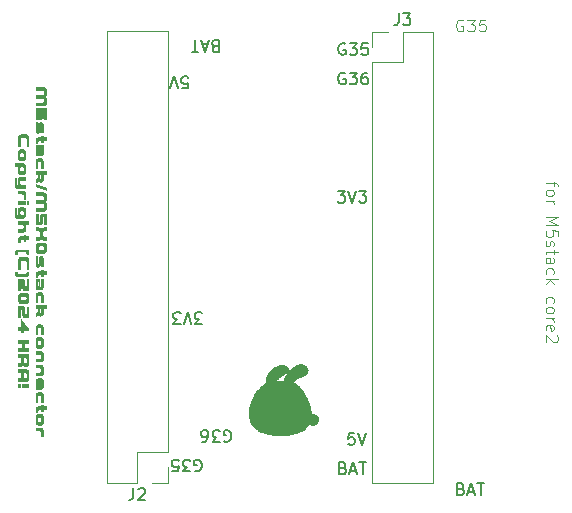
<source format=gto>
G04 #@! TF.GenerationSoftware,KiCad,Pcbnew,7.0.10*
G04 #@! TF.CreationDate,2024-03-20T06:36:53+09:00*
G04 #@! TF.ProjectId,m5stack_base,6d357374-6163-46b5-9f62-6173652e6b69,rev?*
G04 #@! TF.SameCoordinates,Original*
G04 #@! TF.FileFunction,Legend,Top*
G04 #@! TF.FilePolarity,Positive*
%FSLAX46Y46*%
G04 Gerber Fmt 4.6, Leading zero omitted, Abs format (unit mm)*
G04 Created by KiCad (PCBNEW 7.0.10) date 2024-03-20 06:36:53*
%MOMM*%
%LPD*%
G01*
G04 APERTURE LIST*
%ADD10C,0.150000*%
%ADD11C,0.100000*%
%ADD12C,0.120000*%
G04 APERTURE END LIST*
D10*
X132130969Y-89869819D02*
X131654779Y-89869819D01*
X131654779Y-89869819D02*
X131607160Y-90346009D01*
X131607160Y-90346009D02*
X131654779Y-90298390D01*
X131654779Y-90298390D02*
X131750017Y-90250771D01*
X131750017Y-90250771D02*
X131988112Y-90250771D01*
X131988112Y-90250771D02*
X132083350Y-90298390D01*
X132083350Y-90298390D02*
X132130969Y-90346009D01*
X132130969Y-90346009D02*
X132178588Y-90441247D01*
X132178588Y-90441247D02*
X132178588Y-90679342D01*
X132178588Y-90679342D02*
X132130969Y-90774580D01*
X132130969Y-90774580D02*
X132083350Y-90822200D01*
X132083350Y-90822200D02*
X131988112Y-90869819D01*
X131988112Y-90869819D02*
X131750017Y-90869819D01*
X131750017Y-90869819D02*
X131654779Y-90822200D01*
X131654779Y-90822200D02*
X131607160Y-90774580D01*
X132464303Y-89869819D02*
X132797636Y-90869819D01*
X132797636Y-90869819D02*
X133130969Y-89869819D01*
X130741541Y-69369819D02*
X131360588Y-69369819D01*
X131360588Y-69369819D02*
X131027255Y-69750771D01*
X131027255Y-69750771D02*
X131170112Y-69750771D01*
X131170112Y-69750771D02*
X131265350Y-69798390D01*
X131265350Y-69798390D02*
X131312969Y-69846009D01*
X131312969Y-69846009D02*
X131360588Y-69941247D01*
X131360588Y-69941247D02*
X131360588Y-70179342D01*
X131360588Y-70179342D02*
X131312969Y-70274580D01*
X131312969Y-70274580D02*
X131265350Y-70322200D01*
X131265350Y-70322200D02*
X131170112Y-70369819D01*
X131170112Y-70369819D02*
X130884398Y-70369819D01*
X130884398Y-70369819D02*
X130789160Y-70322200D01*
X130789160Y-70322200D02*
X130741541Y-70274580D01*
X131646303Y-69369819D02*
X131979636Y-70369819D01*
X131979636Y-70369819D02*
X132312969Y-69369819D01*
X132551065Y-69369819D02*
X133170112Y-69369819D01*
X133170112Y-69369819D02*
X132836779Y-69750771D01*
X132836779Y-69750771D02*
X132979636Y-69750771D01*
X132979636Y-69750771D02*
X133074874Y-69798390D01*
X133074874Y-69798390D02*
X133122493Y-69846009D01*
X133122493Y-69846009D02*
X133170112Y-69941247D01*
X133170112Y-69941247D02*
X133170112Y-70179342D01*
X133170112Y-70179342D02*
X133122493Y-70274580D01*
X133122493Y-70274580D02*
X133074874Y-70322200D01*
X133074874Y-70322200D02*
X132979636Y-70369819D01*
X132979636Y-70369819D02*
X132693922Y-70369819D01*
X132693922Y-70369819D02*
X132598684Y-70322200D01*
X132598684Y-70322200D02*
X132551065Y-70274580D01*
X120329887Y-57153990D02*
X120187030Y-57106371D01*
X120187030Y-57106371D02*
X120139411Y-57058752D01*
X120139411Y-57058752D02*
X120091792Y-56963514D01*
X120091792Y-56963514D02*
X120091792Y-56820657D01*
X120091792Y-56820657D02*
X120139411Y-56725419D01*
X120139411Y-56725419D02*
X120187030Y-56677800D01*
X120187030Y-56677800D02*
X120282268Y-56630180D01*
X120282268Y-56630180D02*
X120663220Y-56630180D01*
X120663220Y-56630180D02*
X120663220Y-57630180D01*
X120663220Y-57630180D02*
X120329887Y-57630180D01*
X120329887Y-57630180D02*
X120234649Y-57582561D01*
X120234649Y-57582561D02*
X120187030Y-57534942D01*
X120187030Y-57534942D02*
X120139411Y-57439704D01*
X120139411Y-57439704D02*
X120139411Y-57344466D01*
X120139411Y-57344466D02*
X120187030Y-57249228D01*
X120187030Y-57249228D02*
X120234649Y-57201609D01*
X120234649Y-57201609D02*
X120329887Y-57153990D01*
X120329887Y-57153990D02*
X120663220Y-57153990D01*
X119710839Y-56915895D02*
X119234649Y-56915895D01*
X119806077Y-56630180D02*
X119472744Y-57630180D01*
X119472744Y-57630180D02*
X119139411Y-56630180D01*
X118948934Y-57630180D02*
X118377506Y-57630180D01*
X118663220Y-56630180D02*
X118663220Y-57630180D01*
X131360588Y-56917438D02*
X131265350Y-56869819D01*
X131265350Y-56869819D02*
X131122493Y-56869819D01*
X131122493Y-56869819D02*
X130979636Y-56917438D01*
X130979636Y-56917438D02*
X130884398Y-57012676D01*
X130884398Y-57012676D02*
X130836779Y-57107914D01*
X130836779Y-57107914D02*
X130789160Y-57298390D01*
X130789160Y-57298390D02*
X130789160Y-57441247D01*
X130789160Y-57441247D02*
X130836779Y-57631723D01*
X130836779Y-57631723D02*
X130884398Y-57726961D01*
X130884398Y-57726961D02*
X130979636Y-57822200D01*
X130979636Y-57822200D02*
X131122493Y-57869819D01*
X131122493Y-57869819D02*
X131217731Y-57869819D01*
X131217731Y-57869819D02*
X131360588Y-57822200D01*
X131360588Y-57822200D02*
X131408207Y-57774580D01*
X131408207Y-57774580D02*
X131408207Y-57441247D01*
X131408207Y-57441247D02*
X131217731Y-57441247D01*
X131741541Y-56869819D02*
X132360588Y-56869819D01*
X132360588Y-56869819D02*
X132027255Y-57250771D01*
X132027255Y-57250771D02*
X132170112Y-57250771D01*
X132170112Y-57250771D02*
X132265350Y-57298390D01*
X132265350Y-57298390D02*
X132312969Y-57346009D01*
X132312969Y-57346009D02*
X132360588Y-57441247D01*
X132360588Y-57441247D02*
X132360588Y-57679342D01*
X132360588Y-57679342D02*
X132312969Y-57774580D01*
X132312969Y-57774580D02*
X132265350Y-57822200D01*
X132265350Y-57822200D02*
X132170112Y-57869819D01*
X132170112Y-57869819D02*
X131884398Y-57869819D01*
X131884398Y-57869819D02*
X131789160Y-57822200D01*
X131789160Y-57822200D02*
X131741541Y-57774580D01*
X133265350Y-56869819D02*
X132789160Y-56869819D01*
X132789160Y-56869819D02*
X132741541Y-57346009D01*
X132741541Y-57346009D02*
X132789160Y-57298390D01*
X132789160Y-57298390D02*
X132884398Y-57250771D01*
X132884398Y-57250771D02*
X133122493Y-57250771D01*
X133122493Y-57250771D02*
X133217731Y-57298390D01*
X133217731Y-57298390D02*
X133265350Y-57346009D01*
X133265350Y-57346009D02*
X133312969Y-57441247D01*
X133312969Y-57441247D02*
X133312969Y-57679342D01*
X133312969Y-57679342D02*
X133265350Y-57774580D01*
X133265350Y-57774580D02*
X133217731Y-57822200D01*
X133217731Y-57822200D02*
X133122493Y-57869819D01*
X133122493Y-57869819D02*
X132884398Y-57869819D01*
X132884398Y-57869819D02*
X132789160Y-57822200D01*
X132789160Y-57822200D02*
X132741541Y-57774580D01*
X117551030Y-60693180D02*
X118027220Y-60693180D01*
X118027220Y-60693180D02*
X118074839Y-60216990D01*
X118074839Y-60216990D02*
X118027220Y-60264609D01*
X118027220Y-60264609D02*
X117931982Y-60312228D01*
X117931982Y-60312228D02*
X117693887Y-60312228D01*
X117693887Y-60312228D02*
X117598649Y-60264609D01*
X117598649Y-60264609D02*
X117551030Y-60216990D01*
X117551030Y-60216990D02*
X117503411Y-60121752D01*
X117503411Y-60121752D02*
X117503411Y-59883657D01*
X117503411Y-59883657D02*
X117551030Y-59788419D01*
X117551030Y-59788419D02*
X117598649Y-59740800D01*
X117598649Y-59740800D02*
X117693887Y-59693180D01*
X117693887Y-59693180D02*
X117931982Y-59693180D01*
X117931982Y-59693180D02*
X118027220Y-59740800D01*
X118027220Y-59740800D02*
X118074839Y-59788419D01*
X117217696Y-60693180D02*
X116884363Y-59693180D01*
X116884363Y-59693180D02*
X116551030Y-60693180D01*
X131170112Y-92846009D02*
X131312969Y-92893628D01*
X131312969Y-92893628D02*
X131360588Y-92941247D01*
X131360588Y-92941247D02*
X131408207Y-93036485D01*
X131408207Y-93036485D02*
X131408207Y-93179342D01*
X131408207Y-93179342D02*
X131360588Y-93274580D01*
X131360588Y-93274580D02*
X131312969Y-93322200D01*
X131312969Y-93322200D02*
X131217731Y-93369819D01*
X131217731Y-93369819D02*
X130836779Y-93369819D01*
X130836779Y-93369819D02*
X130836779Y-92369819D01*
X130836779Y-92369819D02*
X131170112Y-92369819D01*
X131170112Y-92369819D02*
X131265350Y-92417438D01*
X131265350Y-92417438D02*
X131312969Y-92465057D01*
X131312969Y-92465057D02*
X131360588Y-92560295D01*
X131360588Y-92560295D02*
X131360588Y-92655533D01*
X131360588Y-92655533D02*
X131312969Y-92750771D01*
X131312969Y-92750771D02*
X131265350Y-92798390D01*
X131265350Y-92798390D02*
X131170112Y-92846009D01*
X131170112Y-92846009D02*
X130836779Y-92846009D01*
X131789160Y-93084104D02*
X132265350Y-93084104D01*
X131693922Y-93369819D02*
X132027255Y-92369819D01*
X132027255Y-92369819D02*
X132360588Y-93369819D01*
X132551065Y-92369819D02*
X133122493Y-92369819D01*
X132836779Y-93369819D02*
X132836779Y-92369819D01*
X119258458Y-80630180D02*
X118639411Y-80630180D01*
X118639411Y-80630180D02*
X118972744Y-80249228D01*
X118972744Y-80249228D02*
X118829887Y-80249228D01*
X118829887Y-80249228D02*
X118734649Y-80201609D01*
X118734649Y-80201609D02*
X118687030Y-80153990D01*
X118687030Y-80153990D02*
X118639411Y-80058752D01*
X118639411Y-80058752D02*
X118639411Y-79820657D01*
X118639411Y-79820657D02*
X118687030Y-79725419D01*
X118687030Y-79725419D02*
X118734649Y-79677800D01*
X118734649Y-79677800D02*
X118829887Y-79630180D01*
X118829887Y-79630180D02*
X119115601Y-79630180D01*
X119115601Y-79630180D02*
X119210839Y-79677800D01*
X119210839Y-79677800D02*
X119258458Y-79725419D01*
X118353696Y-80630180D02*
X118020363Y-79630180D01*
X118020363Y-79630180D02*
X117687030Y-80630180D01*
X117448934Y-80630180D02*
X116829887Y-80630180D01*
X116829887Y-80630180D02*
X117163220Y-80249228D01*
X117163220Y-80249228D02*
X117020363Y-80249228D01*
X117020363Y-80249228D02*
X116925125Y-80201609D01*
X116925125Y-80201609D02*
X116877506Y-80153990D01*
X116877506Y-80153990D02*
X116829887Y-80058752D01*
X116829887Y-80058752D02*
X116829887Y-79820657D01*
X116829887Y-79820657D02*
X116877506Y-79725419D01*
X116877506Y-79725419D02*
X116925125Y-79677800D01*
X116925125Y-79677800D02*
X117020363Y-79630180D01*
X117020363Y-79630180D02*
X117306077Y-79630180D01*
X117306077Y-79630180D02*
X117401315Y-79677800D01*
X117401315Y-79677800D02*
X117448934Y-79725419D01*
X121139411Y-90582561D02*
X121234649Y-90630180D01*
X121234649Y-90630180D02*
X121377506Y-90630180D01*
X121377506Y-90630180D02*
X121520363Y-90582561D01*
X121520363Y-90582561D02*
X121615601Y-90487323D01*
X121615601Y-90487323D02*
X121663220Y-90392085D01*
X121663220Y-90392085D02*
X121710839Y-90201609D01*
X121710839Y-90201609D02*
X121710839Y-90058752D01*
X121710839Y-90058752D02*
X121663220Y-89868276D01*
X121663220Y-89868276D02*
X121615601Y-89773038D01*
X121615601Y-89773038D02*
X121520363Y-89677800D01*
X121520363Y-89677800D02*
X121377506Y-89630180D01*
X121377506Y-89630180D02*
X121282268Y-89630180D01*
X121282268Y-89630180D02*
X121139411Y-89677800D01*
X121139411Y-89677800D02*
X121091792Y-89725419D01*
X121091792Y-89725419D02*
X121091792Y-90058752D01*
X121091792Y-90058752D02*
X121282268Y-90058752D01*
X120758458Y-90630180D02*
X120139411Y-90630180D01*
X120139411Y-90630180D02*
X120472744Y-90249228D01*
X120472744Y-90249228D02*
X120329887Y-90249228D01*
X120329887Y-90249228D02*
X120234649Y-90201609D01*
X120234649Y-90201609D02*
X120187030Y-90153990D01*
X120187030Y-90153990D02*
X120139411Y-90058752D01*
X120139411Y-90058752D02*
X120139411Y-89820657D01*
X120139411Y-89820657D02*
X120187030Y-89725419D01*
X120187030Y-89725419D02*
X120234649Y-89677800D01*
X120234649Y-89677800D02*
X120329887Y-89630180D01*
X120329887Y-89630180D02*
X120615601Y-89630180D01*
X120615601Y-89630180D02*
X120710839Y-89677800D01*
X120710839Y-89677800D02*
X120758458Y-89725419D01*
X119282268Y-90630180D02*
X119472744Y-90630180D01*
X119472744Y-90630180D02*
X119567982Y-90582561D01*
X119567982Y-90582561D02*
X119615601Y-90534942D01*
X119615601Y-90534942D02*
X119710839Y-90392085D01*
X119710839Y-90392085D02*
X119758458Y-90201609D01*
X119758458Y-90201609D02*
X119758458Y-89820657D01*
X119758458Y-89820657D02*
X119710839Y-89725419D01*
X119710839Y-89725419D02*
X119663220Y-89677800D01*
X119663220Y-89677800D02*
X119567982Y-89630180D01*
X119567982Y-89630180D02*
X119377506Y-89630180D01*
X119377506Y-89630180D02*
X119282268Y-89677800D01*
X119282268Y-89677800D02*
X119234649Y-89725419D01*
X119234649Y-89725419D02*
X119187030Y-89820657D01*
X119187030Y-89820657D02*
X119187030Y-90058752D01*
X119187030Y-90058752D02*
X119234649Y-90153990D01*
X119234649Y-90153990D02*
X119282268Y-90201609D01*
X119282268Y-90201609D02*
X119377506Y-90249228D01*
X119377506Y-90249228D02*
X119567982Y-90249228D01*
X119567982Y-90249228D02*
X119663220Y-90201609D01*
X119663220Y-90201609D02*
X119710839Y-90153990D01*
X119710839Y-90153990D02*
X119758458Y-90058752D01*
G36*
X104337027Y-64593789D02*
G01*
X104352573Y-64594132D01*
X104367828Y-64595163D01*
X104382791Y-64596880D01*
X104397462Y-64599284D01*
X104411840Y-64602375D01*
X104425927Y-64606154D01*
X104439722Y-64610619D01*
X104453225Y-64615771D01*
X104466436Y-64621610D01*
X104479355Y-64628135D01*
X104491983Y-64635348D01*
X104504318Y-64643248D01*
X104516361Y-64651835D01*
X104528112Y-64661108D01*
X104539572Y-64671069D01*
X104550739Y-64681716D01*
X104561446Y-64692937D01*
X104571462Y-64704435D01*
X104580787Y-64716209D01*
X104589421Y-64728260D01*
X104597365Y-64740587D01*
X104604618Y-64753192D01*
X104611180Y-64766073D01*
X104617051Y-64779230D01*
X104622232Y-64792664D01*
X104626722Y-64806375D01*
X104630521Y-64820363D01*
X104633629Y-64834627D01*
X104636047Y-64849169D01*
X104637774Y-64863986D01*
X104638810Y-64879081D01*
X104639155Y-64894452D01*
X104639155Y-65687997D01*
X104389050Y-65687997D01*
X104389050Y-65030983D01*
X104388561Y-65017640D01*
X104387093Y-65005086D01*
X104384645Y-64993322D01*
X104381219Y-64982349D01*
X104376814Y-64972165D01*
X104371431Y-64962771D01*
X104365068Y-64954167D01*
X104357726Y-64946353D01*
X104349406Y-64939329D01*
X104340106Y-64933095D01*
X104333363Y-64929378D01*
X104322764Y-64925363D01*
X104311756Y-64921742D01*
X104300341Y-64918516D01*
X104288518Y-64915686D01*
X104276287Y-64913250D01*
X104263648Y-64911209D01*
X104250601Y-64909563D01*
X104237147Y-64908312D01*
X104223284Y-64907457D01*
X104209014Y-64906996D01*
X104199274Y-64906908D01*
X104109392Y-64906908D01*
X104094981Y-64907106D01*
X104080965Y-64907698D01*
X104067343Y-64908686D01*
X104054117Y-64910068D01*
X104041286Y-64911845D01*
X104028849Y-64914018D01*
X104016808Y-64916585D01*
X104005162Y-64919548D01*
X103993910Y-64922905D01*
X103983054Y-64926657D01*
X103976036Y-64929378D01*
X103966040Y-64935086D01*
X103957028Y-64941583D01*
X103948999Y-64948870D01*
X103941952Y-64956947D01*
X103935890Y-64965814D01*
X103930810Y-64975472D01*
X103926713Y-64985919D01*
X103923600Y-64997156D01*
X103921470Y-65009183D01*
X103920323Y-65022000D01*
X103920104Y-65030983D01*
X103920104Y-65687997D01*
X103670000Y-65687997D01*
X103670000Y-64894452D01*
X103670345Y-64879081D01*
X103671381Y-64863986D01*
X103673108Y-64849169D01*
X103675525Y-64834627D01*
X103678634Y-64820363D01*
X103682433Y-64806375D01*
X103686923Y-64792664D01*
X103692103Y-64779230D01*
X103697975Y-64766073D01*
X103704537Y-64753192D01*
X103711790Y-64740587D01*
X103719733Y-64728260D01*
X103728368Y-64716209D01*
X103737693Y-64704435D01*
X103747709Y-64692937D01*
X103758415Y-64681716D01*
X103769580Y-64671069D01*
X103781031Y-64661108D01*
X103792768Y-64651835D01*
X103804791Y-64643248D01*
X103817100Y-64635348D01*
X103829696Y-64628135D01*
X103842578Y-64621610D01*
X103855746Y-64615771D01*
X103869201Y-64610619D01*
X103882941Y-64606154D01*
X103896968Y-64602375D01*
X103911281Y-64599284D01*
X103925880Y-64596880D01*
X103940766Y-64595163D01*
X103955937Y-64594132D01*
X103971395Y-64593789D01*
X104337027Y-64593789D01*
G37*
G36*
X104123633Y-65868997D02*
G01*
X104135213Y-65869778D01*
X104146576Y-65871081D01*
X104157722Y-65872904D01*
X104168650Y-65875248D01*
X104179360Y-65878113D01*
X104189853Y-65881499D01*
X104200129Y-65885406D01*
X104210186Y-65889834D01*
X104220027Y-65894783D01*
X104229650Y-65900252D01*
X104239055Y-65906243D01*
X104248243Y-65912755D01*
X104257213Y-65919787D01*
X104265965Y-65927340D01*
X104274501Y-65935415D01*
X104282693Y-65943828D01*
X104290357Y-65952458D01*
X104297493Y-65961306D01*
X104304100Y-65970372D01*
X104310178Y-65979655D01*
X104315728Y-65989156D01*
X104320749Y-65998874D01*
X104325242Y-66008810D01*
X104329206Y-66018963D01*
X104332642Y-66029334D01*
X104335549Y-66039922D01*
X104337927Y-66050728D01*
X104339777Y-66061751D01*
X104341099Y-66072992D01*
X104341892Y-66084451D01*
X104342156Y-66096127D01*
X104342156Y-66626622D01*
X104341892Y-66638268D01*
X104341099Y-66649699D01*
X104339777Y-66660914D01*
X104337927Y-66671914D01*
X104335549Y-66682698D01*
X104332642Y-66693266D01*
X104329206Y-66703619D01*
X104325242Y-66713756D01*
X104320749Y-66723677D01*
X104315728Y-66733383D01*
X104310178Y-66742873D01*
X104304100Y-66752148D01*
X104297493Y-66761206D01*
X104290357Y-66770050D01*
X104282693Y-66778677D01*
X104274501Y-66787090D01*
X104265965Y-66795193D01*
X104257213Y-66802774D01*
X104248243Y-66809833D01*
X104239055Y-66816368D01*
X104229650Y-66822381D01*
X104220027Y-66827870D01*
X104210186Y-66832837D01*
X104200129Y-66837281D01*
X104189853Y-66841203D01*
X104179360Y-66844601D01*
X104168650Y-66847477D01*
X104157722Y-66849829D01*
X104146576Y-66851659D01*
X104135213Y-66852966D01*
X104123633Y-66853751D01*
X104111835Y-66854012D01*
X103900321Y-66854012D01*
X103888522Y-66853751D01*
X103876942Y-66852966D01*
X103865579Y-66851659D01*
X103854433Y-66849829D01*
X103843505Y-66847477D01*
X103832795Y-66844601D01*
X103822302Y-66841203D01*
X103812027Y-66837281D01*
X103801969Y-66832837D01*
X103792129Y-66827870D01*
X103782506Y-66822381D01*
X103773101Y-66816368D01*
X103763913Y-66809833D01*
X103754943Y-66802774D01*
X103746190Y-66795193D01*
X103737655Y-66787090D01*
X103729462Y-66778677D01*
X103721798Y-66770050D01*
X103714663Y-66761206D01*
X103708056Y-66752148D01*
X103701977Y-66742873D01*
X103696427Y-66733383D01*
X103691406Y-66723677D01*
X103686913Y-66713756D01*
X103682949Y-66703619D01*
X103679514Y-66693266D01*
X103676606Y-66682698D01*
X103674228Y-66671914D01*
X103672378Y-66660914D01*
X103671057Y-66649699D01*
X103670264Y-66638268D01*
X103670000Y-66626622D01*
X103670000Y-66456385D01*
X103861730Y-66456385D01*
X103862601Y-66467209D01*
X103865213Y-66477699D01*
X103869565Y-66487855D01*
X103875660Y-66497677D01*
X103881789Y-66505294D01*
X103889032Y-66512698D01*
X103897390Y-66519888D01*
X103906476Y-66524811D01*
X103916028Y-66529077D01*
X103926046Y-66532688D01*
X103936530Y-66535642D01*
X103947478Y-66537939D01*
X103958893Y-66539580D01*
X103970773Y-66540565D01*
X103983119Y-66540893D01*
X104029525Y-66540893D01*
X104041924Y-66540565D01*
X104053842Y-66539580D01*
X104065280Y-66537939D01*
X104076236Y-66535642D01*
X104086712Y-66532688D01*
X104096707Y-66529077D01*
X104106221Y-66524811D01*
X104115254Y-66519888D01*
X104123497Y-66512698D01*
X104130642Y-66505294D01*
X104138026Y-66495739D01*
X104143693Y-66485850D01*
X104147643Y-66475627D01*
X104149876Y-66465071D01*
X104150425Y-66456385D01*
X104150425Y-66266852D01*
X104149567Y-66255899D01*
X104146991Y-66245328D01*
X104142697Y-66235139D01*
X104136687Y-66225331D01*
X104128959Y-66215905D01*
X104121540Y-66208639D01*
X104115254Y-66203349D01*
X104106221Y-66198312D01*
X104096707Y-66193946D01*
X104086712Y-66190252D01*
X104076236Y-66187229D01*
X104065280Y-66184878D01*
X104053842Y-66183199D01*
X104041924Y-66182192D01*
X104029525Y-66181856D01*
X103983119Y-66181856D01*
X103970773Y-66182192D01*
X103958893Y-66183199D01*
X103947478Y-66184878D01*
X103936530Y-66187229D01*
X103926046Y-66190252D01*
X103916028Y-66193946D01*
X103906476Y-66198312D01*
X103897390Y-66203349D01*
X103889032Y-66210432D01*
X103881789Y-66217759D01*
X103874301Y-66227262D01*
X103868556Y-66237146D01*
X103864551Y-66247412D01*
X103862287Y-66258060D01*
X103861730Y-66266852D01*
X103861730Y-66456385D01*
X103670000Y-66456385D01*
X103670000Y-66096127D01*
X103670264Y-66084451D01*
X103671057Y-66072992D01*
X103672378Y-66061751D01*
X103674228Y-66050728D01*
X103676606Y-66039922D01*
X103679514Y-66029334D01*
X103682949Y-66018963D01*
X103686913Y-66008810D01*
X103691406Y-65998874D01*
X103696427Y-65989156D01*
X103701977Y-65979655D01*
X103708056Y-65970372D01*
X103714663Y-65961306D01*
X103721798Y-65952458D01*
X103729462Y-65943828D01*
X103737655Y-65935415D01*
X103746190Y-65927340D01*
X103754943Y-65919787D01*
X103763913Y-65912755D01*
X103773101Y-65906243D01*
X103782506Y-65900252D01*
X103792129Y-65894783D01*
X103801969Y-65889834D01*
X103812027Y-65885406D01*
X103822302Y-65881499D01*
X103832795Y-65878113D01*
X103843505Y-65875248D01*
X103854433Y-65872904D01*
X103865579Y-65871081D01*
X103876942Y-65869778D01*
X103888522Y-65868997D01*
X103900321Y-65868736D01*
X104111835Y-65868736D01*
X104123633Y-65868997D01*
G37*
G36*
X104079644Y-67036530D02*
G01*
X104093593Y-67037469D01*
X104107274Y-67039034D01*
X104120689Y-67041224D01*
X104133836Y-67044041D01*
X104146716Y-67047483D01*
X104159329Y-67051551D01*
X104171674Y-67056245D01*
X104183753Y-67061565D01*
X104195564Y-67067511D01*
X104207109Y-67074082D01*
X104218386Y-67081280D01*
X104229396Y-67089103D01*
X104240139Y-67097553D01*
X104250614Y-67106628D01*
X104260823Y-67116329D01*
X104270672Y-67126501D01*
X104279885Y-67136929D01*
X104288463Y-67147613D01*
X104296406Y-67158552D01*
X104303713Y-67169747D01*
X104310385Y-67181198D01*
X104316422Y-67192905D01*
X104321823Y-67204867D01*
X104326588Y-67217085D01*
X104330718Y-67229558D01*
X104334213Y-67242288D01*
X104337073Y-67255273D01*
X104339296Y-67268513D01*
X104340885Y-67282009D01*
X104341838Y-67295762D01*
X104342156Y-67309769D01*
X104342156Y-67791905D01*
X104341890Y-67803643D01*
X104341091Y-67815165D01*
X104339760Y-67826472D01*
X104337897Y-67837563D01*
X104335501Y-67848438D01*
X104332573Y-67859098D01*
X104329113Y-67869542D01*
X104325120Y-67879771D01*
X104320595Y-67889784D01*
X104315537Y-67899581D01*
X104309947Y-67909163D01*
X104303825Y-67918529D01*
X104297170Y-67927680D01*
X104289983Y-67936615D01*
X104282264Y-67945334D01*
X104274012Y-67953838D01*
X104265357Y-67962030D01*
X104256488Y-67969694D01*
X104247405Y-67976830D01*
X104238108Y-67983437D01*
X104228598Y-67989515D01*
X104218874Y-67995065D01*
X104208937Y-68000086D01*
X104198785Y-68004579D01*
X104188420Y-68008543D01*
X104177841Y-68011979D01*
X104167049Y-68014886D01*
X104156043Y-68017264D01*
X104144823Y-68019114D01*
X104133389Y-68020436D01*
X104121742Y-68021229D01*
X104109881Y-68021493D01*
X103902274Y-68021493D01*
X103890328Y-68021230D01*
X103878610Y-68020440D01*
X103867118Y-68019123D01*
X103855853Y-68017280D01*
X103844815Y-68014910D01*
X103834005Y-68012013D01*
X103823421Y-68008590D01*
X103813065Y-68004640D01*
X103802935Y-68000164D01*
X103793033Y-67995160D01*
X103783358Y-67989631D01*
X103773910Y-67983574D01*
X103764688Y-67976991D01*
X103755694Y-67969881D01*
X103746927Y-67962245D01*
X103738387Y-67954082D01*
X103730106Y-67945550D01*
X103722359Y-67936805D01*
X103715146Y-67927850D01*
X103708468Y-67918682D01*
X103702324Y-67909302D01*
X103696714Y-67899711D01*
X103691638Y-67889908D01*
X103687096Y-67879893D01*
X103683089Y-67869666D01*
X103679617Y-67859228D01*
X103676678Y-67848578D01*
X103674274Y-67837715D01*
X103672404Y-67826641D01*
X103671068Y-67815356D01*
X103670267Y-67803858D01*
X103670000Y-67792149D01*
X103670000Y-67587718D01*
X103861730Y-67587718D01*
X103862318Y-67600056D01*
X103864081Y-67611913D01*
X103867020Y-67623289D01*
X103871133Y-67634185D01*
X103876423Y-67644599D01*
X103882888Y-67654533D01*
X103890528Y-67663986D01*
X103899344Y-67672958D01*
X103908747Y-67681259D01*
X103918639Y-67688452D01*
X103929019Y-67694539D01*
X103939888Y-67699520D01*
X103951245Y-67703393D01*
X103963091Y-67706160D01*
X103975425Y-67707820D01*
X103988248Y-67708374D01*
X104024396Y-67708374D01*
X104037222Y-67707820D01*
X104049568Y-67706160D01*
X104061433Y-67703393D01*
X104072817Y-67699520D01*
X104083720Y-67694539D01*
X104094142Y-67688452D01*
X104104084Y-67681259D01*
X104113545Y-67672958D01*
X104122188Y-67663986D01*
X104129680Y-67654533D01*
X104136019Y-67644599D01*
X104141205Y-67634185D01*
X104145239Y-67623289D01*
X104148120Y-67611913D01*
X104149849Y-67600056D01*
X104150425Y-67587718D01*
X104150425Y-67513956D01*
X104150284Y-67503857D01*
X104149860Y-67494077D01*
X104148695Y-67480004D01*
X104146895Y-67466648D01*
X104144459Y-67454010D01*
X104141388Y-67442088D01*
X104137682Y-67430883D01*
X104133340Y-67420395D01*
X104128362Y-67410624D01*
X104122749Y-67401570D01*
X104116501Y-67393233D01*
X104114277Y-67390614D01*
X104106362Y-67380939D01*
X104097150Y-67372555D01*
X104086640Y-67365460D01*
X104077906Y-67360986D01*
X104068442Y-67357237D01*
X104058248Y-67354214D01*
X104047324Y-67351916D01*
X104035671Y-67350344D01*
X104023287Y-67349498D01*
X104014626Y-67349337D01*
X103998262Y-67349337D01*
X103987758Y-67349757D01*
X103977494Y-67351020D01*
X103967470Y-67353123D01*
X103957687Y-67356068D01*
X103948144Y-67359855D01*
X103938842Y-67364483D01*
X103929780Y-67369953D01*
X103920959Y-67376264D01*
X103912378Y-67383417D01*
X103904038Y-67391411D01*
X103898611Y-67397208D01*
X103892020Y-67406452D01*
X103886077Y-67416047D01*
X103880783Y-67425995D01*
X103876137Y-67436295D01*
X103872139Y-67446946D01*
X103868789Y-67457950D01*
X103866088Y-67469306D01*
X103864035Y-67481014D01*
X103862631Y-67493074D01*
X103861874Y-67505486D01*
X103861730Y-67513956D01*
X103861730Y-67587718D01*
X103670000Y-67587718D01*
X103670000Y-67514445D01*
X103670213Y-67502952D01*
X103670854Y-67491616D01*
X103671923Y-67480436D01*
X103673419Y-67469412D01*
X103675342Y-67458546D01*
X103677693Y-67447835D01*
X103680471Y-67437281D01*
X103683677Y-67426884D01*
X103687310Y-67416643D01*
X103691371Y-67406558D01*
X103695859Y-67396630D01*
X103700774Y-67386858D01*
X103706117Y-67377243D01*
X103711887Y-67367785D01*
X103718085Y-67358482D01*
X103724710Y-67349337D01*
X103380816Y-67349337D01*
X103380816Y-67036217D01*
X104065429Y-67036217D01*
X104079644Y-67036530D01*
G37*
G36*
X104342156Y-68875854D02*
G01*
X104342156Y-69188974D01*
X103603810Y-69188974D01*
X103591922Y-69188709D01*
X103580256Y-69187917D01*
X103568810Y-69186595D01*
X103557587Y-69184745D01*
X103546584Y-69182367D01*
X103535803Y-69179460D01*
X103525244Y-69176024D01*
X103514905Y-69172060D01*
X103504788Y-69167567D01*
X103494893Y-69162546D01*
X103485218Y-69156996D01*
X103475765Y-69150918D01*
X103466534Y-69144311D01*
X103457523Y-69137175D01*
X103448735Y-69129511D01*
X103440167Y-69121318D01*
X103432034Y-69112816D01*
X103424425Y-69104099D01*
X103417341Y-69095169D01*
X103410782Y-69086025D01*
X103404747Y-69076668D01*
X103399237Y-69067096D01*
X103394252Y-69057312D01*
X103389792Y-69047313D01*
X103385856Y-69037100D01*
X103382446Y-69026674D01*
X103379559Y-69016034D01*
X103377198Y-69005181D01*
X103375362Y-68994114D01*
X103374050Y-68982833D01*
X103373263Y-68971338D01*
X103373000Y-68959630D01*
X103373000Y-68257676D01*
X103564731Y-68257676D01*
X103564731Y-68754954D01*
X103565280Y-68767136D01*
X103566929Y-68778890D01*
X103569677Y-68790217D01*
X103573524Y-68801116D01*
X103578469Y-68811588D01*
X103584515Y-68821632D01*
X103591659Y-68831250D01*
X103599902Y-68840439D01*
X103608744Y-68848740D01*
X103618052Y-68855933D01*
X103627826Y-68862020D01*
X103638065Y-68867001D01*
X103648769Y-68870874D01*
X103659940Y-68873641D01*
X103671576Y-68875301D01*
X103683677Y-68875854D01*
X103726664Y-68875854D01*
X103719802Y-68866623D01*
X103713383Y-68857246D01*
X103707407Y-68847724D01*
X103701873Y-68838058D01*
X103696782Y-68828246D01*
X103692134Y-68818289D01*
X103687928Y-68808188D01*
X103684166Y-68797941D01*
X103680845Y-68787549D01*
X103677968Y-68777012D01*
X103675533Y-68766331D01*
X103673541Y-68755504D01*
X103671992Y-68744532D01*
X103670885Y-68733415D01*
X103670221Y-68722153D01*
X103670000Y-68710746D01*
X103670000Y-68432798D01*
X103670266Y-68421088D01*
X103671064Y-68409591D01*
X103672395Y-68398305D01*
X103674258Y-68387231D01*
X103676654Y-68376369D01*
X103679582Y-68365719D01*
X103683043Y-68355280D01*
X103687035Y-68345054D01*
X103691561Y-68335039D01*
X103696618Y-68325236D01*
X103702208Y-68315644D01*
X103708330Y-68306265D01*
X103714985Y-68297097D01*
X103722172Y-68288141D01*
X103729891Y-68279397D01*
X103738143Y-68270865D01*
X103746713Y-68262731D01*
X103755507Y-68255123D01*
X103764527Y-68248039D01*
X103773772Y-68241479D01*
X103783242Y-68235445D01*
X103792938Y-68229935D01*
X103802858Y-68224950D01*
X103813004Y-68220490D01*
X103823374Y-68216554D01*
X103833970Y-68213143D01*
X103844792Y-68210257D01*
X103855838Y-68207896D01*
X103867109Y-68206059D01*
X103878606Y-68204748D01*
X103890328Y-68203960D01*
X103902274Y-68203698D01*
X104342156Y-68203698D01*
X104342156Y-68516817D01*
X103985073Y-68516817D01*
X103972548Y-68517375D01*
X103960496Y-68519046D01*
X103948917Y-68521832D01*
X103937812Y-68525732D01*
X103927180Y-68530747D01*
X103917021Y-68536876D01*
X103907335Y-68544119D01*
X103898122Y-68552477D01*
X103889593Y-68561560D01*
X103882201Y-68571100D01*
X103875946Y-68581099D01*
X103870828Y-68591556D01*
X103866848Y-68602470D01*
X103864005Y-68613843D01*
X103862299Y-68625673D01*
X103861730Y-68637962D01*
X103861730Y-68711479D01*
X103861983Y-68724080D01*
X103862743Y-68736329D01*
X103864010Y-68748226D01*
X103865783Y-68759770D01*
X103868063Y-68770963D01*
X103870849Y-68781804D01*
X103874142Y-68792292D01*
X103877942Y-68802429D01*
X103882248Y-68812213D01*
X103887061Y-68821646D01*
X103890551Y-68827739D01*
X103898604Y-68836337D01*
X103907009Y-68844090D01*
X103915766Y-68850998D01*
X103924875Y-68857059D01*
X103934336Y-68862275D01*
X103944149Y-68866645D01*
X103954314Y-68870169D01*
X103964831Y-68872847D01*
X103975700Y-68874680D01*
X103986922Y-68875666D01*
X103994598Y-68875854D01*
X104342156Y-68875854D01*
G37*
G36*
X104111835Y-69371179D02*
G01*
X104123633Y-69371441D01*
X104135213Y-69372228D01*
X104146576Y-69373540D01*
X104157722Y-69375377D01*
X104168650Y-69377738D01*
X104179360Y-69380624D01*
X104189853Y-69384035D01*
X104200129Y-69387971D01*
X104210186Y-69392431D01*
X104220027Y-69397416D01*
X104229650Y-69402926D01*
X104239055Y-69408960D01*
X104248243Y-69415519D01*
X104257213Y-69422603D01*
X104265965Y-69430212D01*
X104274501Y-69438346D01*
X104282693Y-69446849D01*
X104290357Y-69455569D01*
X104297493Y-69464503D01*
X104304100Y-69473654D01*
X104310178Y-69483020D01*
X104315728Y-69492602D01*
X104320749Y-69502399D01*
X104325242Y-69512412D01*
X104329206Y-69522641D01*
X104332642Y-69533085D01*
X104335549Y-69543745D01*
X104337927Y-69554620D01*
X104339777Y-69565712D01*
X104341099Y-69577018D01*
X104341892Y-69588541D01*
X104342156Y-69600279D01*
X104342156Y-70168387D01*
X104150425Y-70168387D01*
X104150425Y-69804466D01*
X104149876Y-69792341D01*
X104148227Y-69780637D01*
X104145479Y-69769352D01*
X104141632Y-69758487D01*
X104136687Y-69748042D01*
X104130642Y-69738016D01*
X104123497Y-69728411D01*
X104115254Y-69719225D01*
X104106274Y-69711039D01*
X104096799Y-69703944D01*
X104086827Y-69697941D01*
X104076359Y-69693030D01*
X104065394Y-69689210D01*
X104053934Y-69686481D01*
X104041978Y-69684844D01*
X104029525Y-69684298D01*
X103670000Y-69684298D01*
X103670000Y-69371179D01*
X104111835Y-69371179D01*
G37*
G36*
X104342156Y-70261200D02*
G01*
X104342156Y-70574319D01*
X103670000Y-70574319D01*
X103670000Y-70261200D01*
X104342156Y-70261200D01*
G37*
G36*
X104639155Y-70261200D02*
G01*
X104639155Y-70574319D01*
X104420314Y-70574319D01*
X104420314Y-70261200D01*
X104639155Y-70261200D01*
G37*
G36*
X104121499Y-70766557D02*
G01*
X104133149Y-70767347D01*
X104144587Y-70768664D01*
X104155814Y-70770507D01*
X104166829Y-70772877D01*
X104177632Y-70775774D01*
X104188223Y-70779197D01*
X104198602Y-70783147D01*
X104208770Y-70787623D01*
X104218725Y-70792626D01*
X104228469Y-70798156D01*
X104238002Y-70804213D01*
X104247322Y-70810796D01*
X104256430Y-70817906D01*
X104265327Y-70825542D01*
X104274012Y-70833705D01*
X104282264Y-70842209D01*
X104289983Y-70850928D01*
X104297170Y-70859863D01*
X104303825Y-70869013D01*
X104309947Y-70878380D01*
X104315537Y-70887961D01*
X104320595Y-70897759D01*
X104325120Y-70907772D01*
X104329113Y-70918000D01*
X104332573Y-70928445D01*
X104335501Y-70939104D01*
X104337897Y-70949980D01*
X104339760Y-70961071D01*
X104341091Y-70972378D01*
X104341890Y-70983900D01*
X104342156Y-70995638D01*
X104342156Y-71477773D01*
X104341840Y-71491781D01*
X104340893Y-71505533D01*
X104339314Y-71519029D01*
X104337103Y-71532270D01*
X104334261Y-71545255D01*
X104330787Y-71557984D01*
X104326682Y-71570458D01*
X104321945Y-71582676D01*
X104316576Y-71594638D01*
X104310576Y-71606344D01*
X104303944Y-71617795D01*
X104296681Y-71628990D01*
X104288786Y-71639930D01*
X104280259Y-71650613D01*
X104271101Y-71661041D01*
X104261311Y-71671214D01*
X104251166Y-71680944D01*
X104240757Y-71690047D01*
X104230085Y-71698522D01*
X104219149Y-71706369D01*
X104207950Y-71713589D01*
X104196488Y-71720181D01*
X104184762Y-71726145D01*
X104172773Y-71731481D01*
X104160521Y-71736189D01*
X104148006Y-71740270D01*
X104135227Y-71743722D01*
X104122185Y-71746547D01*
X104108879Y-71748745D01*
X104095310Y-71750314D01*
X104081478Y-71751256D01*
X104067383Y-71751570D01*
X103604054Y-71751570D01*
X103592165Y-71751305D01*
X103580496Y-71750513D01*
X103569046Y-71749191D01*
X103557816Y-71747341D01*
X103546805Y-71744963D01*
X103536013Y-71742056D01*
X103525441Y-71738620D01*
X103515088Y-71734656D01*
X103504955Y-71730163D01*
X103495041Y-71725142D01*
X103485347Y-71719592D01*
X103475872Y-71713514D01*
X103466617Y-71706907D01*
X103457581Y-71699771D01*
X103448764Y-71692107D01*
X103440167Y-71683914D01*
X103432034Y-71675412D01*
X103424425Y-71666695D01*
X103417341Y-71657765D01*
X103410782Y-71648621D01*
X103404747Y-71639264D01*
X103399237Y-71629692D01*
X103394252Y-71619907D01*
X103389792Y-71609909D01*
X103385856Y-71599696D01*
X103382446Y-71589270D01*
X103379559Y-71578630D01*
X103377198Y-71567777D01*
X103375362Y-71556710D01*
X103374050Y-71545429D01*
X103373263Y-71533934D01*
X103373000Y-71522226D01*
X103373000Y-70820272D01*
X103564731Y-70820272D01*
X103564731Y-71317550D01*
X103565280Y-71329732D01*
X103566929Y-71341486D01*
X103569677Y-71352813D01*
X103573524Y-71363712D01*
X103578469Y-71374184D01*
X103584515Y-71384228D01*
X103591659Y-71393845D01*
X103599902Y-71403035D01*
X103608744Y-71411336D01*
X103618052Y-71418529D01*
X103627826Y-71424616D01*
X103638065Y-71429596D01*
X103648769Y-71433470D01*
X103659940Y-71436237D01*
X103671576Y-71437897D01*
X103683677Y-71438450D01*
X103726664Y-71438450D01*
X103719802Y-71429219D01*
X103713383Y-71419842D01*
X103707407Y-71410320D01*
X103701873Y-71400654D01*
X103696782Y-71390842D01*
X103692134Y-71380885D01*
X103687928Y-71370784D01*
X103684166Y-71360537D01*
X103680845Y-71350145D01*
X103677968Y-71339608D01*
X103675533Y-71328926D01*
X103673541Y-71318100D01*
X103671992Y-71307128D01*
X103670885Y-71296011D01*
X103670221Y-71284749D01*
X103670014Y-71274075D01*
X103861730Y-71274075D01*
X103861986Y-71286676D01*
X103862752Y-71298925D01*
X103864029Y-71310821D01*
X103865817Y-71322366D01*
X103868116Y-71333559D01*
X103870926Y-71344400D01*
X103874247Y-71354888D01*
X103878079Y-71365025D01*
X103882422Y-71374809D01*
X103887275Y-71384242D01*
X103890795Y-71390334D01*
X103898850Y-71398933D01*
X103907261Y-71406686D01*
X103916029Y-71413594D01*
X103925153Y-71419655D01*
X103934634Y-71424871D01*
X103944470Y-71429241D01*
X103954663Y-71432765D01*
X103965213Y-71435443D01*
X103976119Y-71437276D01*
X103987381Y-71438262D01*
X103995087Y-71438450D01*
X104017557Y-71438450D01*
X104027731Y-71438326D01*
X104037553Y-71437952D01*
X104050101Y-71437067D01*
X104062023Y-71435739D01*
X104073319Y-71433968D01*
X104083989Y-71431755D01*
X104094034Y-71429098D01*
X104103452Y-71426000D01*
X104107927Y-71424284D01*
X104117887Y-71418399D01*
X104126520Y-71411248D01*
X104133824Y-71402829D01*
X104139801Y-71393143D01*
X104144449Y-71382190D01*
X104147769Y-71369971D01*
X104149388Y-71359974D01*
X104150259Y-71349265D01*
X104150425Y-71341730D01*
X104150425Y-71200558D01*
X104149860Y-71188269D01*
X104148166Y-71176439D01*
X104145342Y-71165066D01*
X104141388Y-71154152D01*
X104136305Y-71143695D01*
X104130092Y-71133696D01*
X104122749Y-71124156D01*
X104114277Y-71115073D01*
X104105061Y-71106715D01*
X104095364Y-71099472D01*
X104085186Y-71093343D01*
X104074527Y-71088328D01*
X104063387Y-71084428D01*
X104051766Y-71081642D01*
X104039665Y-71079970D01*
X104027083Y-71079413D01*
X103985561Y-71079413D01*
X103972979Y-71079970D01*
X103960877Y-71081642D01*
X103949257Y-71084428D01*
X103938117Y-71088328D01*
X103927458Y-71093343D01*
X103917280Y-71099472D01*
X103907583Y-71106715D01*
X103898367Y-71115073D01*
X103889780Y-71124156D01*
X103882338Y-71133696D01*
X103876041Y-71143695D01*
X103870889Y-71154152D01*
X103866882Y-71165066D01*
X103864020Y-71176439D01*
X103862303Y-71188269D01*
X103861730Y-71200558D01*
X103861730Y-71274075D01*
X103670014Y-71274075D01*
X103670000Y-71273342D01*
X103670000Y-70995394D01*
X103670266Y-70983684D01*
X103671064Y-70972187D01*
X103672395Y-70960901D01*
X103674258Y-70949827D01*
X103676654Y-70938965D01*
X103679582Y-70928315D01*
X103683043Y-70917876D01*
X103687035Y-70907650D01*
X103691561Y-70897635D01*
X103696618Y-70887832D01*
X103702208Y-70878240D01*
X103708330Y-70868861D01*
X103714985Y-70859693D01*
X103722172Y-70850737D01*
X103729891Y-70841993D01*
X103738143Y-70833461D01*
X103746742Y-70825327D01*
X103755565Y-70817719D01*
X103764610Y-70810635D01*
X103773879Y-70804075D01*
X103783371Y-70798041D01*
X103793086Y-70792531D01*
X103803025Y-70787546D01*
X103813187Y-70783086D01*
X103823572Y-70779150D01*
X103834180Y-70775739D01*
X103845012Y-70772853D01*
X103856067Y-70770492D01*
X103867345Y-70768655D01*
X103878846Y-70767343D01*
X103890571Y-70766556D01*
X103902519Y-70766294D01*
X104109637Y-70766294D01*
X104121499Y-70766557D01*
G37*
G36*
X104342156Y-72689706D02*
G01*
X104341889Y-72701416D01*
X104341087Y-72712913D01*
X104339752Y-72724199D01*
X104337882Y-72735273D01*
X104335477Y-72746135D01*
X104332539Y-72756785D01*
X104329066Y-72767224D01*
X104325059Y-72777451D01*
X104320517Y-72787466D01*
X104315442Y-72797269D01*
X104309832Y-72806860D01*
X104303688Y-72816239D01*
X104297009Y-72825407D01*
X104289796Y-72834363D01*
X104282049Y-72843107D01*
X104273768Y-72851639D01*
X104265142Y-72859802D01*
X104256301Y-72867439D01*
X104247244Y-72874549D01*
X104237971Y-72881132D01*
X104228483Y-72887188D01*
X104218779Y-72892718D01*
X104208859Y-72897721D01*
X104198724Y-72902198D01*
X104188373Y-72906148D01*
X104177807Y-72909571D01*
X104167025Y-72912467D01*
X104156028Y-72914837D01*
X104144814Y-72916681D01*
X104133385Y-72917997D01*
X104121741Y-72918787D01*
X104109881Y-72919050D01*
X103670000Y-72919050D01*
X103670000Y-72605931D01*
X104027571Y-72605931D01*
X104040153Y-72605378D01*
X104052255Y-72603718D01*
X104063875Y-72600951D01*
X104075015Y-72597077D01*
X104085674Y-72592097D01*
X104095852Y-72586010D01*
X104105549Y-72578816D01*
X104114766Y-72570516D01*
X104123123Y-72561544D01*
X104130367Y-72552091D01*
X104136496Y-72542157D01*
X104141510Y-72531742D01*
X104145411Y-72520847D01*
X104148196Y-72509470D01*
X104149868Y-72497613D01*
X104150425Y-72485275D01*
X104150425Y-72411514D01*
X104149996Y-72398867D01*
X104148708Y-72386572D01*
X104146561Y-72374630D01*
X104143556Y-72363039D01*
X104139692Y-72351801D01*
X104134969Y-72340914D01*
X104129388Y-72330380D01*
X104122948Y-72320198D01*
X104115649Y-72310367D01*
X104107492Y-72300889D01*
X104101577Y-72294766D01*
X104092196Y-72286211D01*
X104082463Y-72278497D01*
X104072378Y-72271625D01*
X104061941Y-72265594D01*
X104051151Y-72260405D01*
X104040010Y-72256057D01*
X104028517Y-72252551D01*
X104016672Y-72249886D01*
X104004474Y-72248063D01*
X103991925Y-72247081D01*
X103983363Y-72246894D01*
X103670000Y-72246894D01*
X103670000Y-71933775D01*
X104639155Y-71933775D01*
X104639155Y-72246894D01*
X104285736Y-72246894D01*
X104292568Y-72256126D01*
X104298959Y-72265502D01*
X104304910Y-72275024D01*
X104310420Y-72284691D01*
X104315489Y-72294502D01*
X104320117Y-72304459D01*
X104324304Y-72314561D01*
X104328051Y-72324808D01*
X104331357Y-72335199D01*
X104334222Y-72345736D01*
X104336646Y-72356418D01*
X104338630Y-72367245D01*
X104340172Y-72378217D01*
X104341274Y-72389334D01*
X104341935Y-72400595D01*
X104342156Y-72412002D01*
X104342156Y-72689706D01*
G37*
G36*
X104342156Y-73538939D02*
G01*
X104342156Y-73695254D01*
X104150425Y-73695254D01*
X104150425Y-73538939D01*
X104009741Y-73538939D01*
X103997460Y-73539469D01*
X103985653Y-73541061D01*
X103974318Y-73543713D01*
X103963457Y-73547426D01*
X103953069Y-73552200D01*
X103943155Y-73558036D01*
X103933713Y-73564932D01*
X103924745Y-73572889D01*
X103916330Y-73581822D01*
X103909037Y-73591161D01*
X103902866Y-73600904D01*
X103897817Y-73611051D01*
X103893890Y-73621604D01*
X103891085Y-73632560D01*
X103889402Y-73643921D01*
X103888841Y-73655687D01*
X103888841Y-73765596D01*
X103670000Y-73765596D01*
X103670000Y-73451988D01*
X103670266Y-73440431D01*
X103671064Y-73429083D01*
X103672395Y-73417945D01*
X103674258Y-73407017D01*
X103676654Y-73396299D01*
X103679582Y-73385791D01*
X103683043Y-73375493D01*
X103687035Y-73365404D01*
X103691561Y-73355526D01*
X103696618Y-73345857D01*
X103702208Y-73336398D01*
X103708330Y-73327150D01*
X103714985Y-73318111D01*
X103722172Y-73309282D01*
X103729891Y-73300663D01*
X103738143Y-73292254D01*
X103746742Y-73284209D01*
X103755565Y-73276683D01*
X103764610Y-73269676D01*
X103773879Y-73263189D01*
X103783371Y-73257220D01*
X103793086Y-73251770D01*
X103803025Y-73246840D01*
X103813187Y-73242428D01*
X103823572Y-73238535D01*
X103834180Y-73235162D01*
X103845012Y-73232307D01*
X103856067Y-73229972D01*
X103867345Y-73228155D01*
X103878846Y-73226857D01*
X103890571Y-73226079D01*
X103902519Y-73225819D01*
X104150425Y-73225819D01*
X104150425Y-73101256D01*
X104342156Y-73101256D01*
X104342156Y-73225819D01*
X104639155Y-73225819D01*
X104639155Y-73538939D01*
X104342156Y-73538939D01*
G37*
G36*
X104389783Y-74345917D02*
G01*
X104402551Y-74346201D01*
X104415085Y-74347051D01*
X104427387Y-74348467D01*
X104439456Y-74350451D01*
X104451292Y-74353001D01*
X104462896Y-74356118D01*
X104474266Y-74359802D01*
X104485404Y-74364052D01*
X104496309Y-74368869D01*
X104506982Y-74374253D01*
X104517421Y-74380204D01*
X104527628Y-74386721D01*
X104537602Y-74393805D01*
X104547343Y-74401456D01*
X104556851Y-74409673D01*
X104566127Y-74418457D01*
X104574970Y-74427583D01*
X104583243Y-74436947D01*
X104590945Y-74446550D01*
X104598077Y-74456391D01*
X104604638Y-74466471D01*
X104610628Y-74476789D01*
X104616048Y-74487346D01*
X104620898Y-74498142D01*
X104625177Y-74509175D01*
X104628885Y-74520448D01*
X104632023Y-74531959D01*
X104634591Y-74543708D01*
X104636588Y-74555696D01*
X104638014Y-74567922D01*
X104638870Y-74580387D01*
X104639155Y-74593091D01*
X104639155Y-74783600D01*
X104389050Y-74783600D01*
X104389050Y-74703000D01*
X104388688Y-74692474D01*
X104387599Y-74682235D01*
X104385785Y-74672284D01*
X104383246Y-74662620D01*
X104379981Y-74653244D01*
X104375990Y-74644156D01*
X104371274Y-74635355D01*
X104365832Y-74626842D01*
X104359665Y-74618617D01*
X104352772Y-74610679D01*
X104347773Y-74605547D01*
X104339888Y-74598258D01*
X104331711Y-74591686D01*
X104323241Y-74585830D01*
X104314480Y-74580692D01*
X104305427Y-74576270D01*
X104296082Y-74572566D01*
X104286445Y-74569578D01*
X104276516Y-74567308D01*
X104266295Y-74565755D01*
X104255782Y-74564918D01*
X104248611Y-74564759D01*
X103779176Y-74564759D01*
X103768468Y-74565117D01*
X103758053Y-74566193D01*
X103747929Y-74567985D01*
X103738097Y-74570495D01*
X103728558Y-74573721D01*
X103719310Y-74577665D01*
X103710354Y-74582325D01*
X103701690Y-74587702D01*
X103693318Y-74593797D01*
X103685238Y-74600608D01*
X103680013Y-74605547D01*
X103672637Y-74613293D01*
X103665986Y-74621327D01*
X103660060Y-74629648D01*
X103654860Y-74638257D01*
X103650386Y-74647153D01*
X103646637Y-74656337D01*
X103643614Y-74665809D01*
X103641316Y-74675569D01*
X103639744Y-74685616D01*
X103638898Y-74695951D01*
X103638736Y-74703000D01*
X103638736Y-74783600D01*
X103388632Y-74783600D01*
X103388632Y-74593091D01*
X103388917Y-74580387D01*
X103389773Y-74567922D01*
X103391199Y-74555696D01*
X103393196Y-74543708D01*
X103395763Y-74531959D01*
X103398901Y-74520448D01*
X103402610Y-74509175D01*
X103406889Y-74498142D01*
X103411738Y-74487346D01*
X103417159Y-74476789D01*
X103423149Y-74466471D01*
X103429710Y-74456391D01*
X103436842Y-74446550D01*
X103444544Y-74436947D01*
X103452817Y-74427583D01*
X103461660Y-74418457D01*
X103470907Y-74409673D01*
X103480391Y-74401456D01*
X103490111Y-74393805D01*
X103500068Y-74386721D01*
X103510261Y-74380204D01*
X103520691Y-74374253D01*
X103531357Y-74368869D01*
X103542260Y-74364052D01*
X103553400Y-74359802D01*
X103564777Y-74356118D01*
X103576390Y-74353001D01*
X103588239Y-74350451D01*
X103600325Y-74348467D01*
X103612648Y-74347051D01*
X103625208Y-74346201D01*
X103638004Y-74345917D01*
X104389783Y-74345917D01*
G37*
G36*
X104337027Y-74961409D02*
G01*
X104352573Y-74961753D01*
X104367828Y-74962783D01*
X104382791Y-74964500D01*
X104397462Y-74966905D01*
X104411840Y-74969996D01*
X104425927Y-74973774D01*
X104439722Y-74978239D01*
X104453225Y-74983391D01*
X104466436Y-74989230D01*
X104479355Y-74995756D01*
X104491983Y-75002969D01*
X104504318Y-75010868D01*
X104516361Y-75019455D01*
X104528112Y-75028729D01*
X104539572Y-75038689D01*
X104550739Y-75049337D01*
X104561446Y-75060557D01*
X104571462Y-75072055D01*
X104580787Y-75083829D01*
X104589421Y-75095880D01*
X104597365Y-75108208D01*
X104604618Y-75120812D01*
X104611180Y-75133693D01*
X104617051Y-75146851D01*
X104622232Y-75160285D01*
X104626722Y-75173996D01*
X104630521Y-75187983D01*
X104633629Y-75202248D01*
X104636047Y-75216789D01*
X104637774Y-75231607D01*
X104638810Y-75246701D01*
X104639155Y-75262072D01*
X104639155Y-76055617D01*
X104389050Y-76055617D01*
X104389050Y-75398604D01*
X104388561Y-75385260D01*
X104387093Y-75372706D01*
X104384645Y-75360943D01*
X104381219Y-75349969D01*
X104376814Y-75339785D01*
X104371431Y-75330391D01*
X104365068Y-75321788D01*
X104357726Y-75313974D01*
X104349406Y-75306950D01*
X104340106Y-75300716D01*
X104333363Y-75296999D01*
X104322764Y-75292983D01*
X104311756Y-75289362D01*
X104300341Y-75286137D01*
X104288518Y-75283306D01*
X104276287Y-75280870D01*
X104263648Y-75278829D01*
X104250601Y-75277184D01*
X104237147Y-75275933D01*
X104223284Y-75275077D01*
X104209014Y-75274616D01*
X104199274Y-75274528D01*
X104109392Y-75274528D01*
X104094981Y-75274726D01*
X104080965Y-75275318D01*
X104067343Y-75276306D01*
X104054117Y-75277688D01*
X104041286Y-75279466D01*
X104028849Y-75281638D01*
X104016808Y-75284206D01*
X104005162Y-75287168D01*
X103993910Y-75290525D01*
X103983054Y-75294278D01*
X103976036Y-75296999D01*
X103966040Y-75302706D01*
X103957028Y-75309203D01*
X103948999Y-75316491D01*
X103941952Y-75324568D01*
X103935890Y-75333435D01*
X103930810Y-75343092D01*
X103926713Y-75353539D01*
X103923600Y-75364776D01*
X103921470Y-75376803D01*
X103920323Y-75389620D01*
X103920104Y-75398604D01*
X103920104Y-76055617D01*
X103670000Y-76055617D01*
X103670000Y-75262072D01*
X103670345Y-75246701D01*
X103671381Y-75231607D01*
X103673108Y-75216789D01*
X103675525Y-75202248D01*
X103678634Y-75187983D01*
X103682433Y-75173996D01*
X103686923Y-75160285D01*
X103692103Y-75146851D01*
X103697975Y-75133693D01*
X103704537Y-75120812D01*
X103711790Y-75108208D01*
X103719733Y-75095880D01*
X103728368Y-75083829D01*
X103737693Y-75072055D01*
X103747709Y-75060557D01*
X103758415Y-75049337D01*
X103769580Y-75038689D01*
X103781031Y-75028729D01*
X103792768Y-75019455D01*
X103804791Y-75010868D01*
X103817100Y-75002969D01*
X103829696Y-74995756D01*
X103842578Y-74989230D01*
X103855746Y-74983391D01*
X103869201Y-74978239D01*
X103882941Y-74973774D01*
X103896968Y-74969996D01*
X103911281Y-74966905D01*
X103925880Y-74964500D01*
X103940766Y-74962783D01*
X103955937Y-74961753D01*
X103971395Y-74961409D01*
X104337027Y-74961409D01*
G37*
G36*
X103638004Y-76674040D02*
G01*
X103625208Y-76673757D01*
X103612648Y-76672907D01*
X103600325Y-76671490D01*
X103588239Y-76669506D01*
X103576390Y-76666956D01*
X103564777Y-76663839D01*
X103553400Y-76660155D01*
X103542260Y-76655905D01*
X103531357Y-76651088D01*
X103520691Y-76645704D01*
X103510261Y-76639753D01*
X103500068Y-76633236D01*
X103490111Y-76626152D01*
X103480391Y-76618501D01*
X103470907Y-76610284D01*
X103461660Y-76601500D01*
X103452817Y-76592374D01*
X103444544Y-76583010D01*
X103436842Y-76573407D01*
X103429710Y-76563566D01*
X103423149Y-76553486D01*
X103417159Y-76543168D01*
X103411738Y-76532611D01*
X103406889Y-76521816D01*
X103402610Y-76510782D01*
X103398901Y-76499509D01*
X103395763Y-76487998D01*
X103393196Y-76476249D01*
X103391199Y-76464261D01*
X103389773Y-76452035D01*
X103388917Y-76439570D01*
X103388632Y-76426866D01*
X103388632Y-76236357D01*
X103638736Y-76236357D01*
X103638736Y-76316957D01*
X103639099Y-76327483D01*
X103640188Y-76337722D01*
X103642001Y-76347674D01*
X103644541Y-76357337D01*
X103647806Y-76366713D01*
X103651797Y-76375801D01*
X103656513Y-76384602D01*
X103661955Y-76393115D01*
X103668122Y-76401340D01*
X103675015Y-76409278D01*
X103680013Y-76414410D01*
X103687899Y-76421699D01*
X103696076Y-76428272D01*
X103704546Y-76434127D01*
X103713307Y-76439265D01*
X103722360Y-76443687D01*
X103731705Y-76447391D01*
X103741342Y-76450379D01*
X103751271Y-76452649D01*
X103761492Y-76454203D01*
X103772005Y-76455039D01*
X103779176Y-76455198D01*
X104248611Y-76455198D01*
X104259318Y-76454840D01*
X104269734Y-76453764D01*
X104279858Y-76451972D01*
X104289689Y-76449462D01*
X104299229Y-76446236D01*
X104308477Y-76442293D01*
X104317433Y-76437632D01*
X104326097Y-76432255D01*
X104334469Y-76426160D01*
X104342549Y-76419349D01*
X104347773Y-76414410D01*
X104355150Y-76406664D01*
X104361801Y-76398630D01*
X104367727Y-76390309D01*
X104372927Y-76381700D01*
X104377401Y-76372804D01*
X104381150Y-76363620D01*
X104384173Y-76354148D01*
X104386471Y-76344388D01*
X104388043Y-76334341D01*
X104388889Y-76324007D01*
X104389050Y-76316957D01*
X104389050Y-76236357D01*
X104639155Y-76236357D01*
X104639155Y-76426866D01*
X104638870Y-76439570D01*
X104638014Y-76452035D01*
X104636588Y-76464261D01*
X104634591Y-76476249D01*
X104632023Y-76487998D01*
X104628885Y-76499509D01*
X104625177Y-76510782D01*
X104620898Y-76521816D01*
X104616048Y-76532611D01*
X104610628Y-76543168D01*
X104604638Y-76553486D01*
X104598077Y-76563566D01*
X104590945Y-76573407D01*
X104583243Y-76583010D01*
X104574970Y-76592374D01*
X104566127Y-76601500D01*
X104556851Y-76610284D01*
X104547343Y-76618501D01*
X104537602Y-76626152D01*
X104527628Y-76633236D01*
X104517421Y-76639753D01*
X104506982Y-76645704D01*
X104496309Y-76651088D01*
X104485404Y-76655905D01*
X104474266Y-76660155D01*
X104462896Y-76663839D01*
X104451292Y-76666956D01*
X104439456Y-76669506D01*
X104427387Y-76671490D01*
X104415085Y-76672907D01*
X104402551Y-76673757D01*
X104389783Y-76674040D01*
X103638004Y-76674040D01*
G37*
G36*
X103920104Y-77164968D02*
G01*
X103920104Y-77837124D01*
X103670000Y-77837124D01*
X103670000Y-76851849D01*
X104077641Y-76851849D01*
X104091825Y-76852315D01*
X104105619Y-76853712D01*
X104119022Y-76856041D01*
X104132034Y-76859302D01*
X104144656Y-76863494D01*
X104156887Y-76868619D01*
X104168727Y-76874674D01*
X104180177Y-76881662D01*
X104191236Y-76889581D01*
X104201904Y-76898431D01*
X104208799Y-76904849D01*
X104218664Y-76915030D01*
X104227558Y-76925606D01*
X104235482Y-76936577D01*
X104242436Y-76947943D01*
X104248420Y-76959704D01*
X104253433Y-76971860D01*
X104257476Y-76984411D01*
X104260548Y-76997356D01*
X104262650Y-77010697D01*
X104263782Y-77024433D01*
X104263998Y-77033810D01*
X104263998Y-77457327D01*
X104264599Y-77467699D01*
X104266402Y-77477935D01*
X104269408Y-77488033D01*
X104273615Y-77497993D01*
X104279025Y-77507816D01*
X104281095Y-77511060D01*
X104289609Y-77517318D01*
X104298663Y-77521527D01*
X104308259Y-77523689D01*
X104313824Y-77524005D01*
X104338736Y-77524005D01*
X104348731Y-77522981D01*
X104358108Y-77519909D01*
X104366866Y-77514789D01*
X104371465Y-77511060D01*
X104377441Y-77501283D01*
X104382181Y-77491368D01*
X104385684Y-77481316D01*
X104387951Y-77471127D01*
X104388982Y-77460800D01*
X104389050Y-77457327D01*
X104389050Y-76875785D01*
X104639155Y-76875785D01*
X104639155Y-77662002D01*
X104638711Y-77675371D01*
X104637378Y-77688366D01*
X104635156Y-77700988D01*
X104632045Y-77713236D01*
X104628046Y-77725111D01*
X104623158Y-77736612D01*
X104617381Y-77747739D01*
X104610716Y-77758493D01*
X104603162Y-77768874D01*
X104594719Y-77778881D01*
X104588597Y-77785345D01*
X104578935Y-77794598D01*
X104568908Y-77802942D01*
X104558516Y-77810375D01*
X104547759Y-77816898D01*
X104536637Y-77822511D01*
X104525150Y-77827213D01*
X104513298Y-77831006D01*
X104501082Y-77833888D01*
X104488500Y-77835860D01*
X104475553Y-77836922D01*
X104466720Y-77837124D01*
X104217348Y-77837124D01*
X104204158Y-77836669D01*
X104191333Y-77835304D01*
X104178873Y-77833029D01*
X104166778Y-77829843D01*
X104155048Y-77825747D01*
X104143683Y-77820741D01*
X104132683Y-77814825D01*
X104122047Y-77807998D01*
X104111777Y-77800262D01*
X104101871Y-77791615D01*
X104095471Y-77785345D01*
X104086479Y-77775587D01*
X104078372Y-77765455D01*
X104071149Y-77754950D01*
X104064810Y-77744072D01*
X104059356Y-77732820D01*
X104054787Y-77721194D01*
X104051102Y-77709195D01*
X104048301Y-77696822D01*
X104046385Y-77684076D01*
X104045353Y-77670956D01*
X104045157Y-77662002D01*
X104045157Y-77238485D01*
X104044341Y-77227337D01*
X104041894Y-77216790D01*
X104037815Y-77206843D01*
X104032105Y-77197498D01*
X104024763Y-77188754D01*
X104021953Y-77185973D01*
X104013126Y-77178835D01*
X104003681Y-77173173D01*
X103993617Y-77168989D01*
X103982936Y-77166281D01*
X103971636Y-77165050D01*
X103967732Y-77164968D01*
X103920104Y-77164968D01*
G37*
G36*
X104352573Y-78017718D02*
G01*
X104367828Y-78018746D01*
X104382791Y-78020458D01*
X104397462Y-78022856D01*
X104411840Y-78025938D01*
X104425927Y-78029706D01*
X104439722Y-78034159D01*
X104453225Y-78039296D01*
X104466436Y-78045119D01*
X104479355Y-78051627D01*
X104491983Y-78058820D01*
X104504318Y-78066697D01*
X104516361Y-78075260D01*
X104528112Y-78084508D01*
X104539572Y-78094441D01*
X104550739Y-78105059D01*
X104561446Y-78116278D01*
X104571462Y-78127770D01*
X104580787Y-78139534D01*
X104589421Y-78151572D01*
X104597365Y-78163882D01*
X104604618Y-78176466D01*
X104611180Y-78189322D01*
X104617051Y-78202451D01*
X104622232Y-78215853D01*
X104626722Y-78229527D01*
X104630521Y-78243475D01*
X104633629Y-78257695D01*
X104636047Y-78272189D01*
X104637774Y-78286955D01*
X104638810Y-78301994D01*
X104639155Y-78317306D01*
X104639155Y-78671458D01*
X104638810Y-78686856D01*
X104637774Y-78701969D01*
X104636047Y-78716798D01*
X104633629Y-78731343D01*
X104630521Y-78745604D01*
X104626722Y-78759580D01*
X104622232Y-78773272D01*
X104617051Y-78786680D01*
X104611180Y-78799803D01*
X104604618Y-78812642D01*
X104597365Y-78825196D01*
X104589421Y-78837467D01*
X104580787Y-78849453D01*
X104571462Y-78861155D01*
X104561446Y-78872572D01*
X104550739Y-78883705D01*
X104539572Y-78894323D01*
X104528112Y-78904256D01*
X104516361Y-78913504D01*
X104504318Y-78922066D01*
X104491983Y-78929944D01*
X104479355Y-78937137D01*
X104466436Y-78943645D01*
X104453225Y-78949467D01*
X104439722Y-78954605D01*
X104425927Y-78959058D01*
X104411840Y-78962825D01*
X104397462Y-78965908D01*
X104382791Y-78968306D01*
X104367828Y-78970018D01*
X104352573Y-78971046D01*
X104337027Y-78971388D01*
X103971395Y-78971388D01*
X103955937Y-78971046D01*
X103940766Y-78970018D01*
X103925880Y-78968306D01*
X103911281Y-78965908D01*
X103896968Y-78962825D01*
X103882941Y-78959058D01*
X103869201Y-78954605D01*
X103855746Y-78949467D01*
X103842578Y-78943645D01*
X103829696Y-78937137D01*
X103817100Y-78929944D01*
X103804791Y-78922066D01*
X103792768Y-78913504D01*
X103781031Y-78904256D01*
X103769580Y-78894323D01*
X103758415Y-78883705D01*
X103747709Y-78872572D01*
X103737693Y-78861155D01*
X103728368Y-78849453D01*
X103719733Y-78837467D01*
X103711790Y-78825196D01*
X103704537Y-78812642D01*
X103697975Y-78799803D01*
X103692103Y-78786680D01*
X103686923Y-78773272D01*
X103682433Y-78759580D01*
X103678634Y-78745604D01*
X103675525Y-78731343D01*
X103673108Y-78716798D01*
X103671381Y-78701969D01*
X103670345Y-78686856D01*
X103670000Y-78671458D01*
X103670000Y-78535170D01*
X103920104Y-78535170D01*
X103920596Y-78547186D01*
X103922071Y-78558686D01*
X103924528Y-78569672D01*
X103927970Y-78580142D01*
X103932394Y-78590096D01*
X103937801Y-78599536D01*
X103944192Y-78608460D01*
X103951566Y-78616870D01*
X103959923Y-78624764D01*
X103969263Y-78632143D01*
X103976036Y-78636775D01*
X103986629Y-78640617D01*
X103997617Y-78644080D01*
X104009000Y-78647165D01*
X104020778Y-78649873D01*
X104032951Y-78652203D01*
X104045519Y-78654155D01*
X104058482Y-78655729D01*
X104071840Y-78656926D01*
X104085593Y-78657744D01*
X104099741Y-78658185D01*
X104109392Y-78658269D01*
X104199274Y-78658269D01*
X104213816Y-78658140D01*
X104227950Y-78657754D01*
X104241677Y-78657110D01*
X104254995Y-78656208D01*
X104267906Y-78655049D01*
X104280409Y-78653632D01*
X104292504Y-78651958D01*
X104304191Y-78650026D01*
X104315471Y-78647836D01*
X104326342Y-78645389D01*
X104333363Y-78643614D01*
X104343315Y-78636519D01*
X104352288Y-78628788D01*
X104360282Y-78620422D01*
X104367298Y-78611420D01*
X104373334Y-78601783D01*
X104378392Y-78591510D01*
X104382470Y-78580603D01*
X104385570Y-78569059D01*
X104387691Y-78556880D01*
X104388833Y-78544066D01*
X104389050Y-78535170D01*
X104389050Y-78453593D01*
X104388561Y-78441536D01*
X104387093Y-78430003D01*
X104384645Y-78418993D01*
X104381219Y-78408508D01*
X104376814Y-78398546D01*
X104371431Y-78389108D01*
X104365068Y-78380193D01*
X104357726Y-78371803D01*
X104349406Y-78363936D01*
X104340106Y-78356593D01*
X104333363Y-78351988D01*
X104322764Y-78348147D01*
X104311756Y-78344684D01*
X104300341Y-78341598D01*
X104288518Y-78338891D01*
X104276287Y-78336561D01*
X104263648Y-78334609D01*
X104250601Y-78333035D01*
X104237147Y-78331838D01*
X104223284Y-78331020D01*
X104209014Y-78330579D01*
X104199274Y-78330495D01*
X104109392Y-78330495D01*
X104094981Y-78330684D01*
X104080965Y-78331251D01*
X104067343Y-78332195D01*
X104054117Y-78333517D01*
X104041286Y-78335218D01*
X104028849Y-78337296D01*
X104016808Y-78339751D01*
X104005162Y-78342585D01*
X103993910Y-78345796D01*
X103983054Y-78349386D01*
X103976036Y-78351988D01*
X103966040Y-78358982D01*
X103957028Y-78366500D01*
X103948999Y-78374541D01*
X103941952Y-78383106D01*
X103935890Y-78392195D01*
X103930810Y-78401808D01*
X103926713Y-78411945D01*
X103923600Y-78422605D01*
X103921470Y-78433789D01*
X103920323Y-78445497D01*
X103920104Y-78453593D01*
X103920104Y-78535170D01*
X103670000Y-78535170D01*
X103670000Y-78317306D01*
X103670345Y-78301994D01*
X103671381Y-78286955D01*
X103673108Y-78272189D01*
X103675525Y-78257695D01*
X103678634Y-78243475D01*
X103682433Y-78229527D01*
X103686923Y-78215853D01*
X103692103Y-78202451D01*
X103697975Y-78189322D01*
X103704537Y-78176466D01*
X103711790Y-78163882D01*
X103719733Y-78151572D01*
X103728368Y-78139534D01*
X103737693Y-78127770D01*
X103747709Y-78116278D01*
X103758415Y-78105059D01*
X103769580Y-78094441D01*
X103781031Y-78084508D01*
X103792768Y-78075260D01*
X103804791Y-78066697D01*
X103817100Y-78058820D01*
X103829696Y-78051627D01*
X103842578Y-78045119D01*
X103855746Y-78039296D01*
X103869201Y-78034159D01*
X103882941Y-78029706D01*
X103896968Y-78025938D01*
X103911281Y-78022856D01*
X103925880Y-78020458D01*
X103940766Y-78018746D01*
X103955937Y-78017718D01*
X103971395Y-78017376D01*
X104337027Y-78017376D01*
X104352573Y-78017718D01*
G37*
G36*
X103920104Y-79466713D02*
G01*
X103920104Y-80138869D01*
X103670000Y-80138869D01*
X103670000Y-79153593D01*
X104077641Y-79153593D01*
X104091825Y-79154059D01*
X104105619Y-79155457D01*
X104119022Y-79157786D01*
X104132034Y-79161047D01*
X104144656Y-79165239D01*
X104156887Y-79170363D01*
X104168727Y-79176419D01*
X104180177Y-79183406D01*
X104191236Y-79191325D01*
X104201904Y-79200176D01*
X104208799Y-79206594D01*
X104218664Y-79216775D01*
X104227558Y-79227351D01*
X104235482Y-79238322D01*
X104242436Y-79249688D01*
X104248420Y-79261449D01*
X104253433Y-79273604D01*
X104257476Y-79286155D01*
X104260548Y-79299101D01*
X104262650Y-79312442D01*
X104263782Y-79326178D01*
X104263998Y-79335554D01*
X104263998Y-79759071D01*
X104264599Y-79769444D01*
X104266402Y-79779679D01*
X104269408Y-79789777D01*
X104273615Y-79799738D01*
X104279025Y-79809561D01*
X104281095Y-79812805D01*
X104289609Y-79819062D01*
X104298663Y-79823272D01*
X104308259Y-79825434D01*
X104313824Y-79825750D01*
X104338736Y-79825750D01*
X104348731Y-79824726D01*
X104358108Y-79821654D01*
X104366866Y-79816534D01*
X104371465Y-79812805D01*
X104377441Y-79803027D01*
X104382181Y-79793113D01*
X104385684Y-79783061D01*
X104387951Y-79772871D01*
X104388982Y-79762544D01*
X104389050Y-79759071D01*
X104389050Y-79177529D01*
X104639155Y-79177529D01*
X104639155Y-79963747D01*
X104638711Y-79977116D01*
X104637378Y-79990111D01*
X104635156Y-80002732D01*
X104632045Y-80014981D01*
X104628046Y-80026855D01*
X104623158Y-80038356D01*
X104617381Y-80049484D01*
X104610716Y-80060238D01*
X104603162Y-80070619D01*
X104594719Y-80080626D01*
X104588597Y-80087090D01*
X104578935Y-80096343D01*
X104568908Y-80104686D01*
X104558516Y-80112120D01*
X104547759Y-80118643D01*
X104536637Y-80124255D01*
X104525150Y-80128958D01*
X104513298Y-80132751D01*
X104501082Y-80135633D01*
X104488500Y-80137605D01*
X104475553Y-80138667D01*
X104466720Y-80138869D01*
X104217348Y-80138869D01*
X104204158Y-80138414D01*
X104191333Y-80137049D01*
X104178873Y-80134773D01*
X104166778Y-80131588D01*
X104155048Y-80127492D01*
X104143683Y-80122486D01*
X104132683Y-80116569D01*
X104122047Y-80109743D01*
X104111777Y-80102006D01*
X104101871Y-80093360D01*
X104095471Y-80087090D01*
X104086479Y-80077331D01*
X104078372Y-80067200D01*
X104071149Y-80056695D01*
X104064810Y-80045816D01*
X104059356Y-80034564D01*
X104054787Y-80022939D01*
X104051102Y-80010939D01*
X104048301Y-79998567D01*
X104046385Y-79985821D01*
X104045353Y-79972701D01*
X104045157Y-79963747D01*
X104045157Y-79540230D01*
X104044341Y-79529081D01*
X104041894Y-79518534D01*
X104037815Y-79508588D01*
X104032105Y-79499243D01*
X104024763Y-79490499D01*
X104021953Y-79487718D01*
X104013126Y-79480579D01*
X104003681Y-79474918D01*
X103993617Y-79470733D01*
X103982936Y-79468025D01*
X103971636Y-79466795D01*
X103967732Y-79466713D01*
X103920104Y-79466713D01*
G37*
G36*
X103986589Y-80241617D02*
G01*
X103996353Y-80243397D01*
X104000216Y-80244382D01*
X104009730Y-80247994D01*
X104018488Y-80252602D01*
X104026491Y-80258206D01*
X104033738Y-80264807D01*
X104040230Y-80272403D01*
X104042226Y-80275157D01*
X104621325Y-81104361D01*
X104627385Y-81113912D01*
X104632190Y-81123515D01*
X104635742Y-81133169D01*
X104638041Y-81142875D01*
X104639085Y-81152632D01*
X104639155Y-81155896D01*
X104638518Y-81165807D01*
X104636605Y-81175757D01*
X104633417Y-81185746D01*
X104631095Y-81191311D01*
X104626522Y-81200259D01*
X104619590Y-81210821D01*
X104611703Y-81219818D01*
X104602863Y-81227250D01*
X104593068Y-81233118D01*
X104582320Y-81237421D01*
X104570617Y-81240159D01*
X104557960Y-81241332D01*
X104554647Y-81241381D01*
X104138946Y-81241381D01*
X104138946Y-81444591D01*
X103888841Y-81444591D01*
X103888841Y-81241381D01*
X103670000Y-81241381D01*
X103670000Y-80928262D01*
X103888841Y-80928262D01*
X103888841Y-80742637D01*
X104138946Y-80742637D01*
X104138946Y-80928262D01*
X104284270Y-80928262D01*
X104138946Y-80742637D01*
X103888841Y-80742637D01*
X103888841Y-80326936D01*
X103889337Y-80316060D01*
X103890825Y-80305870D01*
X103893304Y-80296367D01*
X103898153Y-80284766D01*
X103904764Y-80274386D01*
X103913139Y-80265227D01*
X103923277Y-80257289D01*
X103932038Y-80252137D01*
X103941790Y-80247672D01*
X103945261Y-80246336D01*
X103954821Y-80243502D01*
X103964572Y-80241718D01*
X103974513Y-80240984D01*
X103976524Y-80240963D01*
X103986589Y-80241617D01*
G37*
G36*
X103670000Y-83024842D02*
G01*
X103670000Y-82711723D01*
X104045157Y-82711723D01*
X104045157Y-82352686D01*
X103670000Y-82352686D01*
X103670000Y-82039567D01*
X104639155Y-82039567D01*
X104639155Y-82352686D01*
X104295261Y-82352686D01*
X104295261Y-82711723D01*
X104639155Y-82711723D01*
X104639155Y-83024842D01*
X103670000Y-83024842D01*
G37*
G36*
X104482419Y-83203591D02*
G01*
X104494436Y-83204943D01*
X104506192Y-83207197D01*
X104517686Y-83210353D01*
X104528918Y-83214410D01*
X104539889Y-83219369D01*
X104550597Y-83225229D01*
X104561043Y-83231991D01*
X104571228Y-83239655D01*
X104581150Y-83248220D01*
X104587620Y-83254431D01*
X104596830Y-83264322D01*
X104605134Y-83274578D01*
X104612532Y-83285199D01*
X104619024Y-83296185D01*
X104624611Y-83307536D01*
X104629291Y-83319251D01*
X104633066Y-83331332D01*
X104635934Y-83343778D01*
X104637897Y-83356588D01*
X104638954Y-83369764D01*
X104639155Y-83378750D01*
X104639155Y-83999127D01*
X104638810Y-84016341D01*
X104637774Y-84033115D01*
X104636047Y-84049451D01*
X104633629Y-84065348D01*
X104630521Y-84080805D01*
X104626722Y-84095824D01*
X104622232Y-84110405D01*
X104617051Y-84124546D01*
X104611180Y-84138248D01*
X104604618Y-84151512D01*
X104597365Y-84164337D01*
X104589421Y-84176722D01*
X104580787Y-84188669D01*
X104571462Y-84200177D01*
X104561446Y-84211246D01*
X104550739Y-84221877D01*
X104541369Y-84231075D01*
X104531455Y-84239680D01*
X104520998Y-84247691D01*
X104509996Y-84255109D01*
X104498451Y-84261933D01*
X104486362Y-84268165D01*
X104473729Y-84273802D01*
X104460553Y-84278846D01*
X104446832Y-84283297D01*
X104432568Y-84287154D01*
X104417759Y-84290418D01*
X104402407Y-84293089D01*
X104386512Y-84295166D01*
X104370072Y-84296649D01*
X104353089Y-84297539D01*
X104335561Y-84297836D01*
X104324964Y-84297715D01*
X104314545Y-84297352D01*
X104304303Y-84296748D01*
X104294238Y-84295901D01*
X104284351Y-84294813D01*
X104274642Y-84293483D01*
X104255755Y-84290097D01*
X104237578Y-84285743D01*
X104220111Y-84280422D01*
X104203353Y-84274134D01*
X104187306Y-84266878D01*
X104171968Y-84258655D01*
X104157340Y-84249465D01*
X104143422Y-84239307D01*
X104130214Y-84228181D01*
X104117716Y-84216088D01*
X104105927Y-84203028D01*
X104094848Y-84189000D01*
X104084480Y-84174005D01*
X104072813Y-84189000D01*
X104060651Y-84203028D01*
X104047992Y-84216088D01*
X104034837Y-84228181D01*
X104021186Y-84239307D01*
X104007039Y-84249465D01*
X103992396Y-84258655D01*
X103977257Y-84266878D01*
X103961622Y-84274134D01*
X103945490Y-84280422D01*
X103928863Y-84285743D01*
X103911739Y-84290097D01*
X103894119Y-84293483D01*
X103876003Y-84295901D01*
X103857391Y-84297352D01*
X103838283Y-84297836D01*
X103670000Y-84297836D01*
X103670000Y-83984717D01*
X103722512Y-83984717D01*
X103732646Y-83984629D01*
X103742593Y-83984366D01*
X103752353Y-83983927D01*
X103766643Y-83982939D01*
X103780512Y-83981557D01*
X103793960Y-83979780D01*
X103806987Y-83977607D01*
X103819594Y-83975040D01*
X103831780Y-83972077D01*
X103843545Y-83968720D01*
X103854889Y-83964968D01*
X103862219Y-83962247D01*
X103872563Y-83957535D01*
X103881891Y-83951828D01*
X103890200Y-83945125D01*
X103897493Y-83937425D01*
X103903767Y-83928730D01*
X103909025Y-83919038D01*
X103913264Y-83908351D01*
X103916486Y-83896667D01*
X103918691Y-83883988D01*
X103919878Y-83870312D01*
X103920104Y-83860642D01*
X103920104Y-83516259D01*
X104170209Y-83516259D01*
X104170209Y-83884089D01*
X104170531Y-83896683D01*
X104171497Y-83908363D01*
X104173107Y-83919129D01*
X104175361Y-83928980D01*
X104179368Y-83940692D01*
X104184520Y-83950779D01*
X104190817Y-83959239D01*
X104198259Y-83966074D01*
X104206845Y-83971284D01*
X104218314Y-83975153D01*
X104227739Y-83977777D01*
X104237384Y-83979981D01*
X104247251Y-83981765D01*
X104257340Y-83983130D01*
X104267650Y-83984074D01*
X104278181Y-83984599D01*
X104286224Y-83984717D01*
X104296463Y-83984530D01*
X104306298Y-83983969D01*
X104318022Y-83982742D01*
X104329115Y-83980930D01*
X104339575Y-83978534D01*
X104349403Y-83975554D01*
X104356810Y-83972749D01*
X104366098Y-83965948D01*
X104373812Y-83956534D01*
X104378849Y-83947124D01*
X104382879Y-83936041D01*
X104385902Y-83923287D01*
X104387508Y-83912624D01*
X104388547Y-83901022D01*
X104389019Y-83888479D01*
X104389050Y-83884089D01*
X104389050Y-83582449D01*
X104388389Y-83572299D01*
X104385947Y-83561196D01*
X104381704Y-83550888D01*
X104375662Y-83541375D01*
X104370244Y-83535066D01*
X104362136Y-83527738D01*
X104353841Y-83522210D01*
X104344133Y-83518096D01*
X104334180Y-83516333D01*
X104331653Y-83516259D01*
X104170209Y-83516259D01*
X103920104Y-83516259D01*
X103670000Y-83516259D01*
X103670000Y-83203140D01*
X104470139Y-83203140D01*
X104482419Y-83203591D01*
G37*
G36*
X104352573Y-84478431D02*
G01*
X104367828Y-84479461D01*
X104382791Y-84481179D01*
X104397462Y-84483583D01*
X104411840Y-84486674D01*
X104425927Y-84490452D01*
X104439722Y-84494917D01*
X104453225Y-84500069D01*
X104466436Y-84505908D01*
X104479355Y-84512434D01*
X104491983Y-84519647D01*
X104504318Y-84527547D01*
X104516361Y-84536133D01*
X104528112Y-84545407D01*
X104539572Y-84555367D01*
X104550739Y-84566015D01*
X104561446Y-84577150D01*
X104571462Y-84588573D01*
X104580787Y-84600284D01*
X104589421Y-84612284D01*
X104597365Y-84624571D01*
X104604618Y-84637147D01*
X104611180Y-84650011D01*
X104617051Y-84663162D01*
X104622232Y-84676602D01*
X104626722Y-84690331D01*
X104630521Y-84704347D01*
X104633629Y-84718651D01*
X104636047Y-84733244D01*
X104637774Y-84748125D01*
X104638810Y-84763293D01*
X104639155Y-84778750D01*
X104639155Y-85272121D01*
X104638810Y-85287489D01*
X104637774Y-85302575D01*
X104636047Y-85317378D01*
X104633629Y-85331899D01*
X104630521Y-85346138D01*
X104626722Y-85360094D01*
X104622232Y-85373768D01*
X104617051Y-85387159D01*
X104611180Y-85400268D01*
X104604618Y-85413095D01*
X104597365Y-85425639D01*
X104589421Y-85437901D01*
X104580787Y-85449880D01*
X104571462Y-85461577D01*
X104561446Y-85472992D01*
X104550739Y-85484124D01*
X104539572Y-85494860D01*
X104528112Y-85504903D01*
X104516361Y-85514254D01*
X104504318Y-85522913D01*
X104491983Y-85530878D01*
X104479355Y-85538151D01*
X104466436Y-85544731D01*
X104453225Y-85550619D01*
X104439722Y-85555814D01*
X104425927Y-85560316D01*
X104411840Y-85564126D01*
X104397462Y-85567243D01*
X104382791Y-85569667D01*
X104367828Y-85571399D01*
X104352573Y-85572438D01*
X104337027Y-85572784D01*
X103670000Y-85572784D01*
X103670000Y-85259665D01*
X103920104Y-85259665D01*
X103920104Y-84791207D01*
X104170209Y-84791207D01*
X104170209Y-85259665D01*
X104271570Y-85259665D01*
X104283618Y-85259420D01*
X104294971Y-85258688D01*
X104305630Y-85257466D01*
X104315594Y-85255757D01*
X104327073Y-85252933D01*
X104337467Y-85249345D01*
X104346775Y-85244995D01*
X104348506Y-85244033D01*
X104358009Y-85237957D01*
X104366244Y-85230966D01*
X104373213Y-85223059D01*
X104378914Y-85214235D01*
X104383349Y-85204496D01*
X104386516Y-85193841D01*
X104388417Y-85182270D01*
X104389050Y-85169783D01*
X104389050Y-84881088D01*
X104388417Y-84868429D01*
X104386516Y-84856710D01*
X104383349Y-84845929D01*
X104378914Y-84836086D01*
X104373213Y-84827183D01*
X104366244Y-84819218D01*
X104358009Y-84812193D01*
X104348506Y-84806106D01*
X104339415Y-84801813D01*
X104329239Y-84798249D01*
X104317977Y-84795412D01*
X104308186Y-84793666D01*
X104297701Y-84792385D01*
X104286521Y-84791570D01*
X104274647Y-84791221D01*
X104271570Y-84791207D01*
X104170209Y-84791207D01*
X103920104Y-84791207D01*
X103670000Y-84791207D01*
X103670000Y-84478087D01*
X104337027Y-84478087D01*
X104352573Y-84478431D01*
G37*
G36*
X104639155Y-85753035D02*
G01*
X104639155Y-86066154D01*
X104013893Y-86066154D01*
X104013893Y-85753035D01*
X104639155Y-85753035D01*
G37*
G36*
X103920104Y-85753035D02*
G01*
X103920104Y-86066154D01*
X103670000Y-86066154D01*
X103670000Y-85753035D01*
X103920104Y-85753035D01*
G37*
X131360588Y-59417438D02*
X131265350Y-59369819D01*
X131265350Y-59369819D02*
X131122493Y-59369819D01*
X131122493Y-59369819D02*
X130979636Y-59417438D01*
X130979636Y-59417438D02*
X130884398Y-59512676D01*
X130884398Y-59512676D02*
X130836779Y-59607914D01*
X130836779Y-59607914D02*
X130789160Y-59798390D01*
X130789160Y-59798390D02*
X130789160Y-59941247D01*
X130789160Y-59941247D02*
X130836779Y-60131723D01*
X130836779Y-60131723D02*
X130884398Y-60226961D01*
X130884398Y-60226961D02*
X130979636Y-60322200D01*
X130979636Y-60322200D02*
X131122493Y-60369819D01*
X131122493Y-60369819D02*
X131217731Y-60369819D01*
X131217731Y-60369819D02*
X131360588Y-60322200D01*
X131360588Y-60322200D02*
X131408207Y-60274580D01*
X131408207Y-60274580D02*
X131408207Y-59941247D01*
X131408207Y-59941247D02*
X131217731Y-59941247D01*
X131741541Y-59369819D02*
X132360588Y-59369819D01*
X132360588Y-59369819D02*
X132027255Y-59750771D01*
X132027255Y-59750771D02*
X132170112Y-59750771D01*
X132170112Y-59750771D02*
X132265350Y-59798390D01*
X132265350Y-59798390D02*
X132312969Y-59846009D01*
X132312969Y-59846009D02*
X132360588Y-59941247D01*
X132360588Y-59941247D02*
X132360588Y-60179342D01*
X132360588Y-60179342D02*
X132312969Y-60274580D01*
X132312969Y-60274580D02*
X132265350Y-60322200D01*
X132265350Y-60322200D02*
X132170112Y-60369819D01*
X132170112Y-60369819D02*
X131884398Y-60369819D01*
X131884398Y-60369819D02*
X131789160Y-60322200D01*
X131789160Y-60322200D02*
X131741541Y-60274580D01*
X133217731Y-59369819D02*
X133027255Y-59369819D01*
X133027255Y-59369819D02*
X132932017Y-59417438D01*
X132932017Y-59417438D02*
X132884398Y-59465057D01*
X132884398Y-59465057D02*
X132789160Y-59607914D01*
X132789160Y-59607914D02*
X132741541Y-59798390D01*
X132741541Y-59798390D02*
X132741541Y-60179342D01*
X132741541Y-60179342D02*
X132789160Y-60274580D01*
X132789160Y-60274580D02*
X132836779Y-60322200D01*
X132836779Y-60322200D02*
X132932017Y-60369819D01*
X132932017Y-60369819D02*
X133122493Y-60369819D01*
X133122493Y-60369819D02*
X133217731Y-60322200D01*
X133217731Y-60322200D02*
X133265350Y-60274580D01*
X133265350Y-60274580D02*
X133312969Y-60179342D01*
X133312969Y-60179342D02*
X133312969Y-59941247D01*
X133312969Y-59941247D02*
X133265350Y-59846009D01*
X133265350Y-59846009D02*
X133217731Y-59798390D01*
X133217731Y-59798390D02*
X133122493Y-59750771D01*
X133122493Y-59750771D02*
X132932017Y-59750771D01*
X132932017Y-59750771D02*
X132836779Y-59798390D01*
X132836779Y-59798390D02*
X132789160Y-59846009D01*
X132789160Y-59846009D02*
X132741541Y-59941247D01*
X118639411Y-93082561D02*
X118734649Y-93130180D01*
X118734649Y-93130180D02*
X118877506Y-93130180D01*
X118877506Y-93130180D02*
X119020363Y-93082561D01*
X119020363Y-93082561D02*
X119115601Y-92987323D01*
X119115601Y-92987323D02*
X119163220Y-92892085D01*
X119163220Y-92892085D02*
X119210839Y-92701609D01*
X119210839Y-92701609D02*
X119210839Y-92558752D01*
X119210839Y-92558752D02*
X119163220Y-92368276D01*
X119163220Y-92368276D02*
X119115601Y-92273038D01*
X119115601Y-92273038D02*
X119020363Y-92177800D01*
X119020363Y-92177800D02*
X118877506Y-92130180D01*
X118877506Y-92130180D02*
X118782268Y-92130180D01*
X118782268Y-92130180D02*
X118639411Y-92177800D01*
X118639411Y-92177800D02*
X118591792Y-92225419D01*
X118591792Y-92225419D02*
X118591792Y-92558752D01*
X118591792Y-92558752D02*
X118782268Y-92558752D01*
X118258458Y-93130180D02*
X117639411Y-93130180D01*
X117639411Y-93130180D02*
X117972744Y-92749228D01*
X117972744Y-92749228D02*
X117829887Y-92749228D01*
X117829887Y-92749228D02*
X117734649Y-92701609D01*
X117734649Y-92701609D02*
X117687030Y-92653990D01*
X117687030Y-92653990D02*
X117639411Y-92558752D01*
X117639411Y-92558752D02*
X117639411Y-92320657D01*
X117639411Y-92320657D02*
X117687030Y-92225419D01*
X117687030Y-92225419D02*
X117734649Y-92177800D01*
X117734649Y-92177800D02*
X117829887Y-92130180D01*
X117829887Y-92130180D02*
X118115601Y-92130180D01*
X118115601Y-92130180D02*
X118210839Y-92177800D01*
X118210839Y-92177800D02*
X118258458Y-92225419D01*
X116734649Y-93130180D02*
X117210839Y-93130180D01*
X117210839Y-93130180D02*
X117258458Y-92653990D01*
X117258458Y-92653990D02*
X117210839Y-92701609D01*
X117210839Y-92701609D02*
X117115601Y-92749228D01*
X117115601Y-92749228D02*
X116877506Y-92749228D01*
X116877506Y-92749228D02*
X116782268Y-92701609D01*
X116782268Y-92701609D02*
X116734649Y-92653990D01*
X116734649Y-92653990D02*
X116687030Y-92558752D01*
X116687030Y-92558752D02*
X116687030Y-92320657D01*
X116687030Y-92320657D02*
X116734649Y-92225419D01*
X116734649Y-92225419D02*
X116782268Y-92177800D01*
X116782268Y-92177800D02*
X116877506Y-92130180D01*
X116877506Y-92130180D02*
X117115601Y-92130180D01*
X117115601Y-92130180D02*
X117210839Y-92177800D01*
X117210839Y-92177800D02*
X117258458Y-92225419D01*
G36*
X105170000Y-60906908D02*
G01*
X105170000Y-60593789D01*
X105837759Y-60593789D01*
X105853217Y-60594135D01*
X105868389Y-60595174D01*
X105883274Y-60596906D01*
X105897874Y-60599330D01*
X105912187Y-60602447D01*
X105926214Y-60606257D01*
X105939954Y-60610759D01*
X105953408Y-60615954D01*
X105966577Y-60621841D01*
X105979458Y-60628422D01*
X105992054Y-60635695D01*
X106004364Y-60643660D01*
X106016387Y-60652318D01*
X106028124Y-60661669D01*
X106039575Y-60671713D01*
X106050739Y-60682449D01*
X106061446Y-60693676D01*
X106071462Y-60705194D01*
X106080787Y-60717002D01*
X106089421Y-60729099D01*
X106097365Y-60741487D01*
X106104618Y-60754165D01*
X106111180Y-60767132D01*
X106117051Y-60780390D01*
X106122232Y-60793938D01*
X106126722Y-60807776D01*
X106130521Y-60821904D01*
X106133629Y-60836322D01*
X106136047Y-60851030D01*
X106137774Y-60866028D01*
X106138810Y-60881316D01*
X106139155Y-60896894D01*
X106139155Y-61161653D01*
X106139026Y-61171449D01*
X106137994Y-61190649D01*
X106135929Y-61209326D01*
X106132832Y-61227480D01*
X106128703Y-61245111D01*
X106123541Y-61262220D01*
X106117348Y-61278806D01*
X106110121Y-61294868D01*
X106101863Y-61310408D01*
X106092572Y-61325425D01*
X106082249Y-61339920D01*
X106070894Y-61353891D01*
X106058506Y-61367340D01*
X106045086Y-61380266D01*
X106030634Y-61392668D01*
X106015149Y-61404549D01*
X106007020Y-61410293D01*
X106015149Y-61415975D01*
X106023021Y-61421786D01*
X106037989Y-61433797D01*
X106051925Y-61446325D01*
X106064829Y-61459370D01*
X106076701Y-61472932D01*
X106087540Y-61487012D01*
X106097347Y-61501608D01*
X106106121Y-61516721D01*
X106113864Y-61532352D01*
X106120574Y-61548500D01*
X106126251Y-61565165D01*
X106130897Y-61582346D01*
X106134510Y-61600045D01*
X106137091Y-61618262D01*
X106138639Y-61636995D01*
X106139155Y-61656245D01*
X106139155Y-61919295D01*
X106138810Y-61934633D01*
X106137774Y-61949691D01*
X106136047Y-61964469D01*
X106133629Y-61978966D01*
X106130521Y-61993183D01*
X106126722Y-62007119D01*
X106122232Y-62020775D01*
X106117051Y-62034150D01*
X106111180Y-62047245D01*
X106104618Y-62060059D01*
X106097365Y-62072592D01*
X106089421Y-62084846D01*
X106080787Y-62096818D01*
X106071462Y-62108510D01*
X106061446Y-62119922D01*
X106050739Y-62131053D01*
X106039575Y-62141701D01*
X106028124Y-62151661D01*
X106016387Y-62160935D01*
X106004364Y-62169521D01*
X105992054Y-62177421D01*
X105979458Y-62184634D01*
X105966577Y-62191160D01*
X105953408Y-62196999D01*
X105939954Y-62202151D01*
X105926214Y-62206616D01*
X105912187Y-62210394D01*
X105897874Y-62213485D01*
X105883274Y-62215889D01*
X105868389Y-62217607D01*
X105853217Y-62218637D01*
X105837759Y-62218981D01*
X105170000Y-62218981D01*
X105170000Y-61905861D01*
X105753007Y-61905861D01*
X105769481Y-61903074D01*
X105784892Y-61899229D01*
X105799241Y-61894327D01*
X105812526Y-61888367D01*
X105824749Y-61881351D01*
X105835909Y-61873278D01*
X105846006Y-61864147D01*
X105855040Y-61853960D01*
X105863011Y-61842715D01*
X105869919Y-61830413D01*
X105875765Y-61817054D01*
X105880548Y-61802638D01*
X105884268Y-61787165D01*
X105886925Y-61770635D01*
X105888519Y-61753047D01*
X105889050Y-61734403D01*
X105888519Y-61715844D01*
X105886925Y-61698331D01*
X105884268Y-61681864D01*
X105880548Y-61666442D01*
X105875765Y-61652066D01*
X105869919Y-61638736D01*
X105863011Y-61626451D01*
X105855040Y-61615212D01*
X105846006Y-61605019D01*
X105835909Y-61595871D01*
X105824749Y-61587769D01*
X105812526Y-61580713D01*
X105799241Y-61574702D01*
X105784892Y-61569737D01*
X105769481Y-61565818D01*
X105753007Y-61562944D01*
X105170000Y-61562944D01*
X105170000Y-61249825D01*
X105753007Y-61249825D01*
X105769481Y-61247153D01*
X105784892Y-61243410D01*
X105799241Y-61238597D01*
X105812526Y-61232713D01*
X105824749Y-61225759D01*
X105835909Y-61217734D01*
X105846006Y-61208639D01*
X105855040Y-61198473D01*
X105863011Y-61187237D01*
X105869919Y-61174930D01*
X105875765Y-61161553D01*
X105880548Y-61147106D01*
X105884268Y-61131588D01*
X105886925Y-61114999D01*
X105888519Y-61097340D01*
X105889050Y-61078611D01*
X105888519Y-61059794D01*
X105886925Y-61042055D01*
X105884268Y-61025394D01*
X105880548Y-61009811D01*
X105875765Y-60995306D01*
X105869919Y-60981879D01*
X105863011Y-60969531D01*
X105855040Y-60958260D01*
X105846006Y-60948068D01*
X105835909Y-60938954D01*
X105824749Y-60930917D01*
X105812526Y-60923959D01*
X105799241Y-60918079D01*
X105784892Y-60913277D01*
X105769481Y-60909554D01*
X105753007Y-60906908D01*
X105170000Y-60906908D01*
G37*
G36*
X105889050Y-63379623D02*
G01*
X105889050Y-62707466D01*
X105779630Y-62707466D01*
X105779630Y-63204501D01*
X105779179Y-63217876D01*
X105777826Y-63230890D01*
X105775572Y-63243544D01*
X105772417Y-63255837D01*
X105768360Y-63267770D01*
X105763401Y-63279342D01*
X105757540Y-63290553D01*
X105750778Y-63301404D01*
X105743115Y-63311894D01*
X105734550Y-63322023D01*
X105728339Y-63328576D01*
X105718491Y-63337699D01*
X105708274Y-63345924D01*
X105697689Y-63353252D01*
X105686733Y-63359683D01*
X105675409Y-63365216D01*
X105663715Y-63369852D01*
X105651653Y-63373591D01*
X105639221Y-63376432D01*
X105626419Y-63378376D01*
X105613249Y-63379423D01*
X105604263Y-63379623D01*
X105345366Y-63379623D01*
X105331908Y-63379174D01*
X105318827Y-63377828D01*
X105306125Y-63375585D01*
X105293800Y-63372444D01*
X105281853Y-63368406D01*
X105270284Y-63363471D01*
X105259093Y-63357639D01*
X105248279Y-63350909D01*
X105237844Y-63343282D01*
X105227786Y-63334757D01*
X105221290Y-63328576D01*
X105212124Y-63318687D01*
X105203860Y-63308437D01*
X105196497Y-63297827D01*
X105190035Y-63286856D01*
X105184475Y-63275525D01*
X105179817Y-63263832D01*
X105176060Y-63251780D01*
X105173205Y-63239366D01*
X105171252Y-63226592D01*
X105170200Y-63213457D01*
X105170000Y-63204501D01*
X105170000Y-62394347D01*
X105420104Y-62394347D01*
X105420104Y-62999825D01*
X105420748Y-63009957D01*
X105423127Y-63020997D01*
X105427260Y-63031195D01*
X105433145Y-63040552D01*
X105438422Y-63046720D01*
X105446669Y-63054428D01*
X105455593Y-63060244D01*
X105465195Y-63064166D01*
X105475475Y-63066194D01*
X105481653Y-63066503D01*
X105499972Y-63066503D01*
X105510639Y-63065557D01*
X105520628Y-63062717D01*
X105529940Y-63057983D01*
X105538573Y-63051356D01*
X105543203Y-63046720D01*
X105550055Y-63037964D01*
X105555224Y-63028367D01*
X105558710Y-63017929D01*
X105560513Y-63006649D01*
X105560788Y-62999825D01*
X105560788Y-62394347D01*
X106139155Y-62394347D01*
X106139155Y-63379623D01*
X105889050Y-63379623D01*
G37*
G36*
X105592051Y-64318736D02*
G01*
X105591723Y-64331791D01*
X105590738Y-64344515D01*
X105589097Y-64356910D01*
X105586800Y-64368974D01*
X105583846Y-64380708D01*
X105580236Y-64392112D01*
X105575969Y-64403186D01*
X105571046Y-64413930D01*
X105565467Y-64424344D01*
X105559231Y-64434427D01*
X105552339Y-64444181D01*
X105544790Y-64453604D01*
X105536585Y-64462698D01*
X105527724Y-64471461D01*
X105518206Y-64479894D01*
X105508032Y-64487997D01*
X105500052Y-64494918D01*
X105491988Y-64501392D01*
X105483840Y-64507420D01*
X105475608Y-64513001D01*
X105467293Y-64518136D01*
X105454662Y-64525001D01*
X105441842Y-64530861D01*
X105428833Y-64535717D01*
X105415635Y-64539568D01*
X105402249Y-64542415D01*
X105388673Y-64544257D01*
X105374909Y-64545094D01*
X105370279Y-64545150D01*
X105360323Y-64544926D01*
X105350545Y-64544257D01*
X105336210Y-64542415D01*
X105322274Y-64539568D01*
X105308738Y-64535717D01*
X105295601Y-64530861D01*
X105282864Y-64525001D01*
X105270525Y-64518136D01*
X105258586Y-64510266D01*
X105247047Y-64501392D01*
X105239575Y-64494918D01*
X105232281Y-64487997D01*
X105224739Y-64479808D01*
X105217684Y-64471300D01*
X105211115Y-64462474D01*
X105205033Y-64453329D01*
X105199437Y-64443866D01*
X105194328Y-64434084D01*
X105189706Y-64423983D01*
X105185570Y-64413564D01*
X105181921Y-64402826D01*
X105178758Y-64391769D01*
X105176082Y-64380393D01*
X105173892Y-64368699D01*
X105172189Y-64356687D01*
X105170973Y-64344355D01*
X105170243Y-64331705D01*
X105170000Y-64318736D01*
X105170000Y-63559874D01*
X105361730Y-63559874D01*
X105361730Y-64114061D01*
X105361801Y-64124600D01*
X105362013Y-64134692D01*
X105362517Y-64147453D01*
X105363273Y-64159421D01*
X105364280Y-64170595D01*
X105365540Y-64180976D01*
X105367468Y-64192835D01*
X105369790Y-64203454D01*
X105373460Y-64213165D01*
X105378913Y-64221956D01*
X105386690Y-64228653D01*
X105396116Y-64231779D01*
X105400076Y-64232030D01*
X105410138Y-64230660D01*
X105418643Y-64225672D01*
X105420348Y-64223726D01*
X105426344Y-64215174D01*
X105430867Y-64205547D01*
X105433917Y-64194845D01*
X105435360Y-64184815D01*
X105435736Y-64175854D01*
X105435736Y-63787020D01*
X105435968Y-63773966D01*
X105436663Y-63761244D01*
X105437822Y-63748855D01*
X105439445Y-63736797D01*
X105441532Y-63725072D01*
X105444082Y-63713678D01*
X105447096Y-63702617D01*
X105450573Y-63691887D01*
X105454515Y-63681490D01*
X105458920Y-63671424D01*
X105463788Y-63661691D01*
X105469121Y-63652289D01*
X105474917Y-63643220D01*
X105481176Y-63634482D01*
X105487900Y-63626077D01*
X105495087Y-63618004D01*
X105501999Y-63610965D01*
X105509241Y-63604380D01*
X105520724Y-63595354D01*
X105532949Y-63587349D01*
X105541512Y-63582581D01*
X105550405Y-63578267D01*
X105559628Y-63574406D01*
X105569181Y-63571000D01*
X105579064Y-63568048D01*
X105589278Y-63565551D01*
X105599821Y-63563507D01*
X105610695Y-63561918D01*
X105621898Y-63560782D01*
X105633432Y-63560101D01*
X105645296Y-63559874D01*
X105655592Y-63560100D01*
X105665660Y-63560778D01*
X105675498Y-63561909D01*
X105689827Y-63564453D01*
X105703640Y-63568014D01*
X105716937Y-63572593D01*
X105729720Y-63578189D01*
X105741988Y-63584803D01*
X105753740Y-63592435D01*
X105764977Y-63601083D01*
X105775699Y-63610750D01*
X105782561Y-63617759D01*
X105789777Y-63625862D01*
X105796528Y-63634295D01*
X105802814Y-63643059D01*
X105808633Y-63652152D01*
X105813988Y-63661575D01*
X105818876Y-63671329D01*
X105823300Y-63681412D01*
X105827257Y-63691826D01*
X105830749Y-63702570D01*
X105833775Y-63713644D01*
X105836336Y-63725048D01*
X105838431Y-63736782D01*
X105840061Y-63748846D01*
X105841225Y-63761241D01*
X105841923Y-63773965D01*
X105842156Y-63787020D01*
X105842156Y-64453070D01*
X105650425Y-64453070D01*
X105650425Y-63950662D01*
X105650234Y-63939277D01*
X105649662Y-63928475D01*
X105648708Y-63918259D01*
X105647059Y-63906770D01*
X105644861Y-63896122D01*
X105642609Y-63887892D01*
X105637176Y-63879410D01*
X105628812Y-63874172D01*
X105620872Y-63872993D01*
X105611101Y-63875562D01*
X105603621Y-63882355D01*
X105598599Y-63890846D01*
X105596936Y-63894731D01*
X105594799Y-63905187D01*
X105593430Y-63916265D01*
X105592628Y-63927193D01*
X105592223Y-63937310D01*
X105592056Y-63948345D01*
X105592051Y-63950662D01*
X105592051Y-64318736D01*
G37*
G36*
X105842156Y-65163084D02*
G01*
X105842156Y-65319399D01*
X105650425Y-65319399D01*
X105650425Y-65163084D01*
X105509741Y-65163084D01*
X105497460Y-65163614D01*
X105485653Y-65165206D01*
X105474318Y-65167858D01*
X105463457Y-65171571D01*
X105453069Y-65176346D01*
X105443155Y-65182181D01*
X105433713Y-65189077D01*
X105424745Y-65197034D01*
X105416330Y-65205968D01*
X105409037Y-65215306D01*
X105402866Y-65225049D01*
X105397817Y-65235197D01*
X105393890Y-65245749D01*
X105391085Y-65256705D01*
X105389402Y-65268066D01*
X105388841Y-65279832D01*
X105388841Y-65389741D01*
X105170000Y-65389741D01*
X105170000Y-65076133D01*
X105170266Y-65064576D01*
X105171064Y-65053228D01*
X105172395Y-65042090D01*
X105174258Y-65031162D01*
X105176654Y-65020444D01*
X105179582Y-65009936D01*
X105183043Y-64999638D01*
X105187035Y-64989549D01*
X105191561Y-64979671D01*
X105196618Y-64970002D01*
X105202208Y-64960544D01*
X105208330Y-64951295D01*
X105214985Y-64942256D01*
X105222172Y-64933427D01*
X105229891Y-64924808D01*
X105238143Y-64916399D01*
X105246742Y-64908354D01*
X105255565Y-64900828D01*
X105264610Y-64893821D01*
X105273879Y-64887334D01*
X105283371Y-64881365D01*
X105293086Y-64875915D01*
X105303025Y-64870985D01*
X105313187Y-64866573D01*
X105323572Y-64862681D01*
X105334180Y-64859307D01*
X105345012Y-64856452D01*
X105356067Y-64854117D01*
X105367345Y-64852300D01*
X105378846Y-64851003D01*
X105390571Y-64850224D01*
X105402519Y-64849965D01*
X105650425Y-64849965D01*
X105650425Y-64725401D01*
X105842156Y-64725401D01*
X105842156Y-64849965D01*
X106139155Y-64849965D01*
X106139155Y-65163084D01*
X105842156Y-65163084D01*
G37*
G36*
X105377139Y-65461307D02*
G01*
X105387647Y-65462049D01*
X105397892Y-65463284D01*
X105407877Y-65465014D01*
X105417600Y-65467238D01*
X105427061Y-65469956D01*
X105440763Y-65474960D01*
X105453877Y-65481076D01*
X105466403Y-65488304D01*
X105478341Y-65496643D01*
X105485972Y-65502821D01*
X105493343Y-65509493D01*
X105500451Y-65516659D01*
X105507299Y-65524319D01*
X105513776Y-65532678D01*
X105519835Y-65541878D01*
X105525477Y-65551920D01*
X105530700Y-65562803D01*
X105535506Y-65574527D01*
X105539894Y-65587093D01*
X105543864Y-65600501D01*
X105547416Y-65614750D01*
X105550550Y-65629841D01*
X105553266Y-65645773D01*
X105555565Y-65662546D01*
X105557445Y-65680161D01*
X105558908Y-65698618D01*
X105559952Y-65717916D01*
X105560318Y-65727880D01*
X105560579Y-65738055D01*
X105560736Y-65748441D01*
X105560788Y-65759036D01*
X105560788Y-66027459D01*
X105560688Y-66035948D01*
X105560162Y-66048455D01*
X105559185Y-66060692D01*
X105557758Y-66072658D01*
X105555879Y-66084354D01*
X105553550Y-66095779D01*
X105550770Y-66106934D01*
X105547540Y-66117818D01*
X105543858Y-66128432D01*
X105539726Y-66138775D01*
X105535143Y-66148848D01*
X105547599Y-66148848D01*
X105557342Y-66148409D01*
X105569102Y-66146626D01*
X105580397Y-66143472D01*
X105591227Y-66138946D01*
X105601592Y-66133049D01*
X105609549Y-66127343D01*
X105617208Y-66120760D01*
X105624993Y-66112998D01*
X105631741Y-66104610D01*
X105637450Y-66095595D01*
X105642121Y-66085956D01*
X105645754Y-66075690D01*
X105648349Y-66064798D01*
X105649906Y-66053280D01*
X105650425Y-66041137D01*
X105650425Y-65536775D01*
X105842156Y-65536775D01*
X105842156Y-66216503D01*
X105841897Y-66228068D01*
X105841122Y-66239435D01*
X105839829Y-66250607D01*
X105838019Y-66261581D01*
X105835692Y-66272360D01*
X105832848Y-66282941D01*
X105829487Y-66293326D01*
X105825608Y-66303515D01*
X105821213Y-66313507D01*
X105816300Y-66323302D01*
X105810871Y-66332901D01*
X105804924Y-66342304D01*
X105798460Y-66351510D01*
X105791479Y-66360519D01*
X105783981Y-66369332D01*
X105775966Y-66377948D01*
X105767687Y-66386170D01*
X105759212Y-66393862D01*
X105750544Y-66401023D01*
X105741680Y-66407654D01*
X105732622Y-66413754D01*
X105723370Y-66419324D01*
X105713923Y-66424364D01*
X105704281Y-66428872D01*
X105694444Y-66432851D01*
X105684413Y-66436299D01*
X105674187Y-66439217D01*
X105663767Y-66441604D01*
X105653152Y-66443460D01*
X105642342Y-66444786D01*
X105631338Y-66445582D01*
X105620139Y-66445847D01*
X105378827Y-66445847D01*
X105367098Y-66445605D01*
X105355662Y-66444878D01*
X105344521Y-66443666D01*
X105333673Y-66441970D01*
X105323119Y-66439789D01*
X105312859Y-66437123D01*
X105302892Y-66433973D01*
X105293220Y-66430338D01*
X105283841Y-66426218D01*
X105274757Y-66421614D01*
X105265966Y-66416525D01*
X105257469Y-66410951D01*
X105249266Y-66404893D01*
X105241357Y-66398350D01*
X105233741Y-66391322D01*
X105226420Y-66383810D01*
X105219587Y-66375831D01*
X105213196Y-66367526D01*
X105207246Y-66358894D01*
X105201736Y-66349936D01*
X105196667Y-66340652D01*
X105192039Y-66331042D01*
X105187851Y-66321105D01*
X105184105Y-66310842D01*
X105180799Y-66300253D01*
X105177934Y-66289337D01*
X105175509Y-66278095D01*
X105173526Y-66266527D01*
X105171983Y-66254633D01*
X105170881Y-66242412D01*
X105170220Y-66229865D01*
X105170000Y-66216992D01*
X105170000Y-66086078D01*
X105326315Y-66086078D01*
X105326830Y-66093482D01*
X105329535Y-66103848D01*
X105334558Y-66113326D01*
X105340969Y-66121004D01*
X105344736Y-66124496D01*
X105353518Y-66130651D01*
X105362725Y-66134448D01*
X105373454Y-66135903D01*
X105380020Y-66135379D01*
X105389418Y-66132630D01*
X105398275Y-66127523D01*
X105405694Y-66121004D01*
X105410591Y-66115311D01*
X105416037Y-66106031D01*
X105419204Y-66095863D01*
X105420104Y-66086078D01*
X105420104Y-65821563D01*
X105419758Y-65815811D01*
X105417393Y-65806089D01*
X105412786Y-65797178D01*
X105405938Y-65789078D01*
X105402065Y-65785586D01*
X105393154Y-65779432D01*
X105383972Y-65775635D01*
X105373454Y-65774180D01*
X105368030Y-65774543D01*
X105357611Y-65777453D01*
X105348724Y-65782560D01*
X105341214Y-65789078D01*
X105336922Y-65793478D01*
X105331029Y-65802028D01*
X105327493Y-65811390D01*
X105326315Y-65821563D01*
X105326315Y-66086078D01*
X105170000Y-66086078D01*
X105170000Y-65690404D01*
X105170207Y-65677706D01*
X105170828Y-65665316D01*
X105171863Y-65653235D01*
X105173312Y-65641464D01*
X105175175Y-65630002D01*
X105177453Y-65618849D01*
X105180144Y-65608005D01*
X105183250Y-65597470D01*
X105186769Y-65587244D01*
X105190703Y-65577327D01*
X105195051Y-65567720D01*
X105199812Y-65558422D01*
X105204988Y-65549432D01*
X105210578Y-65540752D01*
X105216582Y-65532381D01*
X105223000Y-65524319D01*
X105229848Y-65516659D01*
X105236956Y-65509493D01*
X105244327Y-65502821D01*
X105251958Y-65496643D01*
X105263896Y-65488304D01*
X105276422Y-65481076D01*
X105289536Y-65474960D01*
X105303238Y-65469956D01*
X105312699Y-65467238D01*
X105322422Y-65465014D01*
X105332407Y-65463284D01*
X105342652Y-65462049D01*
X105353160Y-65461307D01*
X105363928Y-65461060D01*
X105366371Y-65461060D01*
X105377139Y-65461307D01*
G37*
G36*
X105565673Y-66618771D02*
G01*
X105579859Y-66619086D01*
X105593780Y-66620031D01*
X105607436Y-66621605D01*
X105620826Y-66623809D01*
X105633951Y-66626642D01*
X105646811Y-66630106D01*
X105659406Y-66634199D01*
X105671735Y-66638921D01*
X105683800Y-66644274D01*
X105695599Y-66650256D01*
X105707132Y-66656867D01*
X105718401Y-66664109D01*
X105729404Y-66671980D01*
X105740142Y-66680481D01*
X105750615Y-66689611D01*
X105760823Y-66699371D01*
X105770672Y-66709606D01*
X105779885Y-66720098D01*
X105788463Y-66730847D01*
X105796406Y-66741854D01*
X105803713Y-66753119D01*
X105810385Y-66764642D01*
X105816422Y-66776421D01*
X105821823Y-66788459D01*
X105826588Y-66800754D01*
X105830718Y-66813307D01*
X105834213Y-66826117D01*
X105837073Y-66839185D01*
X105839296Y-66852511D01*
X105840885Y-66866094D01*
X105841838Y-66879935D01*
X105842156Y-66894033D01*
X105842156Y-67517585D01*
X105650425Y-67517585D01*
X105650425Y-67029832D01*
X105650056Y-67017309D01*
X105648948Y-67005752D01*
X105647102Y-66995161D01*
X105644518Y-66985536D01*
X105639923Y-66974206D01*
X105634015Y-66964592D01*
X105626795Y-66956697D01*
X105618261Y-66950518D01*
X105608415Y-66946057D01*
X105597757Y-66942737D01*
X105586907Y-66939859D01*
X105575866Y-66937424D01*
X105564635Y-66935432D01*
X105553213Y-66933883D01*
X105541600Y-66932776D01*
X105529796Y-66932112D01*
X105517801Y-66931891D01*
X105494842Y-66931891D01*
X105482905Y-66932112D01*
X105471151Y-66932776D01*
X105459580Y-66933883D01*
X105448192Y-66935432D01*
X105436987Y-66937424D01*
X105425966Y-66939859D01*
X105415128Y-66942737D01*
X105404473Y-66946057D01*
X105394455Y-66950518D01*
X105385773Y-66956697D01*
X105378426Y-66964592D01*
X105372416Y-66974206D01*
X105367741Y-66985536D01*
X105365111Y-66995161D01*
X105363233Y-67005752D01*
X105362106Y-67017309D01*
X105361730Y-67029832D01*
X105361730Y-67517585D01*
X105170000Y-67517585D01*
X105170000Y-66894033D01*
X105170314Y-66879935D01*
X105171259Y-66866094D01*
X105172833Y-66852511D01*
X105175037Y-66839185D01*
X105177871Y-66826117D01*
X105181334Y-66813307D01*
X105185427Y-66800754D01*
X105190150Y-66788459D01*
X105195502Y-66776421D01*
X105201484Y-66764642D01*
X105208096Y-66753119D01*
X105215337Y-66741854D01*
X105223208Y-66730847D01*
X105231709Y-66720098D01*
X105240839Y-66709606D01*
X105250600Y-66699371D01*
X105260896Y-66689611D01*
X105271452Y-66680481D01*
X105282267Y-66671980D01*
X105293342Y-66664109D01*
X105304677Y-66656867D01*
X105316270Y-66650256D01*
X105328124Y-66644274D01*
X105340237Y-66638921D01*
X105352609Y-66634199D01*
X105365241Y-66630106D01*
X105378133Y-66626642D01*
X105391284Y-66623809D01*
X105404694Y-66621605D01*
X105418364Y-66620031D01*
X105432293Y-66619086D01*
X105446482Y-66618771D01*
X105565673Y-66618771D01*
G37*
G36*
X106139155Y-68006559D02*
G01*
X105807229Y-68006559D01*
X105813471Y-68017086D01*
X105819099Y-68027785D01*
X105824113Y-68038656D01*
X105828513Y-68049699D01*
X105832299Y-68060913D01*
X105835471Y-68072299D01*
X105838029Y-68083856D01*
X105839973Y-68095586D01*
X105841303Y-68107487D01*
X105842019Y-68119560D01*
X105842156Y-68127704D01*
X105842156Y-68450348D01*
X105841875Y-68463494D01*
X105841034Y-68476307D01*
X105839631Y-68488788D01*
X105837668Y-68500937D01*
X105835143Y-68512754D01*
X105832058Y-68524240D01*
X105828411Y-68535393D01*
X105824204Y-68546214D01*
X105819436Y-68556703D01*
X105814106Y-68566860D01*
X105808216Y-68576685D01*
X105801764Y-68586178D01*
X105794752Y-68595339D01*
X105787178Y-68604168D01*
X105779044Y-68612665D01*
X105770348Y-68620830D01*
X105762061Y-68627840D01*
X105753564Y-68634397D01*
X105744857Y-68640502D01*
X105735941Y-68646155D01*
X105726814Y-68651356D01*
X105717477Y-68656104D01*
X105707931Y-68660400D01*
X105698175Y-68664244D01*
X105688208Y-68667636D01*
X105678032Y-68670575D01*
X105667646Y-68673063D01*
X105657050Y-68675098D01*
X105646244Y-68676680D01*
X105635229Y-68677811D01*
X105624003Y-68678489D01*
X105612568Y-68678715D01*
X105598936Y-68678408D01*
X105585640Y-68677487D01*
X105572680Y-68675951D01*
X105560055Y-68673800D01*
X105547767Y-68671035D01*
X105535814Y-68667656D01*
X105524197Y-68663662D01*
X105512916Y-68659054D01*
X105501971Y-68653831D01*
X105491362Y-68647994D01*
X105481089Y-68641543D01*
X105471151Y-68634477D01*
X105461549Y-68626797D01*
X105452283Y-68618502D01*
X105443353Y-68609593D01*
X105434759Y-68600069D01*
X105425917Y-68609593D01*
X105416795Y-68618502D01*
X105407393Y-68626797D01*
X105397710Y-68634477D01*
X105387747Y-68641543D01*
X105377503Y-68647994D01*
X105366978Y-68653831D01*
X105356174Y-68659054D01*
X105345088Y-68663662D01*
X105333722Y-68667656D01*
X105322076Y-68671035D01*
X105310149Y-68673800D01*
X105297942Y-68675951D01*
X105285454Y-68677487D01*
X105272685Y-68678408D01*
X105259637Y-68678715D01*
X105170000Y-68678715D01*
X105170000Y-68365596D01*
X105198820Y-68365596D01*
X105208620Y-68365281D01*
X105221260Y-68363878D01*
X105233411Y-68361354D01*
X105245074Y-68357707D01*
X105256248Y-68352939D01*
X105266933Y-68347048D01*
X105277131Y-68340036D01*
X105286839Y-68331901D01*
X105289190Y-68329692D01*
X105297891Y-68320667D01*
X105305432Y-68311176D01*
X105311813Y-68301219D01*
X105317034Y-68290797D01*
X105321094Y-68279909D01*
X105323995Y-68268555D01*
X105325735Y-68256736D01*
X105326315Y-68244452D01*
X105326315Y-68006559D01*
X105518046Y-68006559D01*
X105518046Y-68314061D01*
X105518630Y-68324104D01*
X105520874Y-68334660D01*
X105525619Y-68344913D01*
X105532655Y-68352945D01*
X105541981Y-68358757D01*
X105551622Y-68362364D01*
X105561645Y-68364467D01*
X105571625Y-68365429D01*
X105578374Y-68365596D01*
X105588566Y-68364600D01*
X105598260Y-68361612D01*
X105607457Y-68356632D01*
X105616155Y-68349659D01*
X105623023Y-68342327D01*
X105626978Y-68337264D01*
X105632473Y-68328624D01*
X105637236Y-68319190D01*
X105641266Y-68308962D01*
X105644563Y-68297941D01*
X105647128Y-68286126D01*
X105648960Y-68273517D01*
X105649853Y-68263539D01*
X105650334Y-68253115D01*
X105650425Y-68245917D01*
X105650425Y-68127704D01*
X105649971Y-68115461D01*
X105648609Y-68103646D01*
X105646338Y-68092258D01*
X105643159Y-68081297D01*
X105639072Y-68070765D01*
X105634076Y-68060659D01*
X105628172Y-68050981D01*
X105621360Y-68041730D01*
X105614018Y-68033487D01*
X105606278Y-68026343D01*
X105598142Y-68020298D01*
X105589609Y-68015352D01*
X105578384Y-68010715D01*
X105566539Y-68007796D01*
X105556617Y-68006697D01*
X105551507Y-68006559D01*
X105518046Y-68006559D01*
X105326315Y-68006559D01*
X105170000Y-68006559D01*
X105170000Y-67693440D01*
X106139155Y-67693440D01*
X106139155Y-68006559D01*
G37*
G36*
X105154368Y-68767864D02*
G01*
X106162602Y-69165736D01*
X106162602Y-69420725D01*
X105154368Y-69023586D01*
X105154368Y-68767864D01*
G37*
G36*
X105170000Y-69827634D02*
G01*
X105170000Y-69514515D01*
X105837759Y-69514515D01*
X105853217Y-69514861D01*
X105868389Y-69515900D01*
X105883274Y-69517631D01*
X105897874Y-69520056D01*
X105912187Y-69523173D01*
X105926214Y-69526982D01*
X105939954Y-69531485D01*
X105953408Y-69536680D01*
X105966577Y-69542567D01*
X105979458Y-69549147D01*
X105992054Y-69556420D01*
X106004364Y-69564386D01*
X106016387Y-69573044D01*
X106028124Y-69582395D01*
X106039575Y-69592438D01*
X106050739Y-69603175D01*
X106061446Y-69614402D01*
X106071462Y-69625920D01*
X106080787Y-69637727D01*
X106089421Y-69649825D01*
X106097365Y-69662213D01*
X106104618Y-69674890D01*
X106111180Y-69687858D01*
X106117051Y-69701116D01*
X106122232Y-69714664D01*
X106126722Y-69728502D01*
X106130521Y-69742630D01*
X106133629Y-69757048D01*
X106136047Y-69771756D01*
X106137774Y-69786754D01*
X106138810Y-69802042D01*
X106139155Y-69817620D01*
X106139155Y-70082379D01*
X106139026Y-70092175D01*
X106137994Y-70111375D01*
X106135929Y-70130052D01*
X106132832Y-70148206D01*
X106128703Y-70165837D01*
X106123541Y-70182946D01*
X106117348Y-70199531D01*
X106110121Y-70215594D01*
X106101863Y-70231134D01*
X106092572Y-70246151D01*
X106082249Y-70260645D01*
X106070894Y-70274617D01*
X106058506Y-70288065D01*
X106045086Y-70300991D01*
X106030634Y-70313394D01*
X106015149Y-70325274D01*
X106007020Y-70331018D01*
X106015149Y-70336701D01*
X106023021Y-70342512D01*
X106037989Y-70354523D01*
X106051925Y-70367051D01*
X106064829Y-70380096D01*
X106076701Y-70393658D01*
X106087540Y-70407737D01*
X106097347Y-70422334D01*
X106106121Y-70437447D01*
X106113864Y-70453078D01*
X106120574Y-70469225D01*
X106126251Y-70485890D01*
X106130897Y-70503072D01*
X106134510Y-70520771D01*
X106137091Y-70538987D01*
X106138639Y-70557721D01*
X106139155Y-70576971D01*
X106139155Y-70840020D01*
X106138810Y-70855359D01*
X106137774Y-70870417D01*
X106136047Y-70885195D01*
X106133629Y-70899692D01*
X106130521Y-70913909D01*
X106126722Y-70927845D01*
X106122232Y-70941500D01*
X106117051Y-70954876D01*
X106111180Y-70967970D01*
X106104618Y-70980784D01*
X106097365Y-70993318D01*
X106089421Y-71005571D01*
X106080787Y-71017544D01*
X106071462Y-71029236D01*
X106061446Y-71040648D01*
X106050739Y-71051779D01*
X106039575Y-71062426D01*
X106028124Y-71072387D01*
X106016387Y-71081661D01*
X106004364Y-71090247D01*
X105992054Y-71098147D01*
X105979458Y-71105360D01*
X105966577Y-71111886D01*
X105953408Y-71117725D01*
X105939954Y-71122877D01*
X105926214Y-71127342D01*
X105912187Y-71131120D01*
X105897874Y-71134211D01*
X105883274Y-71136615D01*
X105868389Y-71138333D01*
X105853217Y-71139363D01*
X105837759Y-71139706D01*
X105170000Y-71139706D01*
X105170000Y-70826587D01*
X105753007Y-70826587D01*
X105769481Y-70823799D01*
X105784892Y-70819954D01*
X105799241Y-70815052D01*
X105812526Y-70809093D01*
X105824749Y-70802077D01*
X105835909Y-70794004D01*
X105846006Y-70784873D01*
X105855040Y-70774685D01*
X105863011Y-70763441D01*
X105869919Y-70751139D01*
X105875765Y-70737780D01*
X105880548Y-70723364D01*
X105884268Y-70707891D01*
X105886925Y-70691360D01*
X105888519Y-70673773D01*
X105889050Y-70655129D01*
X105888519Y-70636570D01*
X105886925Y-70619057D01*
X105884268Y-70602590D01*
X105880548Y-70587168D01*
X105875765Y-70572792D01*
X105869919Y-70559462D01*
X105863011Y-70547177D01*
X105855040Y-70535938D01*
X105846006Y-70525745D01*
X105835909Y-70516597D01*
X105824749Y-70508495D01*
X105812526Y-70501439D01*
X105799241Y-70495428D01*
X105784892Y-70490463D01*
X105769481Y-70486544D01*
X105753007Y-70483670D01*
X105170000Y-70483670D01*
X105170000Y-70170551D01*
X105753007Y-70170551D01*
X105769481Y-70167878D01*
X105784892Y-70164136D01*
X105799241Y-70159322D01*
X105812526Y-70153439D01*
X105824749Y-70146484D01*
X105835909Y-70138460D01*
X105846006Y-70129364D01*
X105855040Y-70119199D01*
X105863011Y-70107963D01*
X105869919Y-70095656D01*
X105875765Y-70082279D01*
X105880548Y-70067831D01*
X105884268Y-70052313D01*
X105886925Y-70035725D01*
X105888519Y-70018066D01*
X105889050Y-69999337D01*
X105888519Y-69980519D01*
X105886925Y-69962780D01*
X105884268Y-69946119D01*
X105880548Y-69930536D01*
X105875765Y-69916032D01*
X105869919Y-69902605D01*
X105863011Y-69890256D01*
X105855040Y-69878986D01*
X105846006Y-69868794D01*
X105835909Y-69859679D01*
X105824749Y-69851643D01*
X105812526Y-69844685D01*
X105799241Y-69838805D01*
X105784892Y-69834003D01*
X105769481Y-69830279D01*
X105753007Y-69827634D01*
X105170000Y-69827634D01*
G37*
G36*
X105420104Y-72005303D02*
G01*
X105420735Y-72015120D01*
X105423002Y-72024738D01*
X105427523Y-72033513D01*
X105433293Y-72039497D01*
X105441847Y-72044907D01*
X105451020Y-72048313D01*
X105460814Y-72049715D01*
X105462847Y-72049755D01*
X105502414Y-72049755D01*
X105512332Y-72048753D01*
X105521629Y-72045748D01*
X105530306Y-72040739D01*
X105531967Y-72039497D01*
X105538923Y-72031750D01*
X105542980Y-72022494D01*
X105544835Y-72012449D01*
X105545157Y-72005303D01*
X105545157Y-71490195D01*
X105545607Y-71476822D01*
X105546960Y-71463814D01*
X105549214Y-71451171D01*
X105552369Y-71438892D01*
X105556427Y-71426979D01*
X105561385Y-71415431D01*
X105567246Y-71404247D01*
X105574008Y-71393429D01*
X105581671Y-71382975D01*
X105590236Y-71372887D01*
X105596448Y-71366364D01*
X105606253Y-71357198D01*
X105616437Y-71348933D01*
X105626999Y-71341570D01*
X105637938Y-71335108D01*
X105649255Y-71329548D01*
X105660951Y-71324890D01*
X105673023Y-71321134D01*
X105685474Y-71318278D01*
X105698303Y-71316325D01*
X105711509Y-71315273D01*
X105720523Y-71315073D01*
X105962812Y-71315073D01*
X105976318Y-71315524D01*
X105989450Y-71316876D01*
X106002210Y-71319130D01*
X106014595Y-71322286D01*
X106026607Y-71326343D01*
X106038246Y-71331302D01*
X106049511Y-71337162D01*
X106060402Y-71343924D01*
X106070920Y-71351588D01*
X106081064Y-71360153D01*
X106087620Y-71366364D01*
X106096830Y-71376122D01*
X106105134Y-71386253D01*
X106112532Y-71396758D01*
X106119024Y-71407637D01*
X106124611Y-71418889D01*
X106129291Y-71430515D01*
X106133066Y-71442514D01*
X106135934Y-71454887D01*
X106137897Y-71467633D01*
X106138954Y-71480752D01*
X106139155Y-71489706D01*
X106139155Y-72279588D01*
X105889050Y-72279588D01*
X105889050Y-71609874D01*
X105888419Y-71599961D01*
X105886152Y-71590264D01*
X105881632Y-71581435D01*
X105875861Y-71575436D01*
X105867380Y-71570026D01*
X105857499Y-71566390D01*
X105847041Y-71565177D01*
X105805519Y-71565177D01*
X105795339Y-71566390D01*
X105785621Y-71570026D01*
X105777187Y-71575436D01*
X105770232Y-71583207D01*
X105766175Y-71592525D01*
X105764320Y-71602658D01*
X105763998Y-71609874D01*
X105763998Y-72117411D01*
X105763522Y-72131368D01*
X105762092Y-72144939D01*
X105759709Y-72158124D01*
X105756373Y-72170923D01*
X105752084Y-72183335D01*
X105746842Y-72195360D01*
X105740647Y-72206999D01*
X105733498Y-72218252D01*
X105725397Y-72229119D01*
X105716342Y-72239599D01*
X105709776Y-72246371D01*
X105699597Y-72255930D01*
X105689028Y-72264549D01*
X105678068Y-72272227D01*
X105666717Y-72278966D01*
X105654975Y-72284764D01*
X105642843Y-72289622D01*
X105630320Y-72293539D01*
X105617407Y-72296517D01*
X105604102Y-72298554D01*
X105590407Y-72299651D01*
X105581060Y-72299860D01*
X105352205Y-72299860D01*
X105338249Y-72299392D01*
X105324684Y-72297988D01*
X105311510Y-72295648D01*
X105298727Y-72292372D01*
X105286334Y-72288161D01*
X105274332Y-72283013D01*
X105262721Y-72276929D01*
X105251500Y-72269910D01*
X105240670Y-72261954D01*
X105230231Y-72253063D01*
X105223489Y-72246615D01*
X105213930Y-72236482D01*
X105205311Y-72225958D01*
X105197632Y-72215044D01*
X105190894Y-72203739D01*
X105185096Y-72192043D01*
X105180238Y-72179957D01*
X105176320Y-72167480D01*
X105173343Y-72154612D01*
X105171305Y-72141353D01*
X105170208Y-72127704D01*
X105170000Y-72118387D01*
X105170000Y-71335101D01*
X105420104Y-71335101D01*
X105420104Y-72005303D01*
G37*
G36*
X106139155Y-73276343D02*
G01*
X106139155Y-73589462D01*
X105877571Y-73589462D01*
X105861144Y-73588937D01*
X105845140Y-73587363D01*
X105829560Y-73584740D01*
X105814404Y-73581066D01*
X105799671Y-73576344D01*
X105785362Y-73570572D01*
X105771476Y-73563750D01*
X105758014Y-73555879D01*
X105744976Y-73546958D01*
X105732361Y-73536988D01*
X105720170Y-73525969D01*
X105708402Y-73513900D01*
X105697058Y-73500781D01*
X105686138Y-73486613D01*
X105675641Y-73471396D01*
X105665568Y-73455129D01*
X105660312Y-73463393D01*
X105649493Y-73479135D01*
X105638265Y-73493828D01*
X105626629Y-73507471D01*
X105614585Y-73520065D01*
X105602132Y-73531610D01*
X105589271Y-73542104D01*
X105576002Y-73551550D01*
X105562325Y-73559946D01*
X105548239Y-73567292D01*
X105533744Y-73573589D01*
X105518842Y-73578836D01*
X105503531Y-73583034D01*
X105487811Y-73586183D01*
X105471684Y-73588281D01*
X105455148Y-73589331D01*
X105446727Y-73589462D01*
X105170000Y-73589462D01*
X105170000Y-73276343D01*
X105397878Y-73276343D01*
X105409384Y-73275907D01*
X105420547Y-73274600D01*
X105431366Y-73272421D01*
X105441842Y-73269370D01*
X105451974Y-73265449D01*
X105461763Y-73260655D01*
X105471208Y-73254990D01*
X105480310Y-73248453D01*
X105489068Y-73241045D01*
X105497483Y-73232766D01*
X105502903Y-73226762D01*
X105510454Y-73217149D01*
X105517262Y-73207181D01*
X105523328Y-73196856D01*
X105528651Y-73186175D01*
X105533231Y-73175138D01*
X105537069Y-73163744D01*
X105540164Y-73151994D01*
X105542516Y-73139887D01*
X105544125Y-73127425D01*
X105544991Y-73114605D01*
X105545157Y-73105861D01*
X105545157Y-72963224D01*
X105544785Y-72950167D01*
X105543671Y-72937466D01*
X105541814Y-72925122D01*
X105539215Y-72913135D01*
X105535872Y-72901503D01*
X105531787Y-72890228D01*
X105526959Y-72879310D01*
X105521389Y-72868747D01*
X105515075Y-72858541D01*
X105508019Y-72848692D01*
X105502903Y-72842323D01*
X105494717Y-72833463D01*
X105486187Y-72825473D01*
X105477314Y-72818356D01*
X105468098Y-72812110D01*
X105458538Y-72806735D01*
X105448635Y-72802232D01*
X105438388Y-72798601D01*
X105427798Y-72795841D01*
X105416864Y-72793952D01*
X105405587Y-72792936D01*
X105397878Y-72792742D01*
X105170000Y-72792742D01*
X105170000Y-72479623D01*
X105446727Y-72479623D01*
X105463467Y-72480147D01*
X105479799Y-72481722D01*
X105495722Y-72484345D01*
X105511237Y-72488019D01*
X105526344Y-72492741D01*
X105541043Y-72498513D01*
X105555333Y-72505335D01*
X105569214Y-72513206D01*
X105582688Y-72522127D01*
X105595753Y-72532097D01*
X105608410Y-72543116D01*
X105620658Y-72555185D01*
X105632498Y-72568304D01*
X105643930Y-72582472D01*
X105654953Y-72597689D01*
X105665568Y-72613956D01*
X105675641Y-72597689D01*
X105686138Y-72582472D01*
X105697058Y-72568304D01*
X105708402Y-72555185D01*
X105720170Y-72543116D01*
X105732361Y-72532097D01*
X105744976Y-72522127D01*
X105758014Y-72513206D01*
X105771476Y-72505335D01*
X105785362Y-72498513D01*
X105799671Y-72492741D01*
X105814404Y-72488019D01*
X105829560Y-72484345D01*
X105845140Y-72481722D01*
X105861144Y-72480147D01*
X105877571Y-72479623D01*
X106139155Y-72479623D01*
X106139155Y-72792742D01*
X105926908Y-72792742D01*
X105916617Y-72793135D01*
X105906626Y-72794313D01*
X105896936Y-72796278D01*
X105887547Y-72799027D01*
X105875495Y-72803916D01*
X105866807Y-72808499D01*
X105858419Y-72813868D01*
X105850332Y-72820023D01*
X105842545Y-72826963D01*
X105835059Y-72834689D01*
X105832630Y-72837438D01*
X105825952Y-72846159D01*
X105819931Y-72855193D01*
X105814566Y-72864540D01*
X105809859Y-72874201D01*
X105805808Y-72884175D01*
X105802414Y-72894462D01*
X105799677Y-72905063D01*
X105797597Y-72915978D01*
X105796174Y-72927206D01*
X105795407Y-72938747D01*
X105795261Y-72946615D01*
X105795261Y-73122470D01*
X105795590Y-73134220D01*
X105796575Y-73145657D01*
X105798217Y-73156780D01*
X105800516Y-73167590D01*
X105803472Y-73178086D01*
X105807085Y-73188269D01*
X105811355Y-73198139D01*
X105816281Y-73207695D01*
X105821865Y-73216938D01*
X105828105Y-73225868D01*
X105832630Y-73231646D01*
X105840016Y-73239634D01*
X105847703Y-73246836D01*
X105855690Y-73253253D01*
X105863977Y-73258883D01*
X105872565Y-73263728D01*
X105881454Y-73267788D01*
X105893773Y-73271978D01*
X105903363Y-73274204D01*
X105913253Y-73275644D01*
X105923444Y-73276299D01*
X105926908Y-73276343D01*
X106139155Y-73276343D01*
G37*
G36*
X105852573Y-73763706D02*
G01*
X105867828Y-73764733D01*
X105882791Y-73766446D01*
X105897462Y-73768843D01*
X105911840Y-73771926D01*
X105925927Y-73775694D01*
X105939722Y-73780146D01*
X105953225Y-73785284D01*
X105966436Y-73791107D01*
X105979355Y-73797614D01*
X105991983Y-73804807D01*
X106004318Y-73812685D01*
X106016361Y-73821248D01*
X106028112Y-73830496D01*
X106039572Y-73840428D01*
X106050739Y-73851046D01*
X106061446Y-73862265D01*
X106071462Y-73873757D01*
X106080787Y-73885522D01*
X106089421Y-73897559D01*
X106097365Y-73909870D01*
X106104618Y-73922453D01*
X106111180Y-73935309D01*
X106117051Y-73948438D01*
X106122232Y-73961840D01*
X106126722Y-73975515D01*
X106130521Y-73989462D01*
X106133629Y-74003683D01*
X106136047Y-74018176D01*
X106137774Y-74032942D01*
X106138810Y-74047981D01*
X106139155Y-74063293D01*
X106139155Y-74417445D01*
X106138810Y-74432843D01*
X106137774Y-74447957D01*
X106136047Y-74462786D01*
X106133629Y-74477331D01*
X106130521Y-74491591D01*
X106126722Y-74505567D01*
X106122232Y-74519259D01*
X106117051Y-74532667D01*
X106111180Y-74545790D01*
X106104618Y-74558629D01*
X106097365Y-74571184D01*
X106089421Y-74583454D01*
X106080787Y-74595440D01*
X106071462Y-74607142D01*
X106061446Y-74618559D01*
X106050739Y-74629692D01*
X106039572Y-74640310D01*
X106028112Y-74650243D01*
X106016361Y-74659491D01*
X106004318Y-74668054D01*
X105991983Y-74675932D01*
X105979355Y-74683124D01*
X105966436Y-74689632D01*
X105953225Y-74695455D01*
X105939722Y-74700593D01*
X105925927Y-74705045D01*
X105911840Y-74708813D01*
X105897462Y-74711895D01*
X105882791Y-74714293D01*
X105867828Y-74716006D01*
X105852573Y-74717033D01*
X105837027Y-74717376D01*
X105471395Y-74717376D01*
X105455937Y-74717033D01*
X105440766Y-74716006D01*
X105425880Y-74714293D01*
X105411281Y-74711895D01*
X105396968Y-74708813D01*
X105382941Y-74705045D01*
X105369201Y-74700593D01*
X105355746Y-74695455D01*
X105342578Y-74689632D01*
X105329696Y-74683124D01*
X105317100Y-74675932D01*
X105304791Y-74668054D01*
X105292768Y-74659491D01*
X105281031Y-74650243D01*
X105269580Y-74640310D01*
X105258415Y-74629692D01*
X105247709Y-74618559D01*
X105237693Y-74607142D01*
X105228368Y-74595440D01*
X105219733Y-74583454D01*
X105211790Y-74571184D01*
X105204537Y-74558629D01*
X105197975Y-74545790D01*
X105192103Y-74532667D01*
X105186923Y-74519259D01*
X105182433Y-74505567D01*
X105178634Y-74491591D01*
X105175525Y-74477331D01*
X105173108Y-74462786D01*
X105171381Y-74447957D01*
X105170345Y-74432843D01*
X105170000Y-74417445D01*
X105170000Y-74281158D01*
X105420104Y-74281158D01*
X105420596Y-74293174D01*
X105422071Y-74304674D01*
X105424528Y-74315659D01*
X105427970Y-74326129D01*
X105432394Y-74336084D01*
X105437801Y-74345524D01*
X105444192Y-74354448D01*
X105451566Y-74362857D01*
X105459923Y-74370751D01*
X105469263Y-74378130D01*
X105476036Y-74382763D01*
X105486629Y-74386604D01*
X105497617Y-74390067D01*
X105509000Y-74393153D01*
X105520778Y-74395860D01*
X105532951Y-74398190D01*
X105545519Y-74400142D01*
X105558482Y-74401717D01*
X105571840Y-74402913D01*
X105585593Y-74403732D01*
X105599741Y-74404172D01*
X105609392Y-74404256D01*
X105699274Y-74404256D01*
X105713816Y-74404128D01*
X105727950Y-74403741D01*
X105741677Y-74403097D01*
X105754995Y-74402196D01*
X105767906Y-74401036D01*
X105780409Y-74399620D01*
X105792504Y-74397945D01*
X105804191Y-74396013D01*
X105815471Y-74393824D01*
X105826342Y-74391376D01*
X105833363Y-74389602D01*
X105843315Y-74382506D01*
X105852288Y-74374775D01*
X105860282Y-74366409D01*
X105867298Y-74357407D01*
X105873334Y-74347770D01*
X105878392Y-74337498D01*
X105882470Y-74326590D01*
X105885570Y-74315047D01*
X105887691Y-74302868D01*
X105888833Y-74290054D01*
X105889050Y-74281158D01*
X105889050Y-74199581D01*
X105888561Y-74187524D01*
X105887093Y-74175990D01*
X105884645Y-74164981D01*
X105881219Y-74154495D01*
X105876814Y-74144533D01*
X105871431Y-74135095D01*
X105865068Y-74126181D01*
X105857726Y-74117790D01*
X105849406Y-74109923D01*
X105840106Y-74102580D01*
X105833363Y-74097976D01*
X105822764Y-74094135D01*
X105811756Y-74090671D01*
X105800341Y-74087586D01*
X105788518Y-74084878D01*
X105776287Y-74082548D01*
X105763648Y-74080596D01*
X105750601Y-74079022D01*
X105737147Y-74077826D01*
X105723284Y-74077007D01*
X105709014Y-74076566D01*
X105699274Y-74076482D01*
X105609392Y-74076482D01*
X105594981Y-74076671D01*
X105580965Y-74077238D01*
X105567343Y-74078183D01*
X105554117Y-74079505D01*
X105541286Y-74081205D01*
X105528849Y-74083283D01*
X105516808Y-74085739D01*
X105505162Y-74088572D01*
X105493910Y-74091784D01*
X105483054Y-74095373D01*
X105476036Y-74097976D01*
X105466040Y-74104970D01*
X105457028Y-74112487D01*
X105448999Y-74120529D01*
X105441952Y-74129094D01*
X105435890Y-74138183D01*
X105430810Y-74147796D01*
X105426713Y-74157932D01*
X105423600Y-74168592D01*
X105421470Y-74179777D01*
X105420323Y-74191485D01*
X105420104Y-74199581D01*
X105420104Y-74281158D01*
X105170000Y-74281158D01*
X105170000Y-74063293D01*
X105170345Y-74047981D01*
X105171381Y-74032942D01*
X105173108Y-74018176D01*
X105175525Y-74003683D01*
X105178634Y-73989462D01*
X105182433Y-73975515D01*
X105186923Y-73961840D01*
X105192103Y-73948438D01*
X105197975Y-73935309D01*
X105204537Y-73922453D01*
X105211790Y-73909870D01*
X105219733Y-73897559D01*
X105228368Y-73885522D01*
X105237693Y-73873757D01*
X105247709Y-73862265D01*
X105258415Y-73851046D01*
X105269580Y-73840428D01*
X105281031Y-73830496D01*
X105292768Y-73821248D01*
X105304791Y-73812685D01*
X105317100Y-73804807D01*
X105329696Y-73797614D01*
X105342578Y-73791107D01*
X105355746Y-73785284D01*
X105369201Y-73780146D01*
X105382941Y-73775694D01*
X105396968Y-73771926D01*
X105411281Y-73768843D01*
X105425880Y-73766446D01*
X105440766Y-73764733D01*
X105455937Y-73763706D01*
X105471395Y-73763363D01*
X105837027Y-73763363D01*
X105852573Y-73763706D01*
G37*
G36*
X105592051Y-75658443D02*
G01*
X105591723Y-75671498D01*
X105590738Y-75684222D01*
X105589097Y-75696617D01*
X105586800Y-75708681D01*
X105583846Y-75720415D01*
X105580236Y-75731819D01*
X105575969Y-75742893D01*
X105571046Y-75753637D01*
X105565467Y-75764051D01*
X105559231Y-75774134D01*
X105552339Y-75783888D01*
X105544790Y-75793311D01*
X105536585Y-75802404D01*
X105527724Y-75811168D01*
X105518206Y-75819601D01*
X105508032Y-75827704D01*
X105500052Y-75834624D01*
X105491988Y-75841099D01*
X105483840Y-75847127D01*
X105475608Y-75852708D01*
X105467293Y-75857843D01*
X105454662Y-75864708D01*
X105441842Y-75870568D01*
X105428833Y-75875424D01*
X105415635Y-75879275D01*
X105402249Y-75882122D01*
X105388673Y-75883963D01*
X105374909Y-75884801D01*
X105370279Y-75884856D01*
X105360323Y-75884633D01*
X105350545Y-75883963D01*
X105336210Y-75882122D01*
X105322274Y-75879275D01*
X105308738Y-75875424D01*
X105295601Y-75870568D01*
X105282864Y-75864708D01*
X105270525Y-75857843D01*
X105258586Y-75849973D01*
X105247047Y-75841099D01*
X105239575Y-75834624D01*
X105232281Y-75827704D01*
X105224739Y-75819515D01*
X105217684Y-75811007D01*
X105211115Y-75802181D01*
X105205033Y-75793036D01*
X105199437Y-75783573D01*
X105194328Y-75773791D01*
X105189706Y-75763690D01*
X105185570Y-75753271D01*
X105181921Y-75742533D01*
X105178758Y-75731476D01*
X105176082Y-75720100D01*
X105173892Y-75708406D01*
X105172189Y-75696394D01*
X105170973Y-75684062D01*
X105170243Y-75671412D01*
X105170000Y-75658443D01*
X105170000Y-74899581D01*
X105361730Y-74899581D01*
X105361730Y-75453768D01*
X105361801Y-75464307D01*
X105362013Y-75474399D01*
X105362517Y-75487160D01*
X105363273Y-75499128D01*
X105364280Y-75510302D01*
X105365540Y-75520683D01*
X105367468Y-75532542D01*
X105369790Y-75543161D01*
X105373460Y-75552872D01*
X105378913Y-75561663D01*
X105386690Y-75568360D01*
X105396116Y-75571486D01*
X105400076Y-75571737D01*
X105410138Y-75570367D01*
X105418643Y-75565379D01*
X105420348Y-75563433D01*
X105426344Y-75554881D01*
X105430867Y-75545254D01*
X105433917Y-75534552D01*
X105435360Y-75524522D01*
X105435736Y-75515561D01*
X105435736Y-75126727D01*
X105435968Y-75113673D01*
X105436663Y-75100951D01*
X105437822Y-75088562D01*
X105439445Y-75076504D01*
X105441532Y-75064779D01*
X105444082Y-75053385D01*
X105447096Y-75042324D01*
X105450573Y-75031594D01*
X105454515Y-75021197D01*
X105458920Y-75011131D01*
X105463788Y-75001398D01*
X105469121Y-74991996D01*
X105474917Y-74982927D01*
X105481176Y-74974189D01*
X105487900Y-74965784D01*
X105495087Y-74957711D01*
X105501999Y-74950671D01*
X105509241Y-74944086D01*
X105520724Y-74935060D01*
X105532949Y-74927056D01*
X105541512Y-74922288D01*
X105550405Y-74917973D01*
X105559628Y-74914113D01*
X105569181Y-74910707D01*
X105579064Y-74907755D01*
X105589278Y-74905258D01*
X105599821Y-74903214D01*
X105610695Y-74901624D01*
X105621898Y-74900489D01*
X105633432Y-74899808D01*
X105645296Y-74899581D01*
X105655592Y-74899807D01*
X105665660Y-74900485D01*
X105675498Y-74901616D01*
X105689827Y-74904160D01*
X105703640Y-74907721D01*
X105716937Y-74912300D01*
X105729720Y-74917896D01*
X105741988Y-74924510D01*
X105753740Y-74932141D01*
X105764977Y-74940790D01*
X105775699Y-74950457D01*
X105782561Y-74957466D01*
X105789777Y-74965569D01*
X105796528Y-74974002D01*
X105802814Y-74982766D01*
X105808633Y-74991859D01*
X105813988Y-75001282D01*
X105818876Y-75011036D01*
X105823300Y-75021119D01*
X105827257Y-75031533D01*
X105830749Y-75042277D01*
X105833775Y-75053351D01*
X105836336Y-75064755D01*
X105838431Y-75076489D01*
X105840061Y-75088553D01*
X105841225Y-75100948D01*
X105841923Y-75113672D01*
X105842156Y-75126727D01*
X105842156Y-75792777D01*
X105650425Y-75792777D01*
X105650425Y-75290369D01*
X105650234Y-75278984D01*
X105649662Y-75268182D01*
X105648708Y-75257965D01*
X105647059Y-75246476D01*
X105644861Y-75235829D01*
X105642609Y-75227599D01*
X105637176Y-75219117D01*
X105628812Y-75213879D01*
X105620872Y-75212700D01*
X105611101Y-75215269D01*
X105603621Y-75222062D01*
X105598599Y-75230553D01*
X105596936Y-75234438D01*
X105594799Y-75244894D01*
X105593430Y-75255972D01*
X105592628Y-75266900D01*
X105592223Y-75277017D01*
X105592056Y-75288052D01*
X105592051Y-75290369D01*
X105592051Y-75658443D01*
G37*
G36*
X105842156Y-76502791D02*
G01*
X105842156Y-76659106D01*
X105650425Y-76659106D01*
X105650425Y-76502791D01*
X105509741Y-76502791D01*
X105497460Y-76503321D01*
X105485653Y-76504913D01*
X105474318Y-76507565D01*
X105463457Y-76511278D01*
X105453069Y-76516052D01*
X105443155Y-76521888D01*
X105433713Y-76528784D01*
X105424745Y-76536741D01*
X105416330Y-76545675D01*
X105409037Y-76555013D01*
X105402866Y-76564756D01*
X105397817Y-76574904D01*
X105393890Y-76585456D01*
X105391085Y-76596412D01*
X105389402Y-76607773D01*
X105388841Y-76619539D01*
X105388841Y-76729448D01*
X105170000Y-76729448D01*
X105170000Y-76415840D01*
X105170266Y-76404283D01*
X105171064Y-76392935D01*
X105172395Y-76381797D01*
X105174258Y-76370869D01*
X105176654Y-76360151D01*
X105179582Y-76349643D01*
X105183043Y-76339345D01*
X105187035Y-76329256D01*
X105191561Y-76319378D01*
X105196618Y-76309709D01*
X105202208Y-76300251D01*
X105208330Y-76291002D01*
X105214985Y-76281963D01*
X105222172Y-76273134D01*
X105229891Y-76264515D01*
X105238143Y-76256106D01*
X105246742Y-76248061D01*
X105255565Y-76240535D01*
X105264610Y-76233528D01*
X105273879Y-76227041D01*
X105283371Y-76221072D01*
X105293086Y-76215622D01*
X105303025Y-76210692D01*
X105313187Y-76206280D01*
X105323572Y-76202387D01*
X105334180Y-76199014D01*
X105345012Y-76196159D01*
X105356067Y-76193824D01*
X105367345Y-76192007D01*
X105378846Y-76190710D01*
X105390571Y-76189931D01*
X105402519Y-76189672D01*
X105650425Y-76189672D01*
X105650425Y-76065108D01*
X105842156Y-76065108D01*
X105842156Y-76189672D01*
X106139155Y-76189672D01*
X106139155Y-76502791D01*
X105842156Y-76502791D01*
G37*
G36*
X105377139Y-76801014D02*
G01*
X105387647Y-76801756D01*
X105397892Y-76802991D01*
X105407877Y-76804721D01*
X105417600Y-76806945D01*
X105427061Y-76809663D01*
X105440763Y-76814667D01*
X105453877Y-76820783D01*
X105466403Y-76828010D01*
X105478341Y-76836350D01*
X105485972Y-76842528D01*
X105493343Y-76849200D01*
X105500451Y-76856366D01*
X105507299Y-76864026D01*
X105513776Y-76872385D01*
X105519835Y-76881585D01*
X105525477Y-76891626D01*
X105530700Y-76902510D01*
X105535506Y-76914234D01*
X105539894Y-76926800D01*
X105543864Y-76940208D01*
X105547416Y-76954457D01*
X105550550Y-76969548D01*
X105553266Y-76985480D01*
X105555565Y-77002253D01*
X105557445Y-77019868D01*
X105558908Y-77038325D01*
X105559952Y-77057623D01*
X105560318Y-77067587D01*
X105560579Y-77077762D01*
X105560736Y-77088148D01*
X105560788Y-77098743D01*
X105560788Y-77367166D01*
X105560688Y-77375655D01*
X105560162Y-77388162D01*
X105559185Y-77400399D01*
X105557758Y-77412365D01*
X105555879Y-77424061D01*
X105553550Y-77435486D01*
X105550770Y-77446641D01*
X105547540Y-77457525D01*
X105543858Y-77468139D01*
X105539726Y-77478482D01*
X105535143Y-77488555D01*
X105547599Y-77488555D01*
X105557342Y-77488116D01*
X105569102Y-77486333D01*
X105580397Y-77483179D01*
X105591227Y-77478653D01*
X105601592Y-77472756D01*
X105609549Y-77467050D01*
X105617208Y-77460467D01*
X105624993Y-77452705D01*
X105631741Y-77444316D01*
X105637450Y-77435302D01*
X105642121Y-77425662D01*
X105645754Y-77415397D01*
X105648349Y-77404505D01*
X105649906Y-77392987D01*
X105650425Y-77380844D01*
X105650425Y-76876482D01*
X105842156Y-76876482D01*
X105842156Y-77556210D01*
X105841897Y-77567775D01*
X105841122Y-77579142D01*
X105839829Y-77590314D01*
X105838019Y-77601288D01*
X105835692Y-77612066D01*
X105832848Y-77622648D01*
X105829487Y-77633033D01*
X105825608Y-77643222D01*
X105821213Y-77653214D01*
X105816300Y-77663009D01*
X105810871Y-77672608D01*
X105804924Y-77682011D01*
X105798460Y-77691216D01*
X105791479Y-77700226D01*
X105783981Y-77709039D01*
X105775966Y-77717655D01*
X105767687Y-77725877D01*
X105759212Y-77733569D01*
X105750544Y-77740730D01*
X105741680Y-77747361D01*
X105732622Y-77753461D01*
X105723370Y-77759031D01*
X105713923Y-77764070D01*
X105704281Y-77768579D01*
X105694444Y-77772558D01*
X105684413Y-77776006D01*
X105674187Y-77778923D01*
X105663767Y-77781311D01*
X105653152Y-77783167D01*
X105642342Y-77784493D01*
X105631338Y-77785289D01*
X105620139Y-77785554D01*
X105378827Y-77785554D01*
X105367098Y-77785312D01*
X105355662Y-77784585D01*
X105344521Y-77783373D01*
X105333673Y-77781677D01*
X105323119Y-77779496D01*
X105312859Y-77776830D01*
X105302892Y-77773680D01*
X105293220Y-77770045D01*
X105283841Y-77765925D01*
X105274757Y-77761321D01*
X105265966Y-77756232D01*
X105257469Y-77750658D01*
X105249266Y-77744600D01*
X105241357Y-77738057D01*
X105233741Y-77731029D01*
X105226420Y-77723517D01*
X105219587Y-77715538D01*
X105213196Y-77707232D01*
X105207246Y-77698601D01*
X105201736Y-77689643D01*
X105196667Y-77680359D01*
X105192039Y-77670749D01*
X105187851Y-77660812D01*
X105184105Y-77650549D01*
X105180799Y-77639960D01*
X105177934Y-77629044D01*
X105175509Y-77617802D01*
X105173526Y-77606234D01*
X105171983Y-77594340D01*
X105170881Y-77582119D01*
X105170220Y-77569572D01*
X105170000Y-77556699D01*
X105170000Y-77425785D01*
X105326315Y-77425785D01*
X105326830Y-77433189D01*
X105329535Y-77443555D01*
X105334558Y-77453033D01*
X105340969Y-77460711D01*
X105344736Y-77464203D01*
X105353518Y-77470358D01*
X105362725Y-77474155D01*
X105373454Y-77475610D01*
X105380020Y-77475086D01*
X105389418Y-77472336D01*
X105398275Y-77467230D01*
X105405694Y-77460711D01*
X105410591Y-77455018D01*
X105416037Y-77445738D01*
X105419204Y-77435570D01*
X105420104Y-77425785D01*
X105420104Y-77161270D01*
X105419758Y-77155518D01*
X105417393Y-77145795D01*
X105412786Y-77136885D01*
X105405938Y-77128785D01*
X105402065Y-77125293D01*
X105393154Y-77119139D01*
X105383972Y-77115341D01*
X105373454Y-77113886D01*
X105368030Y-77114250D01*
X105357611Y-77117160D01*
X105348724Y-77122267D01*
X105341214Y-77128785D01*
X105336922Y-77133185D01*
X105331029Y-77141735D01*
X105327493Y-77151097D01*
X105326315Y-77161270D01*
X105326315Y-77425785D01*
X105170000Y-77425785D01*
X105170000Y-77030111D01*
X105170207Y-77017412D01*
X105170828Y-77005023D01*
X105171863Y-76992942D01*
X105173312Y-76981171D01*
X105175175Y-76969709D01*
X105177453Y-76958556D01*
X105180144Y-76947712D01*
X105183250Y-76937177D01*
X105186769Y-76926951D01*
X105190703Y-76917034D01*
X105195051Y-76907427D01*
X105199812Y-76898128D01*
X105204988Y-76889139D01*
X105210578Y-76880459D01*
X105216582Y-76872088D01*
X105223000Y-76864026D01*
X105229848Y-76856366D01*
X105236956Y-76849200D01*
X105244327Y-76842528D01*
X105251958Y-76836350D01*
X105263896Y-76828010D01*
X105276422Y-76820783D01*
X105289536Y-76814667D01*
X105303238Y-76809663D01*
X105312699Y-76806945D01*
X105322422Y-76804721D01*
X105332407Y-76802991D01*
X105342652Y-76801756D01*
X105353160Y-76801014D01*
X105363928Y-76800767D01*
X105366371Y-76800767D01*
X105377139Y-76801014D01*
G37*
G36*
X105565673Y-77958478D02*
G01*
X105579859Y-77958793D01*
X105593780Y-77959738D01*
X105607436Y-77961312D01*
X105620826Y-77963516D01*
X105633951Y-77966349D01*
X105646811Y-77969813D01*
X105659406Y-77973906D01*
X105671735Y-77978628D01*
X105683800Y-77983981D01*
X105695599Y-77989963D01*
X105707132Y-77996574D01*
X105718401Y-78003816D01*
X105729404Y-78011687D01*
X105740142Y-78020188D01*
X105750615Y-78029318D01*
X105760823Y-78039078D01*
X105770672Y-78049313D01*
X105779885Y-78059805D01*
X105788463Y-78070554D01*
X105796406Y-78081561D01*
X105803713Y-78092826D01*
X105810385Y-78104348D01*
X105816422Y-78116128D01*
X105821823Y-78128166D01*
X105826588Y-78140461D01*
X105830718Y-78153014D01*
X105834213Y-78165824D01*
X105837073Y-78178892D01*
X105839296Y-78192218D01*
X105840885Y-78205801D01*
X105841838Y-78219642D01*
X105842156Y-78233740D01*
X105842156Y-78857292D01*
X105650425Y-78857292D01*
X105650425Y-78369539D01*
X105650056Y-78357016D01*
X105648948Y-78345459D01*
X105647102Y-78334868D01*
X105644518Y-78325243D01*
X105639923Y-78313913D01*
X105634015Y-78304299D01*
X105626795Y-78296403D01*
X105618261Y-78290225D01*
X105608415Y-78285764D01*
X105597757Y-78282443D01*
X105586907Y-78279566D01*
X105575866Y-78277131D01*
X105564635Y-78275139D01*
X105553213Y-78273590D01*
X105541600Y-78272483D01*
X105529796Y-78271819D01*
X105517801Y-78271598D01*
X105494842Y-78271598D01*
X105482905Y-78271819D01*
X105471151Y-78272483D01*
X105459580Y-78273590D01*
X105448192Y-78275139D01*
X105436987Y-78277131D01*
X105425966Y-78279566D01*
X105415128Y-78282443D01*
X105404473Y-78285764D01*
X105394455Y-78290225D01*
X105385773Y-78296403D01*
X105378426Y-78304299D01*
X105372416Y-78313913D01*
X105367741Y-78325243D01*
X105365111Y-78334868D01*
X105363233Y-78345459D01*
X105362106Y-78357016D01*
X105361730Y-78369539D01*
X105361730Y-78857292D01*
X105170000Y-78857292D01*
X105170000Y-78233740D01*
X105170314Y-78219642D01*
X105171259Y-78205801D01*
X105172833Y-78192218D01*
X105175037Y-78178892D01*
X105177871Y-78165824D01*
X105181334Y-78153014D01*
X105185427Y-78140461D01*
X105190150Y-78128166D01*
X105195502Y-78116128D01*
X105201484Y-78104348D01*
X105208096Y-78092826D01*
X105215337Y-78081561D01*
X105223208Y-78070554D01*
X105231709Y-78059805D01*
X105240839Y-78049313D01*
X105250600Y-78039078D01*
X105260896Y-78029318D01*
X105271452Y-78020188D01*
X105282267Y-78011687D01*
X105293342Y-78003816D01*
X105304677Y-77996574D01*
X105316270Y-77989963D01*
X105328124Y-77983981D01*
X105340237Y-77978628D01*
X105352609Y-77973906D01*
X105365241Y-77969813D01*
X105378133Y-77966349D01*
X105391284Y-77963516D01*
X105404694Y-77961312D01*
X105418364Y-77959738D01*
X105432293Y-77958793D01*
X105446482Y-77958478D01*
X105565673Y-77958478D01*
G37*
G36*
X106139155Y-79346266D02*
G01*
X105807229Y-79346266D01*
X105813471Y-79356793D01*
X105819099Y-79367492D01*
X105824113Y-79378363D01*
X105828513Y-79389405D01*
X105832299Y-79400620D01*
X105835471Y-79412006D01*
X105838029Y-79423563D01*
X105839973Y-79435293D01*
X105841303Y-79447194D01*
X105842019Y-79459267D01*
X105842156Y-79467411D01*
X105842156Y-79790055D01*
X105841875Y-79803201D01*
X105841034Y-79816014D01*
X105839631Y-79828495D01*
X105837668Y-79840644D01*
X105835143Y-79852461D01*
X105832058Y-79863946D01*
X105828411Y-79875100D01*
X105824204Y-79885921D01*
X105819436Y-79896410D01*
X105814106Y-79906567D01*
X105808216Y-79916392D01*
X105801764Y-79925885D01*
X105794752Y-79935046D01*
X105787178Y-79943875D01*
X105779044Y-79952372D01*
X105770348Y-79960537D01*
X105762061Y-79967546D01*
X105753564Y-79974104D01*
X105744857Y-79980209D01*
X105735941Y-79985862D01*
X105726814Y-79991062D01*
X105717477Y-79995811D01*
X105707931Y-80000107D01*
X105698175Y-80003951D01*
X105688208Y-80007343D01*
X105678032Y-80010282D01*
X105667646Y-80012770D01*
X105657050Y-80014805D01*
X105646244Y-80016387D01*
X105635229Y-80017518D01*
X105624003Y-80018196D01*
X105612568Y-80018422D01*
X105598936Y-80018115D01*
X105585640Y-80017194D01*
X105572680Y-80015657D01*
X105560055Y-80013507D01*
X105547767Y-80010742D01*
X105535814Y-80007363D01*
X105524197Y-80003369D01*
X105512916Y-79998761D01*
X105501971Y-79993538D01*
X105491362Y-79987701D01*
X105481089Y-79981250D01*
X105471151Y-79974184D01*
X105461549Y-79966504D01*
X105452283Y-79958209D01*
X105443353Y-79949300D01*
X105434759Y-79939776D01*
X105425917Y-79949300D01*
X105416795Y-79958209D01*
X105407393Y-79966504D01*
X105397710Y-79974184D01*
X105387747Y-79981250D01*
X105377503Y-79987701D01*
X105366978Y-79993538D01*
X105356174Y-79998761D01*
X105345088Y-80003369D01*
X105333722Y-80007363D01*
X105322076Y-80010742D01*
X105310149Y-80013507D01*
X105297942Y-80015657D01*
X105285454Y-80017194D01*
X105272685Y-80018115D01*
X105259637Y-80018422D01*
X105170000Y-80018422D01*
X105170000Y-79705303D01*
X105198820Y-79705303D01*
X105208620Y-79704987D01*
X105221260Y-79703585D01*
X105233411Y-79701061D01*
X105245074Y-79697414D01*
X105256248Y-79692646D01*
X105266933Y-79686755D01*
X105277131Y-79679743D01*
X105286839Y-79671608D01*
X105289190Y-79669399D01*
X105297891Y-79660374D01*
X105305432Y-79650883D01*
X105311813Y-79640926D01*
X105317034Y-79630504D01*
X105321094Y-79619616D01*
X105323995Y-79608262D01*
X105325735Y-79596443D01*
X105326315Y-79584159D01*
X105326315Y-79346266D01*
X105518046Y-79346266D01*
X105518046Y-79653768D01*
X105518630Y-79663811D01*
X105520874Y-79674367D01*
X105525619Y-79684620D01*
X105532655Y-79692652D01*
X105541981Y-79698464D01*
X105551622Y-79702071D01*
X105561645Y-79704174D01*
X105571625Y-79705136D01*
X105578374Y-79705303D01*
X105588566Y-79704307D01*
X105598260Y-79701319D01*
X105607457Y-79696339D01*
X105616155Y-79689366D01*
X105623023Y-79682034D01*
X105626978Y-79676971D01*
X105632473Y-79668331D01*
X105637236Y-79658897D01*
X105641266Y-79648669D01*
X105644563Y-79637648D01*
X105647128Y-79625833D01*
X105648960Y-79613224D01*
X105649853Y-79603246D01*
X105650334Y-79592822D01*
X105650425Y-79585624D01*
X105650425Y-79467411D01*
X105649971Y-79455168D01*
X105648609Y-79443353D01*
X105646338Y-79431965D01*
X105643159Y-79421004D01*
X105639072Y-79410471D01*
X105634076Y-79400366D01*
X105628172Y-79390688D01*
X105621360Y-79381437D01*
X105614018Y-79373194D01*
X105606278Y-79366050D01*
X105598142Y-79360005D01*
X105589609Y-79355059D01*
X105578384Y-79350422D01*
X105566539Y-79347503D01*
X105556617Y-79346403D01*
X105551507Y-79346266D01*
X105518046Y-79346266D01*
X105326315Y-79346266D01*
X105170000Y-79346266D01*
X105170000Y-79033147D01*
X106139155Y-79033147D01*
X106139155Y-79346266D01*
G37*
G36*
X105565673Y-80678367D02*
G01*
X105579859Y-80678681D01*
X105593780Y-80679626D01*
X105607436Y-80681200D01*
X105620826Y-80683404D01*
X105633951Y-80686238D01*
X105646811Y-80689701D01*
X105659406Y-80693794D01*
X105671735Y-80698517D01*
X105683800Y-80703869D01*
X105695599Y-80709851D01*
X105707132Y-80716463D01*
X105718401Y-80723704D01*
X105729404Y-80731575D01*
X105740142Y-80740076D01*
X105750615Y-80749207D01*
X105760823Y-80758967D01*
X105770672Y-80769201D01*
X105779885Y-80779693D01*
X105788463Y-80790443D01*
X105796406Y-80801450D01*
X105803713Y-80812714D01*
X105810385Y-80824237D01*
X105816422Y-80836017D01*
X105821823Y-80848054D01*
X105826588Y-80860349D01*
X105830718Y-80872902D01*
X105834213Y-80885713D01*
X105837073Y-80898780D01*
X105839296Y-80912106D01*
X105840885Y-80925689D01*
X105841838Y-80939530D01*
X105842156Y-80953628D01*
X105842156Y-81577180D01*
X105650425Y-81577180D01*
X105650425Y-81089427D01*
X105650056Y-81076904D01*
X105648948Y-81065347D01*
X105647102Y-81054756D01*
X105644518Y-81045132D01*
X105639923Y-81033801D01*
X105634015Y-81024188D01*
X105626795Y-81016292D01*
X105618261Y-81010113D01*
X105608415Y-81005652D01*
X105597757Y-81002332D01*
X105586907Y-80999454D01*
X105575866Y-80997020D01*
X105564635Y-80995027D01*
X105553213Y-80993478D01*
X105541600Y-80992371D01*
X105529796Y-80991707D01*
X105517801Y-80991486D01*
X105494842Y-80991486D01*
X105482905Y-80991707D01*
X105471151Y-80992371D01*
X105459580Y-80993478D01*
X105448192Y-80995027D01*
X105436987Y-80997020D01*
X105425966Y-80999454D01*
X105415128Y-81002332D01*
X105404473Y-81005652D01*
X105394455Y-81010113D01*
X105385773Y-81016292D01*
X105378426Y-81024188D01*
X105372416Y-81033801D01*
X105367741Y-81045132D01*
X105365111Y-81054756D01*
X105363233Y-81065347D01*
X105362106Y-81076904D01*
X105361730Y-81089427D01*
X105361730Y-81577180D01*
X105170000Y-81577180D01*
X105170000Y-80953628D01*
X105170314Y-80939530D01*
X105171259Y-80925689D01*
X105172833Y-80912106D01*
X105175037Y-80898780D01*
X105177871Y-80885713D01*
X105181334Y-80872902D01*
X105185427Y-80860349D01*
X105190150Y-80848054D01*
X105195502Y-80836017D01*
X105201484Y-80824237D01*
X105208096Y-80812714D01*
X105215337Y-80801450D01*
X105223208Y-80790443D01*
X105231709Y-80779693D01*
X105240839Y-80769201D01*
X105250600Y-80758967D01*
X105260896Y-80749207D01*
X105271452Y-80740076D01*
X105282267Y-80731575D01*
X105293342Y-80723704D01*
X105304677Y-80716463D01*
X105316270Y-80709851D01*
X105328124Y-80703869D01*
X105340237Y-80698517D01*
X105352609Y-80693794D01*
X105365241Y-80689701D01*
X105378133Y-80686238D01*
X105391284Y-80683404D01*
X105404694Y-80681200D01*
X105418364Y-80679626D01*
X105432293Y-80678681D01*
X105446482Y-80678367D01*
X105565673Y-80678367D01*
G37*
G36*
X105623633Y-81753296D02*
G01*
X105635213Y-81754077D01*
X105646576Y-81755379D01*
X105657722Y-81757202D01*
X105668650Y-81759547D01*
X105679360Y-81762412D01*
X105689853Y-81765798D01*
X105700129Y-81769705D01*
X105710186Y-81774133D01*
X105720027Y-81779081D01*
X105729650Y-81784551D01*
X105739055Y-81790542D01*
X105748243Y-81797053D01*
X105757213Y-81804086D01*
X105765965Y-81811639D01*
X105774501Y-81819713D01*
X105782693Y-81828126D01*
X105790357Y-81836757D01*
X105797493Y-81845605D01*
X105804100Y-81854671D01*
X105810178Y-81863954D01*
X105815728Y-81873454D01*
X105820749Y-81883173D01*
X105825242Y-81893108D01*
X105829206Y-81903262D01*
X105832642Y-81913632D01*
X105835549Y-81924221D01*
X105837927Y-81935027D01*
X105839777Y-81946050D01*
X105841099Y-81957291D01*
X105841892Y-81968749D01*
X105842156Y-81980425D01*
X105842156Y-82510921D01*
X105841892Y-82522567D01*
X105841099Y-82533998D01*
X105839777Y-82545213D01*
X105837927Y-82556212D01*
X105835549Y-82566996D01*
X105832642Y-82577565D01*
X105829206Y-82587917D01*
X105825242Y-82598054D01*
X105820749Y-82607976D01*
X105815728Y-82617681D01*
X105810178Y-82627172D01*
X105804100Y-82636446D01*
X105797493Y-82645505D01*
X105790357Y-82654348D01*
X105782693Y-82662976D01*
X105774501Y-82671388D01*
X105765965Y-82679492D01*
X105757213Y-82687073D01*
X105748243Y-82694131D01*
X105739055Y-82700667D01*
X105729650Y-82706679D01*
X105720027Y-82712169D01*
X105710186Y-82717136D01*
X105700129Y-82721580D01*
X105689853Y-82725501D01*
X105679360Y-82728900D01*
X105668650Y-82731775D01*
X105657722Y-82734128D01*
X105646576Y-82735958D01*
X105635213Y-82737265D01*
X105623633Y-82738049D01*
X105611835Y-82738311D01*
X105400321Y-82738311D01*
X105388522Y-82738049D01*
X105376942Y-82737265D01*
X105365579Y-82735958D01*
X105354433Y-82734128D01*
X105343505Y-82731775D01*
X105332795Y-82728900D01*
X105322302Y-82725501D01*
X105312027Y-82721580D01*
X105301969Y-82717136D01*
X105292129Y-82712169D01*
X105282506Y-82706679D01*
X105273101Y-82700667D01*
X105263913Y-82694131D01*
X105254943Y-82687073D01*
X105246190Y-82679492D01*
X105237655Y-82671388D01*
X105229462Y-82662976D01*
X105221798Y-82654348D01*
X105214663Y-82645505D01*
X105208056Y-82636446D01*
X105201977Y-82627172D01*
X105196427Y-82617681D01*
X105191406Y-82607976D01*
X105186913Y-82598054D01*
X105182949Y-82587917D01*
X105179514Y-82577565D01*
X105176606Y-82566996D01*
X105174228Y-82556212D01*
X105172378Y-82545213D01*
X105171057Y-82533998D01*
X105170264Y-82522567D01*
X105170000Y-82510921D01*
X105170000Y-82340683D01*
X105361730Y-82340683D01*
X105362601Y-82351507D01*
X105365213Y-82361997D01*
X105369565Y-82372153D01*
X105375660Y-82381976D01*
X105381789Y-82389593D01*
X105389032Y-82396997D01*
X105397390Y-82404187D01*
X105406476Y-82409110D01*
X105416028Y-82413376D01*
X105426046Y-82416986D01*
X105436530Y-82419940D01*
X105447478Y-82422238D01*
X105458893Y-82423879D01*
X105470773Y-82424863D01*
X105483119Y-82425191D01*
X105529525Y-82425191D01*
X105541924Y-82424863D01*
X105553842Y-82423879D01*
X105565280Y-82422238D01*
X105576236Y-82419940D01*
X105586712Y-82416986D01*
X105596707Y-82413376D01*
X105606221Y-82409110D01*
X105615254Y-82404187D01*
X105623497Y-82396997D01*
X105630642Y-82389593D01*
X105638026Y-82380038D01*
X105643693Y-82370149D01*
X105647643Y-82359926D01*
X105649876Y-82349369D01*
X105650425Y-82340683D01*
X105650425Y-82151151D01*
X105649567Y-82140198D01*
X105646991Y-82129627D01*
X105642697Y-82119438D01*
X105636687Y-82109630D01*
X105628959Y-82100203D01*
X105621540Y-82092937D01*
X105615254Y-82087648D01*
X105606221Y-82082610D01*
X105596707Y-82078244D01*
X105586712Y-82074550D01*
X105576236Y-82071528D01*
X105565280Y-82069177D01*
X105553842Y-82067498D01*
X105541924Y-82066490D01*
X105529525Y-82066154D01*
X105483119Y-82066154D01*
X105470773Y-82066490D01*
X105458893Y-82067498D01*
X105447478Y-82069177D01*
X105436530Y-82071528D01*
X105426046Y-82074550D01*
X105416028Y-82078244D01*
X105406476Y-82082610D01*
X105397390Y-82087648D01*
X105389032Y-82094731D01*
X105381789Y-82102058D01*
X105374301Y-82111561D01*
X105368556Y-82121445D01*
X105364551Y-82131711D01*
X105362287Y-82142358D01*
X105361730Y-82151151D01*
X105361730Y-82340683D01*
X105170000Y-82340683D01*
X105170000Y-81980425D01*
X105170264Y-81968749D01*
X105171057Y-81957291D01*
X105172378Y-81946050D01*
X105174228Y-81935027D01*
X105176606Y-81924221D01*
X105179514Y-81913632D01*
X105182949Y-81903262D01*
X105186913Y-81893108D01*
X105191406Y-81883173D01*
X105196427Y-81873454D01*
X105201977Y-81863954D01*
X105208056Y-81854671D01*
X105214663Y-81845605D01*
X105221798Y-81836757D01*
X105229462Y-81828126D01*
X105237655Y-81819713D01*
X105246190Y-81811639D01*
X105254943Y-81804086D01*
X105263913Y-81797053D01*
X105273101Y-81790542D01*
X105282506Y-81784551D01*
X105292129Y-81779081D01*
X105301969Y-81774133D01*
X105312027Y-81769705D01*
X105322302Y-81765798D01*
X105332795Y-81762412D01*
X105343505Y-81759547D01*
X105354433Y-81757202D01*
X105365579Y-81755379D01*
X105376942Y-81754077D01*
X105388522Y-81753296D01*
X105400321Y-81753035D01*
X105611835Y-81753035D01*
X105623633Y-81753296D01*
G37*
G36*
X105842156Y-83674738D02*
G01*
X105841889Y-83686537D01*
X105841087Y-83698120D01*
X105839752Y-83709488D01*
X105837882Y-83720640D01*
X105835477Y-83731577D01*
X105832539Y-83742298D01*
X105829066Y-83752803D01*
X105825059Y-83763093D01*
X105820517Y-83773167D01*
X105815442Y-83783025D01*
X105809832Y-83792668D01*
X105803688Y-83802095D01*
X105797009Y-83811307D01*
X105789796Y-83820303D01*
X105782049Y-83829083D01*
X105773768Y-83837648D01*
X105765142Y-83845900D01*
X105756301Y-83853619D01*
X105747244Y-83860806D01*
X105737971Y-83867461D01*
X105728483Y-83873583D01*
X105718779Y-83879173D01*
X105708859Y-83884230D01*
X105698724Y-83888756D01*
X105688373Y-83892748D01*
X105677807Y-83896209D01*
X105667025Y-83899137D01*
X105656028Y-83901533D01*
X105644814Y-83903396D01*
X105633385Y-83904727D01*
X105621741Y-83905525D01*
X105609881Y-83905792D01*
X105170000Y-83905792D01*
X105170000Y-83592672D01*
X105527571Y-83592672D01*
X105540153Y-83592119D01*
X105552255Y-83590459D01*
X105563875Y-83587692D01*
X105575015Y-83583818D01*
X105585674Y-83578838D01*
X105595852Y-83572751D01*
X105605549Y-83565557D01*
X105614766Y-83557257D01*
X105623123Y-83548285D01*
X105630367Y-83538832D01*
X105636496Y-83528898D01*
X105641510Y-83518483D01*
X105645411Y-83507588D01*
X105648196Y-83496212D01*
X105649868Y-83484354D01*
X105650425Y-83472016D01*
X105650425Y-83384822D01*
X105649996Y-83372193D01*
X105648708Y-83360046D01*
X105646561Y-83348380D01*
X105643556Y-83337194D01*
X105639692Y-83326489D01*
X105634969Y-83316266D01*
X105629388Y-83306523D01*
X105622948Y-83297260D01*
X105615649Y-83288479D01*
X105607492Y-83280179D01*
X105601577Y-83274912D01*
X105592196Y-83267536D01*
X105582463Y-83260885D01*
X105572378Y-83254959D01*
X105561941Y-83249759D01*
X105551151Y-83245285D01*
X105540010Y-83241536D01*
X105528517Y-83238513D01*
X105516672Y-83236215D01*
X105504474Y-83234643D01*
X105491925Y-83233796D01*
X105483363Y-83233635D01*
X105170000Y-83233635D01*
X105170000Y-82920516D01*
X105582281Y-82920516D01*
X105595765Y-82920827D01*
X105608984Y-82921760D01*
X105621937Y-82923315D01*
X105634626Y-82925492D01*
X105647049Y-82928292D01*
X105659206Y-82931713D01*
X105671099Y-82935756D01*
X105682726Y-82940422D01*
X105694088Y-82945709D01*
X105705185Y-82951619D01*
X105716017Y-82958150D01*
X105726583Y-82965304D01*
X105736884Y-82973080D01*
X105746920Y-82981477D01*
X105756691Y-82990497D01*
X105766196Y-83000139D01*
X105775395Y-83010150D01*
X105783999Y-83020400D01*
X105792011Y-83030888D01*
X105799429Y-83041615D01*
X105806253Y-83052580D01*
X105812484Y-83063783D01*
X105818122Y-83075226D01*
X105823166Y-83086906D01*
X105827617Y-83098826D01*
X105831474Y-83110983D01*
X105834738Y-83123380D01*
X105837408Y-83136014D01*
X105839485Y-83148888D01*
X105840969Y-83162000D01*
X105841859Y-83175350D01*
X105842156Y-83188939D01*
X105842156Y-83674738D01*
G37*
G36*
X105842156Y-84842219D02*
G01*
X105841889Y-84854018D01*
X105841087Y-84865601D01*
X105839752Y-84876969D01*
X105837882Y-84888121D01*
X105835477Y-84899058D01*
X105832539Y-84909778D01*
X105829066Y-84920284D01*
X105825059Y-84930573D01*
X105820517Y-84940648D01*
X105815442Y-84950506D01*
X105809832Y-84960149D01*
X105803688Y-84969576D01*
X105797009Y-84978788D01*
X105789796Y-84987784D01*
X105782049Y-84996564D01*
X105773768Y-85005129D01*
X105765142Y-85013380D01*
X105756301Y-85021100D01*
X105747244Y-85028287D01*
X105737971Y-85034941D01*
X105728483Y-85041064D01*
X105718779Y-85046654D01*
X105708859Y-85051711D01*
X105698724Y-85056236D01*
X105688373Y-85060229D01*
X105677807Y-85063690D01*
X105667025Y-85066618D01*
X105656028Y-85069013D01*
X105644814Y-85070877D01*
X105633385Y-85072208D01*
X105621741Y-85073006D01*
X105609881Y-85073272D01*
X105170000Y-85073272D01*
X105170000Y-84760153D01*
X105527571Y-84760153D01*
X105540153Y-84759600D01*
X105552255Y-84757940D01*
X105563875Y-84755173D01*
X105575015Y-84751299D01*
X105585674Y-84746319D01*
X105595852Y-84740232D01*
X105605549Y-84733038D01*
X105614766Y-84724738D01*
X105623123Y-84715766D01*
X105630367Y-84706313D01*
X105636496Y-84696379D01*
X105641510Y-84685964D01*
X105645411Y-84675069D01*
X105648196Y-84663692D01*
X105649868Y-84651835D01*
X105650425Y-84639497D01*
X105650425Y-84552302D01*
X105649996Y-84539674D01*
X105648708Y-84527527D01*
X105646561Y-84515861D01*
X105643556Y-84504675D01*
X105639692Y-84493970D01*
X105634969Y-84483746D01*
X105629388Y-84474003D01*
X105622948Y-84464741D01*
X105615649Y-84455960D01*
X105607492Y-84447660D01*
X105601577Y-84442393D01*
X105592196Y-84435016D01*
X105582463Y-84428365D01*
X105572378Y-84422440D01*
X105561941Y-84417240D01*
X105551151Y-84412766D01*
X105540010Y-84409017D01*
X105528517Y-84405994D01*
X105516672Y-84403696D01*
X105504474Y-84402124D01*
X105491925Y-84401277D01*
X105483363Y-84401116D01*
X105170000Y-84401116D01*
X105170000Y-84087997D01*
X105582281Y-84087997D01*
X105595765Y-84088308D01*
X105608984Y-84089241D01*
X105621937Y-84090796D01*
X105634626Y-84092973D01*
X105647049Y-84095772D01*
X105659206Y-84099194D01*
X105671099Y-84103237D01*
X105682726Y-84107903D01*
X105694088Y-84113190D01*
X105705185Y-84119100D01*
X105716017Y-84125631D01*
X105726583Y-84132785D01*
X105736884Y-84140560D01*
X105746920Y-84148958D01*
X105756691Y-84157978D01*
X105766196Y-84167620D01*
X105775395Y-84177631D01*
X105783999Y-84187881D01*
X105792011Y-84198369D01*
X105799429Y-84209095D01*
X105806253Y-84220061D01*
X105812484Y-84231264D01*
X105818122Y-84242706D01*
X105823166Y-84254387D01*
X105827617Y-84266306D01*
X105831474Y-84278464D01*
X105834738Y-84290860D01*
X105837408Y-84303495D01*
X105839485Y-84316369D01*
X105840969Y-84329480D01*
X105841859Y-84342831D01*
X105842156Y-84356420D01*
X105842156Y-84842219D01*
G37*
G36*
X105621741Y-85255740D02*
G01*
X105633385Y-85256527D01*
X105644814Y-85257839D01*
X105656028Y-85259675D01*
X105667025Y-85262037D01*
X105677807Y-85264923D01*
X105688373Y-85268334D01*
X105698724Y-85272269D01*
X105708859Y-85276730D01*
X105718779Y-85281715D01*
X105728483Y-85287224D01*
X105737971Y-85293259D01*
X105747244Y-85299818D01*
X105756301Y-85306902D01*
X105765142Y-85314511D01*
X105773768Y-85322644D01*
X105782049Y-85331213D01*
X105789796Y-85340005D01*
X105797009Y-85349020D01*
X105803688Y-85358258D01*
X105809832Y-85367720D01*
X105815442Y-85377404D01*
X105820517Y-85387312D01*
X105825059Y-85397444D01*
X105829066Y-85407798D01*
X105832539Y-85418376D01*
X105835477Y-85429177D01*
X105837882Y-85440201D01*
X105839752Y-85451449D01*
X105841087Y-85462920D01*
X105841889Y-85474614D01*
X105842156Y-85486531D01*
X105842156Y-85972330D01*
X105841834Y-85986429D01*
X105840870Y-86000269D01*
X105839262Y-86013853D01*
X105837011Y-86027178D01*
X105834118Y-86040246D01*
X105830581Y-86053056D01*
X105826401Y-86065609D01*
X105821578Y-86077904D01*
X105816112Y-86089942D01*
X105810004Y-86101722D01*
X105803252Y-86113244D01*
X105795857Y-86124509D01*
X105787818Y-86135516D01*
X105779137Y-86146266D01*
X105769813Y-86156757D01*
X105759846Y-86166992D01*
X105749490Y-86176811D01*
X105738814Y-86185997D01*
X105727821Y-86194549D01*
X105716508Y-86202468D01*
X105704877Y-86209753D01*
X105692927Y-86216405D01*
X105680659Y-86222424D01*
X105668072Y-86227808D01*
X105655166Y-86232560D01*
X105641942Y-86236677D01*
X105628398Y-86240162D01*
X105614537Y-86243012D01*
X105600356Y-86245230D01*
X105585857Y-86246813D01*
X105571040Y-86247764D01*
X105555903Y-86248080D01*
X105435736Y-86248080D01*
X105435736Y-85568597D01*
X105560788Y-85568597D01*
X105560788Y-85944731D01*
X105594005Y-85937892D01*
X105604198Y-85934526D01*
X105613620Y-85930412D01*
X105622270Y-85925550D01*
X105631212Y-85919078D01*
X105634305Y-85916399D01*
X105641358Y-85908705D01*
X105646395Y-85900279D01*
X105649654Y-85889923D01*
X105650425Y-85881228D01*
X105650425Y-85616468D01*
X105649189Y-85606177D01*
X105645479Y-85596736D01*
X105639297Y-85588145D01*
X105634794Y-85583740D01*
X105625848Y-85577115D01*
X105616109Y-85572383D01*
X105605576Y-85569543D01*
X105595709Y-85568612D01*
X105594249Y-85568597D01*
X105560788Y-85568597D01*
X105435736Y-85568597D01*
X105419127Y-85568597D01*
X105408554Y-85569636D01*
X105398326Y-85572753D01*
X105389330Y-85577390D01*
X105381379Y-85583192D01*
X105374775Y-85590675D01*
X105369519Y-85599840D01*
X105365611Y-85610687D01*
X105363455Y-85620575D01*
X105362161Y-85631539D01*
X105361730Y-85643579D01*
X105361730Y-86248080D01*
X105170000Y-86248080D01*
X105170000Y-85486531D01*
X105170266Y-85474643D01*
X105171064Y-85462973D01*
X105172395Y-85451523D01*
X105174258Y-85440293D01*
X105176654Y-85429282D01*
X105179582Y-85418491D01*
X105183043Y-85407918D01*
X105187035Y-85397566D01*
X105191561Y-85387433D01*
X105196618Y-85377519D01*
X105202208Y-85367824D01*
X105208330Y-85358350D01*
X105214985Y-85349094D01*
X105222172Y-85340058D01*
X105229891Y-85331241D01*
X105238143Y-85322644D01*
X105246713Y-85314511D01*
X105255507Y-85306902D01*
X105264527Y-85299818D01*
X105273772Y-85293259D01*
X105283242Y-85287224D01*
X105292938Y-85281715D01*
X105302858Y-85276730D01*
X105313004Y-85272269D01*
X105323374Y-85268334D01*
X105333970Y-85264923D01*
X105344792Y-85262037D01*
X105355838Y-85259675D01*
X105367109Y-85257839D01*
X105378606Y-85256527D01*
X105390328Y-85255740D01*
X105402274Y-85255478D01*
X105609881Y-85255478D01*
X105621741Y-85255740D01*
G37*
G36*
X105565673Y-86422958D02*
G01*
X105579859Y-86423273D01*
X105593780Y-86424218D01*
X105607436Y-86425792D01*
X105620826Y-86427996D01*
X105633951Y-86430829D01*
X105646811Y-86434293D01*
X105659406Y-86438386D01*
X105671735Y-86443108D01*
X105683800Y-86448461D01*
X105695599Y-86454443D01*
X105707132Y-86461054D01*
X105718401Y-86468296D01*
X105729404Y-86476167D01*
X105740142Y-86484668D01*
X105750615Y-86493798D01*
X105760823Y-86503558D01*
X105770672Y-86513793D01*
X105779885Y-86524285D01*
X105788463Y-86535034D01*
X105796406Y-86546041D01*
X105803713Y-86557306D01*
X105810385Y-86568829D01*
X105816422Y-86580608D01*
X105821823Y-86592646D01*
X105826588Y-86604941D01*
X105830718Y-86617494D01*
X105834213Y-86630304D01*
X105837073Y-86643372D01*
X105839296Y-86656698D01*
X105840885Y-86670281D01*
X105841838Y-86684122D01*
X105842156Y-86698220D01*
X105842156Y-87321772D01*
X105650425Y-87321772D01*
X105650425Y-86834019D01*
X105650056Y-86821496D01*
X105648948Y-86809939D01*
X105647102Y-86799348D01*
X105644518Y-86789723D01*
X105639923Y-86778393D01*
X105634015Y-86768779D01*
X105626795Y-86760884D01*
X105618261Y-86754705D01*
X105608415Y-86750244D01*
X105597757Y-86746924D01*
X105586907Y-86744046D01*
X105575866Y-86741611D01*
X105564635Y-86739619D01*
X105553213Y-86738070D01*
X105541600Y-86736963D01*
X105529796Y-86736299D01*
X105517801Y-86736078D01*
X105494842Y-86736078D01*
X105482905Y-86736299D01*
X105471151Y-86736963D01*
X105459580Y-86738070D01*
X105448192Y-86739619D01*
X105436987Y-86741611D01*
X105425966Y-86744046D01*
X105415128Y-86746924D01*
X105404473Y-86750244D01*
X105394455Y-86754705D01*
X105385773Y-86760884D01*
X105378426Y-86768779D01*
X105372416Y-86778393D01*
X105367741Y-86789723D01*
X105365111Y-86799348D01*
X105363233Y-86809939D01*
X105362106Y-86821496D01*
X105361730Y-86834019D01*
X105361730Y-87321772D01*
X105170000Y-87321772D01*
X105170000Y-86698220D01*
X105170314Y-86684122D01*
X105171259Y-86670281D01*
X105172833Y-86656698D01*
X105175037Y-86643372D01*
X105177871Y-86630304D01*
X105181334Y-86617494D01*
X105185427Y-86604941D01*
X105190150Y-86592646D01*
X105195502Y-86580608D01*
X105201484Y-86568829D01*
X105208096Y-86557306D01*
X105215337Y-86546041D01*
X105223208Y-86535034D01*
X105231709Y-86524285D01*
X105240839Y-86513793D01*
X105250600Y-86503558D01*
X105260896Y-86493798D01*
X105271452Y-86484668D01*
X105282267Y-86476167D01*
X105293342Y-86468296D01*
X105304677Y-86461054D01*
X105316270Y-86454443D01*
X105328124Y-86448461D01*
X105340237Y-86443108D01*
X105352609Y-86438386D01*
X105365241Y-86434293D01*
X105378133Y-86430829D01*
X105391284Y-86427996D01*
X105404694Y-86425792D01*
X105418364Y-86424218D01*
X105432293Y-86423273D01*
X105446482Y-86422958D01*
X105565673Y-86422958D01*
G37*
G36*
X105842156Y-87935310D02*
G01*
X105842156Y-88091625D01*
X105650425Y-88091625D01*
X105650425Y-87935310D01*
X105509741Y-87935310D01*
X105497460Y-87935841D01*
X105485653Y-87937432D01*
X105474318Y-87940084D01*
X105463457Y-87943797D01*
X105453069Y-87948572D01*
X105443155Y-87954407D01*
X105433713Y-87961303D01*
X105424745Y-87969260D01*
X105416330Y-87978194D01*
X105409037Y-87987532D01*
X105402866Y-87997275D01*
X105397817Y-88007423D01*
X105393890Y-88017975D01*
X105391085Y-88028931D01*
X105389402Y-88040292D01*
X105388841Y-88052058D01*
X105388841Y-88161967D01*
X105170000Y-88161967D01*
X105170000Y-87848360D01*
X105170266Y-87836802D01*
X105171064Y-87825454D01*
X105172395Y-87814316D01*
X105174258Y-87803388D01*
X105176654Y-87792670D01*
X105179582Y-87782162D01*
X105183043Y-87771864D01*
X105187035Y-87761775D01*
X105191561Y-87751897D01*
X105196618Y-87742228D01*
X105202208Y-87732770D01*
X105208330Y-87723521D01*
X105214985Y-87714482D01*
X105222172Y-87705653D01*
X105229891Y-87697034D01*
X105238143Y-87688625D01*
X105246742Y-87680580D01*
X105255565Y-87673054D01*
X105264610Y-87666048D01*
X105273879Y-87659560D01*
X105283371Y-87653591D01*
X105293086Y-87648142D01*
X105303025Y-87643211D01*
X105313187Y-87638799D01*
X105323572Y-87634907D01*
X105334180Y-87631533D01*
X105345012Y-87628678D01*
X105356067Y-87626343D01*
X105367345Y-87624526D01*
X105378846Y-87623229D01*
X105390571Y-87622450D01*
X105402519Y-87622191D01*
X105650425Y-87622191D01*
X105650425Y-87497627D01*
X105842156Y-87497627D01*
X105842156Y-87622191D01*
X106139155Y-87622191D01*
X106139155Y-87935310D01*
X105842156Y-87935310D01*
G37*
G36*
X105623633Y-88264810D02*
G01*
X105635213Y-88265591D01*
X105646576Y-88266894D01*
X105657722Y-88268717D01*
X105668650Y-88271061D01*
X105679360Y-88273926D01*
X105689853Y-88277312D01*
X105700129Y-88281219D01*
X105710186Y-88285647D01*
X105720027Y-88290596D01*
X105729650Y-88296065D01*
X105739055Y-88302056D01*
X105748243Y-88308567D01*
X105757213Y-88315600D01*
X105765965Y-88323153D01*
X105774501Y-88331228D01*
X105782693Y-88339641D01*
X105790357Y-88348271D01*
X105797493Y-88357119D01*
X105804100Y-88366185D01*
X105810178Y-88375468D01*
X105815728Y-88384969D01*
X105820749Y-88394687D01*
X105825242Y-88404623D01*
X105829206Y-88414776D01*
X105832642Y-88425147D01*
X105835549Y-88435735D01*
X105837927Y-88446541D01*
X105839777Y-88457564D01*
X105841099Y-88468805D01*
X105841892Y-88480264D01*
X105842156Y-88491939D01*
X105842156Y-89022435D01*
X105841892Y-89034081D01*
X105841099Y-89045512D01*
X105839777Y-89056727D01*
X105837927Y-89067727D01*
X105835549Y-89078511D01*
X105832642Y-89089079D01*
X105829206Y-89099432D01*
X105825242Y-89109569D01*
X105820749Y-89119490D01*
X105815728Y-89129196D01*
X105810178Y-89138686D01*
X105804100Y-89147961D01*
X105797493Y-89157019D01*
X105790357Y-89165863D01*
X105782693Y-89174490D01*
X105774501Y-89182903D01*
X105765965Y-89191006D01*
X105757213Y-89198587D01*
X105748243Y-89205646D01*
X105739055Y-89212181D01*
X105729650Y-89218194D01*
X105720027Y-89223683D01*
X105710186Y-89228650D01*
X105700129Y-89233094D01*
X105689853Y-89237016D01*
X105679360Y-89240414D01*
X105668650Y-89243290D01*
X105657722Y-89245642D01*
X105646576Y-89247472D01*
X105635213Y-89248779D01*
X105623633Y-89249564D01*
X105611835Y-89249825D01*
X105400321Y-89249825D01*
X105388522Y-89249564D01*
X105376942Y-89248779D01*
X105365579Y-89247472D01*
X105354433Y-89245642D01*
X105343505Y-89243290D01*
X105332795Y-89240414D01*
X105322302Y-89237016D01*
X105312027Y-89233094D01*
X105301969Y-89228650D01*
X105292129Y-89223683D01*
X105282506Y-89218194D01*
X105273101Y-89212181D01*
X105263913Y-89205646D01*
X105254943Y-89198587D01*
X105246190Y-89191006D01*
X105237655Y-89182903D01*
X105229462Y-89174490D01*
X105221798Y-89165863D01*
X105214663Y-89157019D01*
X105208056Y-89147961D01*
X105201977Y-89138686D01*
X105196427Y-89129196D01*
X105191406Y-89119490D01*
X105186913Y-89109569D01*
X105182949Y-89099432D01*
X105179514Y-89089079D01*
X105176606Y-89078511D01*
X105174228Y-89067727D01*
X105172378Y-89056727D01*
X105171057Y-89045512D01*
X105170264Y-89034081D01*
X105170000Y-89022435D01*
X105170000Y-88852198D01*
X105361730Y-88852198D01*
X105362601Y-88863022D01*
X105365213Y-88873512D01*
X105369565Y-88883668D01*
X105375660Y-88893490D01*
X105381789Y-88901107D01*
X105389032Y-88908511D01*
X105397390Y-88915701D01*
X105406476Y-88920624D01*
X105416028Y-88924890D01*
X105426046Y-88928501D01*
X105436530Y-88931454D01*
X105447478Y-88933752D01*
X105458893Y-88935393D01*
X105470773Y-88936378D01*
X105483119Y-88936706D01*
X105529525Y-88936706D01*
X105541924Y-88936378D01*
X105553842Y-88935393D01*
X105565280Y-88933752D01*
X105576236Y-88931454D01*
X105586712Y-88928501D01*
X105596707Y-88924890D01*
X105606221Y-88920624D01*
X105615254Y-88915701D01*
X105623497Y-88908511D01*
X105630642Y-88901107D01*
X105638026Y-88891552D01*
X105643693Y-88881663D01*
X105647643Y-88871440D01*
X105649876Y-88860884D01*
X105650425Y-88852198D01*
X105650425Y-88662665D01*
X105649567Y-88651712D01*
X105646991Y-88641141D01*
X105642697Y-88630952D01*
X105636687Y-88621144D01*
X105628959Y-88611718D01*
X105621540Y-88604451D01*
X105615254Y-88599162D01*
X105606221Y-88594125D01*
X105596707Y-88589759D01*
X105586712Y-88586065D01*
X105576236Y-88583042D01*
X105565280Y-88580691D01*
X105553842Y-88579012D01*
X105541924Y-88578005D01*
X105529525Y-88577669D01*
X105483119Y-88577669D01*
X105470773Y-88578005D01*
X105458893Y-88579012D01*
X105447478Y-88580691D01*
X105436530Y-88583042D01*
X105426046Y-88586065D01*
X105416028Y-88589759D01*
X105406476Y-88594125D01*
X105397390Y-88599162D01*
X105389032Y-88606245D01*
X105381789Y-88613572D01*
X105374301Y-88623075D01*
X105368556Y-88632959D01*
X105364551Y-88643225D01*
X105362287Y-88653872D01*
X105361730Y-88662665D01*
X105361730Y-88852198D01*
X105170000Y-88852198D01*
X105170000Y-88491939D01*
X105170264Y-88480264D01*
X105171057Y-88468805D01*
X105172378Y-88457564D01*
X105174228Y-88446541D01*
X105176606Y-88435735D01*
X105179514Y-88425147D01*
X105182949Y-88414776D01*
X105186913Y-88404623D01*
X105191406Y-88394687D01*
X105196427Y-88384969D01*
X105201977Y-88375468D01*
X105208056Y-88366185D01*
X105214663Y-88357119D01*
X105221798Y-88348271D01*
X105229462Y-88339641D01*
X105237655Y-88331228D01*
X105246190Y-88323153D01*
X105254943Y-88315600D01*
X105263913Y-88308567D01*
X105273101Y-88302056D01*
X105282506Y-88296065D01*
X105292129Y-88290596D01*
X105301969Y-88285647D01*
X105312027Y-88281219D01*
X105322302Y-88277312D01*
X105332795Y-88273926D01*
X105343505Y-88271061D01*
X105354433Y-88268717D01*
X105365579Y-88266894D01*
X105376942Y-88265591D01*
X105388522Y-88264810D01*
X105400321Y-88264549D01*
X105611835Y-88264549D01*
X105623633Y-88264810D01*
G37*
G36*
X105611835Y-89432030D02*
G01*
X105623633Y-89432293D01*
X105635213Y-89433080D01*
X105646576Y-89434392D01*
X105657722Y-89436228D01*
X105668650Y-89438589D01*
X105679360Y-89441476D01*
X105689853Y-89444886D01*
X105700129Y-89448822D01*
X105710186Y-89453282D01*
X105720027Y-89458267D01*
X105729650Y-89463777D01*
X105739055Y-89469812D01*
X105748243Y-89476371D01*
X105757213Y-89483455D01*
X105765965Y-89491064D01*
X105774501Y-89499197D01*
X105782693Y-89507701D01*
X105790357Y-89516420D01*
X105797493Y-89525355D01*
X105804100Y-89534505D01*
X105810178Y-89543871D01*
X105815728Y-89553453D01*
X105820749Y-89563251D01*
X105825242Y-89573264D01*
X105829206Y-89583492D01*
X105832642Y-89593936D01*
X105835549Y-89604596D01*
X105837927Y-89615472D01*
X105839777Y-89626563D01*
X105841099Y-89637870D01*
X105841892Y-89649392D01*
X105842156Y-89661130D01*
X105842156Y-90229239D01*
X105650425Y-90229239D01*
X105650425Y-89865317D01*
X105649876Y-89853193D01*
X105648227Y-89841488D01*
X105645479Y-89830203D01*
X105641632Y-89819338D01*
X105636687Y-89808893D01*
X105630642Y-89798868D01*
X105623497Y-89789262D01*
X105615254Y-89780076D01*
X105606274Y-89771890D01*
X105596799Y-89764796D01*
X105586827Y-89758793D01*
X105576359Y-89753881D01*
X105565394Y-89750061D01*
X105553934Y-89747332D01*
X105541978Y-89745695D01*
X105529525Y-89745150D01*
X105170000Y-89745150D01*
X105170000Y-89432030D01*
X105611835Y-89432030D01*
G37*
X113436666Y-94542819D02*
X113436666Y-95257104D01*
X113436666Y-95257104D02*
X113389047Y-95399961D01*
X113389047Y-95399961D02*
X113293809Y-95495200D01*
X113293809Y-95495200D02*
X113150952Y-95542819D01*
X113150952Y-95542819D02*
X113055714Y-95542819D01*
X113865238Y-94638057D02*
X113912857Y-94590438D01*
X113912857Y-94590438D02*
X114008095Y-94542819D01*
X114008095Y-94542819D02*
X114246190Y-94542819D01*
X114246190Y-94542819D02*
X114341428Y-94590438D01*
X114341428Y-94590438D02*
X114389047Y-94638057D01*
X114389047Y-94638057D02*
X114436666Y-94733295D01*
X114436666Y-94733295D02*
X114436666Y-94828533D01*
X114436666Y-94828533D02*
X114389047Y-94971390D01*
X114389047Y-94971390D02*
X113817619Y-95542819D01*
X113817619Y-95542819D02*
X114436666Y-95542819D01*
X135896666Y-54342819D02*
X135896666Y-55057104D01*
X135896666Y-55057104D02*
X135849047Y-55199961D01*
X135849047Y-55199961D02*
X135753809Y-55295200D01*
X135753809Y-55295200D02*
X135610952Y-55342819D01*
X135610952Y-55342819D02*
X135515714Y-55342819D01*
X136277619Y-54342819D02*
X136896666Y-54342819D01*
X136896666Y-54342819D02*
X136563333Y-54723771D01*
X136563333Y-54723771D02*
X136706190Y-54723771D01*
X136706190Y-54723771D02*
X136801428Y-54771390D01*
X136801428Y-54771390D02*
X136849047Y-54819009D01*
X136849047Y-54819009D02*
X136896666Y-54914247D01*
X136896666Y-54914247D02*
X136896666Y-55152342D01*
X136896666Y-55152342D02*
X136849047Y-55247580D01*
X136849047Y-55247580D02*
X136801428Y-55295200D01*
X136801428Y-55295200D02*
X136706190Y-55342819D01*
X136706190Y-55342819D02*
X136420476Y-55342819D01*
X136420476Y-55342819D02*
X136325238Y-55295200D01*
X136325238Y-55295200D02*
X136277619Y-55247580D01*
X141172112Y-94598009D02*
X141314969Y-94645628D01*
X141314969Y-94645628D02*
X141362588Y-94693247D01*
X141362588Y-94693247D02*
X141410207Y-94788485D01*
X141410207Y-94788485D02*
X141410207Y-94931342D01*
X141410207Y-94931342D02*
X141362588Y-95026580D01*
X141362588Y-95026580D02*
X141314969Y-95074200D01*
X141314969Y-95074200D02*
X141219731Y-95121819D01*
X141219731Y-95121819D02*
X140838779Y-95121819D01*
X140838779Y-95121819D02*
X140838779Y-94121819D01*
X140838779Y-94121819D02*
X141172112Y-94121819D01*
X141172112Y-94121819D02*
X141267350Y-94169438D01*
X141267350Y-94169438D02*
X141314969Y-94217057D01*
X141314969Y-94217057D02*
X141362588Y-94312295D01*
X141362588Y-94312295D02*
X141362588Y-94407533D01*
X141362588Y-94407533D02*
X141314969Y-94502771D01*
X141314969Y-94502771D02*
X141267350Y-94550390D01*
X141267350Y-94550390D02*
X141172112Y-94598009D01*
X141172112Y-94598009D02*
X140838779Y-94598009D01*
X141791160Y-94836104D02*
X142267350Y-94836104D01*
X141695922Y-95121819D02*
X142029255Y-94121819D01*
X142029255Y-94121819D02*
X142362588Y-95121819D01*
X142553065Y-94121819D02*
X143124493Y-94121819D01*
X142838779Y-95121819D02*
X142838779Y-94121819D01*
D11*
X149024247Y-68611027D02*
X149024247Y-68991979D01*
X148357580Y-68753884D02*
X149214723Y-68753884D01*
X149214723Y-68753884D02*
X149309961Y-68801503D01*
X149309961Y-68801503D02*
X149357580Y-68896741D01*
X149357580Y-68896741D02*
X149357580Y-68991979D01*
X148357580Y-69468170D02*
X148405200Y-69372932D01*
X148405200Y-69372932D02*
X148452819Y-69325313D01*
X148452819Y-69325313D02*
X148548057Y-69277694D01*
X148548057Y-69277694D02*
X148833771Y-69277694D01*
X148833771Y-69277694D02*
X148929009Y-69325313D01*
X148929009Y-69325313D02*
X148976628Y-69372932D01*
X148976628Y-69372932D02*
X149024247Y-69468170D01*
X149024247Y-69468170D02*
X149024247Y-69611027D01*
X149024247Y-69611027D02*
X148976628Y-69706265D01*
X148976628Y-69706265D02*
X148929009Y-69753884D01*
X148929009Y-69753884D02*
X148833771Y-69801503D01*
X148833771Y-69801503D02*
X148548057Y-69801503D01*
X148548057Y-69801503D02*
X148452819Y-69753884D01*
X148452819Y-69753884D02*
X148405200Y-69706265D01*
X148405200Y-69706265D02*
X148357580Y-69611027D01*
X148357580Y-69611027D02*
X148357580Y-69468170D01*
X148357580Y-70230075D02*
X149024247Y-70230075D01*
X148833771Y-70230075D02*
X148929009Y-70277694D01*
X148929009Y-70277694D02*
X148976628Y-70325313D01*
X148976628Y-70325313D02*
X149024247Y-70420551D01*
X149024247Y-70420551D02*
X149024247Y-70515789D01*
X148357580Y-71611028D02*
X149357580Y-71611028D01*
X149357580Y-71611028D02*
X148643295Y-71944361D01*
X148643295Y-71944361D02*
X149357580Y-72277694D01*
X149357580Y-72277694D02*
X148357580Y-72277694D01*
X149357580Y-73230075D02*
X149357580Y-72753885D01*
X149357580Y-72753885D02*
X148881390Y-72706266D01*
X148881390Y-72706266D02*
X148929009Y-72753885D01*
X148929009Y-72753885D02*
X148976628Y-72849123D01*
X148976628Y-72849123D02*
X148976628Y-73087218D01*
X148976628Y-73087218D02*
X148929009Y-73182456D01*
X148929009Y-73182456D02*
X148881390Y-73230075D01*
X148881390Y-73230075D02*
X148786152Y-73277694D01*
X148786152Y-73277694D02*
X148548057Y-73277694D01*
X148548057Y-73277694D02*
X148452819Y-73230075D01*
X148452819Y-73230075D02*
X148405200Y-73182456D01*
X148405200Y-73182456D02*
X148357580Y-73087218D01*
X148357580Y-73087218D02*
X148357580Y-72849123D01*
X148357580Y-72849123D02*
X148405200Y-72753885D01*
X148405200Y-72753885D02*
X148452819Y-72706266D01*
X148405200Y-73658647D02*
X148357580Y-73753885D01*
X148357580Y-73753885D02*
X148357580Y-73944361D01*
X148357580Y-73944361D02*
X148405200Y-74039599D01*
X148405200Y-74039599D02*
X148500438Y-74087218D01*
X148500438Y-74087218D02*
X148548057Y-74087218D01*
X148548057Y-74087218D02*
X148643295Y-74039599D01*
X148643295Y-74039599D02*
X148690914Y-73944361D01*
X148690914Y-73944361D02*
X148690914Y-73801504D01*
X148690914Y-73801504D02*
X148738533Y-73706266D01*
X148738533Y-73706266D02*
X148833771Y-73658647D01*
X148833771Y-73658647D02*
X148881390Y-73658647D01*
X148881390Y-73658647D02*
X148976628Y-73706266D01*
X148976628Y-73706266D02*
X149024247Y-73801504D01*
X149024247Y-73801504D02*
X149024247Y-73944361D01*
X149024247Y-73944361D02*
X148976628Y-74039599D01*
X149024247Y-74372933D02*
X149024247Y-74753885D01*
X149357580Y-74515790D02*
X148500438Y-74515790D01*
X148500438Y-74515790D02*
X148405200Y-74563409D01*
X148405200Y-74563409D02*
X148357580Y-74658647D01*
X148357580Y-74658647D02*
X148357580Y-74753885D01*
X148357580Y-75515790D02*
X148881390Y-75515790D01*
X148881390Y-75515790D02*
X148976628Y-75468171D01*
X148976628Y-75468171D02*
X149024247Y-75372933D01*
X149024247Y-75372933D02*
X149024247Y-75182457D01*
X149024247Y-75182457D02*
X148976628Y-75087219D01*
X148405200Y-75515790D02*
X148357580Y-75420552D01*
X148357580Y-75420552D02*
X148357580Y-75182457D01*
X148357580Y-75182457D02*
X148405200Y-75087219D01*
X148405200Y-75087219D02*
X148500438Y-75039600D01*
X148500438Y-75039600D02*
X148595676Y-75039600D01*
X148595676Y-75039600D02*
X148690914Y-75087219D01*
X148690914Y-75087219D02*
X148738533Y-75182457D01*
X148738533Y-75182457D02*
X148738533Y-75420552D01*
X148738533Y-75420552D02*
X148786152Y-75515790D01*
X148405200Y-76420552D02*
X148357580Y-76325314D01*
X148357580Y-76325314D02*
X148357580Y-76134838D01*
X148357580Y-76134838D02*
X148405200Y-76039600D01*
X148405200Y-76039600D02*
X148452819Y-75991981D01*
X148452819Y-75991981D02*
X148548057Y-75944362D01*
X148548057Y-75944362D02*
X148833771Y-75944362D01*
X148833771Y-75944362D02*
X148929009Y-75991981D01*
X148929009Y-75991981D02*
X148976628Y-76039600D01*
X148976628Y-76039600D02*
X149024247Y-76134838D01*
X149024247Y-76134838D02*
X149024247Y-76325314D01*
X149024247Y-76325314D02*
X148976628Y-76420552D01*
X148357580Y-76849124D02*
X149357580Y-76849124D01*
X148738533Y-76944362D02*
X148357580Y-77230076D01*
X149024247Y-77230076D02*
X148643295Y-76849124D01*
X148405200Y-78849124D02*
X148357580Y-78753886D01*
X148357580Y-78753886D02*
X148357580Y-78563410D01*
X148357580Y-78563410D02*
X148405200Y-78468172D01*
X148405200Y-78468172D02*
X148452819Y-78420553D01*
X148452819Y-78420553D02*
X148548057Y-78372934D01*
X148548057Y-78372934D02*
X148833771Y-78372934D01*
X148833771Y-78372934D02*
X148929009Y-78420553D01*
X148929009Y-78420553D02*
X148976628Y-78468172D01*
X148976628Y-78468172D02*
X149024247Y-78563410D01*
X149024247Y-78563410D02*
X149024247Y-78753886D01*
X149024247Y-78753886D02*
X148976628Y-78849124D01*
X148357580Y-79420553D02*
X148405200Y-79325315D01*
X148405200Y-79325315D02*
X148452819Y-79277696D01*
X148452819Y-79277696D02*
X148548057Y-79230077D01*
X148548057Y-79230077D02*
X148833771Y-79230077D01*
X148833771Y-79230077D02*
X148929009Y-79277696D01*
X148929009Y-79277696D02*
X148976628Y-79325315D01*
X148976628Y-79325315D02*
X149024247Y-79420553D01*
X149024247Y-79420553D02*
X149024247Y-79563410D01*
X149024247Y-79563410D02*
X148976628Y-79658648D01*
X148976628Y-79658648D02*
X148929009Y-79706267D01*
X148929009Y-79706267D02*
X148833771Y-79753886D01*
X148833771Y-79753886D02*
X148548057Y-79753886D01*
X148548057Y-79753886D02*
X148452819Y-79706267D01*
X148452819Y-79706267D02*
X148405200Y-79658648D01*
X148405200Y-79658648D02*
X148357580Y-79563410D01*
X148357580Y-79563410D02*
X148357580Y-79420553D01*
X148357580Y-80182458D02*
X149024247Y-80182458D01*
X148833771Y-80182458D02*
X148929009Y-80230077D01*
X148929009Y-80230077D02*
X148976628Y-80277696D01*
X148976628Y-80277696D02*
X149024247Y-80372934D01*
X149024247Y-80372934D02*
X149024247Y-80468172D01*
X148405200Y-81182458D02*
X148357580Y-81087220D01*
X148357580Y-81087220D02*
X148357580Y-80896744D01*
X148357580Y-80896744D02*
X148405200Y-80801506D01*
X148405200Y-80801506D02*
X148500438Y-80753887D01*
X148500438Y-80753887D02*
X148881390Y-80753887D01*
X148881390Y-80753887D02*
X148976628Y-80801506D01*
X148976628Y-80801506D02*
X149024247Y-80896744D01*
X149024247Y-80896744D02*
X149024247Y-81087220D01*
X149024247Y-81087220D02*
X148976628Y-81182458D01*
X148976628Y-81182458D02*
X148881390Y-81230077D01*
X148881390Y-81230077D02*
X148786152Y-81230077D01*
X148786152Y-81230077D02*
X148690914Y-80753887D01*
X149262342Y-81611030D02*
X149309961Y-81658649D01*
X149309961Y-81658649D02*
X149357580Y-81753887D01*
X149357580Y-81753887D02*
X149357580Y-81991982D01*
X149357580Y-81991982D02*
X149309961Y-82087220D01*
X149309961Y-82087220D02*
X149262342Y-82134839D01*
X149262342Y-82134839D02*
X149167104Y-82182458D01*
X149167104Y-82182458D02*
X149071866Y-82182458D01*
X149071866Y-82182458D02*
X148929009Y-82134839D01*
X148929009Y-82134839D02*
X148357580Y-81563411D01*
X148357580Y-81563411D02*
X148357580Y-82182458D01*
X141329693Y-54922038D02*
X141234455Y-54874419D01*
X141234455Y-54874419D02*
X141091598Y-54874419D01*
X141091598Y-54874419D02*
X140948741Y-54922038D01*
X140948741Y-54922038D02*
X140853503Y-55017276D01*
X140853503Y-55017276D02*
X140805884Y-55112514D01*
X140805884Y-55112514D02*
X140758265Y-55302990D01*
X140758265Y-55302990D02*
X140758265Y-55445847D01*
X140758265Y-55445847D02*
X140805884Y-55636323D01*
X140805884Y-55636323D02*
X140853503Y-55731561D01*
X140853503Y-55731561D02*
X140948741Y-55826800D01*
X140948741Y-55826800D02*
X141091598Y-55874419D01*
X141091598Y-55874419D02*
X141186836Y-55874419D01*
X141186836Y-55874419D02*
X141329693Y-55826800D01*
X141329693Y-55826800D02*
X141377312Y-55779180D01*
X141377312Y-55779180D02*
X141377312Y-55445847D01*
X141377312Y-55445847D02*
X141186836Y-55445847D01*
X141710646Y-54874419D02*
X142329693Y-54874419D01*
X142329693Y-54874419D02*
X141996360Y-55255371D01*
X141996360Y-55255371D02*
X142139217Y-55255371D01*
X142139217Y-55255371D02*
X142234455Y-55302990D01*
X142234455Y-55302990D02*
X142282074Y-55350609D01*
X142282074Y-55350609D02*
X142329693Y-55445847D01*
X142329693Y-55445847D02*
X142329693Y-55683942D01*
X142329693Y-55683942D02*
X142282074Y-55779180D01*
X142282074Y-55779180D02*
X142234455Y-55826800D01*
X142234455Y-55826800D02*
X142139217Y-55874419D01*
X142139217Y-55874419D02*
X141853503Y-55874419D01*
X141853503Y-55874419D02*
X141758265Y-55826800D01*
X141758265Y-55826800D02*
X141710646Y-55779180D01*
X143234455Y-54874419D02*
X142758265Y-54874419D01*
X142758265Y-54874419D02*
X142710646Y-55350609D01*
X142710646Y-55350609D02*
X142758265Y-55302990D01*
X142758265Y-55302990D02*
X142853503Y-55255371D01*
X142853503Y-55255371D02*
X143091598Y-55255371D01*
X143091598Y-55255371D02*
X143186836Y-55302990D01*
X143186836Y-55302990D02*
X143234455Y-55350609D01*
X143234455Y-55350609D02*
X143282074Y-55445847D01*
X143282074Y-55445847D02*
X143282074Y-55683942D01*
X143282074Y-55683942D02*
X143234455Y-55779180D01*
X143234455Y-55779180D02*
X143186836Y-55826800D01*
X143186836Y-55826800D02*
X143091598Y-55874419D01*
X143091598Y-55874419D02*
X142853503Y-55874419D01*
X142853503Y-55874419D02*
X142758265Y-55826800D01*
X142758265Y-55826800D02*
X142710646Y-55779180D01*
D12*
X116370000Y-94088000D02*
X115040000Y-94088000D01*
X116370000Y-92758000D02*
X116370000Y-94088000D01*
X116370000Y-91488000D02*
X116370000Y-55868000D01*
X116370000Y-91488000D02*
X113770000Y-91488000D01*
X116370000Y-55868000D02*
X111170000Y-55868000D01*
X113770000Y-94088000D02*
X111170000Y-94088000D01*
X113770000Y-91488000D02*
X113770000Y-94088000D01*
X111170000Y-94088000D02*
X111170000Y-55868000D01*
X133630000Y-55888000D02*
X134960000Y-55888000D01*
X133630000Y-57218000D02*
X133630000Y-55888000D01*
X133630000Y-58488000D02*
X133630000Y-94108000D01*
X133630000Y-58488000D02*
X136230000Y-58488000D01*
X133630000Y-94108000D02*
X138830000Y-94108000D01*
X136230000Y-55888000D02*
X138830000Y-55888000D01*
X136230000Y-58488000D02*
X136230000Y-55888000D01*
X138830000Y-55888000D02*
X138830000Y-94108000D01*
G36*
X127666266Y-84055967D02*
G01*
X127710000Y-84059671D01*
X127807170Y-84076215D01*
X127897066Y-84102203D01*
X127978957Y-84137255D01*
X128052116Y-84180990D01*
X128115813Y-84233029D01*
X128169319Y-84292990D01*
X128176973Y-84303415D01*
X128218341Y-84371532D01*
X128246806Y-84441209D01*
X128262620Y-84511829D01*
X128266034Y-84582771D01*
X128257298Y-84653419D01*
X128236665Y-84723153D01*
X128204386Y-84791356D01*
X128160712Y-84857407D01*
X128105895Y-84920690D01*
X128040185Y-84980585D01*
X127963833Y-85036474D01*
X127877093Y-85087738D01*
X127853325Y-85100004D01*
X127825859Y-85113156D01*
X127789028Y-85129874D01*
X127745872Y-85148829D01*
X127699429Y-85168692D01*
X127652737Y-85188133D01*
X127639843Y-85193397D01*
X127561055Y-85226050D01*
X127492857Y-85256033D01*
X127433135Y-85284724D01*
X127379775Y-85313500D01*
X127330662Y-85343738D01*
X127283683Y-85376814D01*
X127236723Y-85414105D01*
X127187668Y-85456989D01*
X127134403Y-85506843D01*
X127085654Y-85554331D01*
X127038026Y-85601303D01*
X127127346Y-85647725D01*
X127199509Y-85687089D01*
X127266464Y-85727810D01*
X127329489Y-85771070D01*
X127389864Y-85818051D01*
X127448867Y-85869936D01*
X127507777Y-85927908D01*
X127567873Y-85993147D01*
X127630433Y-86066838D01*
X127696735Y-86150163D01*
X127758220Y-86231092D01*
X127882384Y-86404439D01*
X127994272Y-86575698D01*
X128094518Y-86746115D01*
X128183756Y-86916936D01*
X128262620Y-87089407D01*
X128331744Y-87264771D01*
X128391763Y-87444275D01*
X128413617Y-87518413D01*
X128435651Y-87600814D01*
X128456542Y-87688138D01*
X128475921Y-87778218D01*
X128493422Y-87868892D01*
X128508677Y-87957992D01*
X128521318Y-88043354D01*
X128530978Y-88122814D01*
X128537289Y-88194206D01*
X128539883Y-88255365D01*
X128539928Y-88262396D01*
X128540000Y-88308126D01*
X128565000Y-88303946D01*
X128608597Y-88298527D01*
X128657130Y-88295558D01*
X128706357Y-88295058D01*
X128752039Y-88297041D01*
X128789936Y-88301525D01*
X128797742Y-88303048D01*
X128867866Y-88324164D01*
X128934589Y-88355709D01*
X128995904Y-88396204D01*
X129049804Y-88444172D01*
X129094280Y-88498132D01*
X129119411Y-88540000D01*
X129137633Y-88578007D01*
X129150131Y-88611100D01*
X129157885Y-88643627D01*
X129161877Y-88679932D01*
X129163090Y-88724362D01*
X129163089Y-88733334D01*
X129161731Y-88784226D01*
X129157292Y-88827245D01*
X129148738Y-88866730D01*
X129135037Y-88907023D01*
X129115153Y-88952465D01*
X129106732Y-88970000D01*
X129071274Y-89033761D01*
X129030865Y-89088244D01*
X128982382Y-89137378D01*
X128956274Y-89159456D01*
X128890288Y-89206279D01*
X128823629Y-89240541D01*
X128754333Y-89262950D01*
X128680434Y-89274216D01*
X128633333Y-89275921D01*
X128597082Y-89275420D01*
X128569276Y-89273601D01*
X128545039Y-89269725D01*
X128519493Y-89263054D01*
X128493333Y-89254708D01*
X128458326Y-89242027D01*
X128420822Y-89226781D01*
X128387436Y-89211700D01*
X128378909Y-89207462D01*
X128327819Y-89181266D01*
X128296342Y-89232300D01*
X128234647Y-89321633D01*
X128160129Y-89410571D01*
X128073302Y-89498598D01*
X127974675Y-89585197D01*
X127864762Y-89669852D01*
X127859338Y-89673766D01*
X127813691Y-89705828D01*
X127769525Y-89734996D01*
X127725638Y-89761748D01*
X127680829Y-89786562D01*
X127633895Y-89809916D01*
X127583636Y-89832287D01*
X127528850Y-89854154D01*
X127468334Y-89875995D01*
X127400887Y-89898288D01*
X127325309Y-89921509D01*
X127240396Y-89946138D01*
X127144947Y-89972653D01*
X127037761Y-90001531D01*
X127030087Y-90003573D01*
X126958647Y-90022452D01*
X126898163Y-90038124D01*
X126846763Y-90051021D01*
X126802575Y-90061571D01*
X126763728Y-90070205D01*
X126728350Y-90077354D01*
X126694569Y-90083448D01*
X126660513Y-90088917D01*
X126655638Y-90089654D01*
X126606294Y-90096233D01*
X126546070Y-90102886D01*
X126477417Y-90109399D01*
X126402786Y-90115557D01*
X126324626Y-90121147D01*
X126245389Y-90125956D01*
X126230000Y-90126785D01*
X126196368Y-90128282D01*
X126153813Y-90129741D01*
X126103953Y-90131139D01*
X126048406Y-90132456D01*
X125988793Y-90133672D01*
X125926730Y-90134764D01*
X125863838Y-90135713D01*
X125801734Y-90136497D01*
X125742037Y-90137095D01*
X125686367Y-90137487D01*
X125636341Y-90137651D01*
X125593578Y-90137567D01*
X125559697Y-90137213D01*
X125536317Y-90136569D01*
X125526666Y-90135885D01*
X125396235Y-90118515D01*
X125272283Y-90100687D01*
X125155958Y-90082597D01*
X125048409Y-90064436D01*
X124950787Y-90046399D01*
X124864239Y-90028680D01*
X124793333Y-90012320D01*
X124744038Y-89999293D01*
X124685611Y-89982474D01*
X124621339Y-89962912D01*
X124554512Y-89941657D01*
X124488420Y-89919759D01*
X124426351Y-89898270D01*
X124371596Y-89878238D01*
X124362466Y-89874751D01*
X124270044Y-89837063D01*
X124184740Y-89797533D01*
X124104766Y-89754921D01*
X124028333Y-89707987D01*
X123953649Y-89655493D01*
X123878927Y-89596200D01*
X123802377Y-89528867D01*
X123733801Y-89463334D01*
X127733333Y-89463334D01*
X127736666Y-89466667D01*
X127740000Y-89463334D01*
X127736666Y-89460000D01*
X127733333Y-89463334D01*
X123733801Y-89463334D01*
X123726825Y-89456667D01*
X127746666Y-89456667D01*
X127750000Y-89460000D01*
X127753333Y-89456667D01*
X127750000Y-89453334D01*
X127746666Y-89456667D01*
X123726825Y-89456667D01*
X123722209Y-89452256D01*
X123656666Y-89385933D01*
X123570820Y-89293337D01*
X123497084Y-89205413D01*
X123435528Y-89122253D01*
X123386221Y-89043950D01*
X123363011Y-89000282D01*
X123339621Y-88946598D01*
X123316654Y-88882096D01*
X123294822Y-88809289D01*
X123274840Y-88730691D01*
X123257419Y-88648814D01*
X123247529Y-88593334D01*
X123238461Y-88536203D01*
X123231321Y-88486115D01*
X123225892Y-88440110D01*
X123221954Y-88395228D01*
X123219288Y-88348509D01*
X123217677Y-88296993D01*
X123216900Y-88237720D01*
X123216733Y-88176667D01*
X123216874Y-88117132D01*
X123217334Y-88068572D01*
X123218237Y-88028630D01*
X123219709Y-87994948D01*
X123221871Y-87965171D01*
X123224850Y-87936940D01*
X123228768Y-87907899D01*
X123232004Y-87886667D01*
X123246482Y-87798595D01*
X123261961Y-87711653D01*
X123277749Y-87629532D01*
X123293158Y-87555921D01*
X123297462Y-87536667D01*
X123327783Y-87422054D01*
X123367819Y-87300826D01*
X123416750Y-87174540D01*
X123473755Y-87044751D01*
X123538014Y-86913017D01*
X123608704Y-86780893D01*
X123685006Y-86649934D01*
X123766098Y-86521698D01*
X123851160Y-86397741D01*
X123939370Y-86279618D01*
X124000805Y-86203334D01*
X124034705Y-86164291D01*
X124075785Y-86119724D01*
X124121762Y-86071889D01*
X124170357Y-86023045D01*
X124219288Y-85975451D01*
X124266273Y-85931363D01*
X124309033Y-85893040D01*
X124343333Y-85864291D01*
X124385492Y-85831676D01*
X124432453Y-85797087D01*
X124481190Y-85762624D01*
X124528675Y-85730385D01*
X124571882Y-85702469D01*
X124607271Y-85681265D01*
X124644543Y-85660236D01*
X124648875Y-85521785D01*
X124653876Y-85412311D01*
X124662013Y-85314153D01*
X124673851Y-85225544D01*
X124689951Y-85144716D01*
X124710877Y-85069903D01*
X124737192Y-84999338D01*
X124769459Y-84931254D01*
X124808242Y-84863883D01*
X124854104Y-84795459D01*
X124899945Y-84734027D01*
X124969104Y-84651609D01*
X125047864Y-84569330D01*
X125132850Y-84490390D01*
X125220685Y-84417985D01*
X125278770Y-84375197D01*
X125381532Y-84309149D01*
X125488264Y-84251696D01*
X125597487Y-84203298D01*
X125707721Y-84164417D01*
X125817489Y-84135516D01*
X125925311Y-84117057D01*
X126029710Y-84109500D01*
X126120000Y-84112445D01*
X126218486Y-84125262D01*
X126306071Y-84145537D01*
X126382978Y-84173377D01*
X126449429Y-84208888D01*
X126505646Y-84252176D01*
X126551854Y-84303350D01*
X126568443Y-84327399D01*
X126592139Y-84369001D01*
X126607056Y-84407024D01*
X126614683Y-84446399D01*
X126616545Y-84486667D01*
X126615826Y-84517291D01*
X126613028Y-84540260D01*
X126606952Y-84561225D01*
X126596400Y-84585834D01*
X126594781Y-84589290D01*
X126566958Y-84640877D01*
X126532744Y-84689876D01*
X126489928Y-84739215D01*
X126455806Y-84773464D01*
X126423575Y-84803298D01*
X126390198Y-84831701D01*
X126353737Y-84860093D01*
X126312250Y-84889898D01*
X126263797Y-84922539D01*
X126206439Y-84959437D01*
X126176666Y-84978146D01*
X126063268Y-85051067D01*
X125962111Y-85120551D01*
X125872674Y-85187024D01*
X125794436Y-85250910D01*
X125726875Y-85312631D01*
X125669470Y-85372614D01*
X125624676Y-85427296D01*
X125613846Y-85442308D01*
X125607425Y-85452372D01*
X125606666Y-85454236D01*
X125612788Y-85454900D01*
X125629165Y-85454156D01*
X125652809Y-85452172D01*
X125665000Y-85450924D01*
X125685796Y-85449394D01*
X125717856Y-85447959D01*
X125759113Y-85446670D01*
X125807497Y-85445574D01*
X125860939Y-85444723D01*
X125917371Y-85444165D01*
X125954658Y-85443983D01*
X126016269Y-85443787D01*
X126065872Y-85443529D01*
X126104796Y-85443130D01*
X126134365Y-85442510D01*
X126155907Y-85441592D01*
X126170748Y-85440295D01*
X126180215Y-85438541D01*
X126185634Y-85436252D01*
X126188331Y-85433347D01*
X126189567Y-85430000D01*
X126192519Y-85412409D01*
X126193302Y-85400000D01*
X126195104Y-85383764D01*
X126199856Y-85357694D01*
X126206861Y-85324781D01*
X126215421Y-85288017D01*
X126224839Y-85250393D01*
X126234418Y-85214900D01*
X126243459Y-85184529D01*
X126243801Y-85183459D01*
X126272058Y-85109375D01*
X126310548Y-85030026D01*
X126358064Y-84946989D01*
X126413397Y-84861843D01*
X126475337Y-84776166D01*
X126542676Y-84691536D01*
X126614204Y-84609531D01*
X126688713Y-84531728D01*
X126764994Y-84459706D01*
X126841837Y-84395042D01*
X126856666Y-84383515D01*
X126942909Y-84319345D01*
X127022574Y-84264456D01*
X127097617Y-84217879D01*
X127169993Y-84178648D01*
X127241655Y-84145797D01*
X127314560Y-84118359D01*
X127390661Y-84095368D01*
X127471912Y-84075856D01*
X127483896Y-84073329D01*
X127550348Y-84061588D01*
X127609618Y-84055892D01*
X127666266Y-84055967D01*
G37*
M02*

</source>
